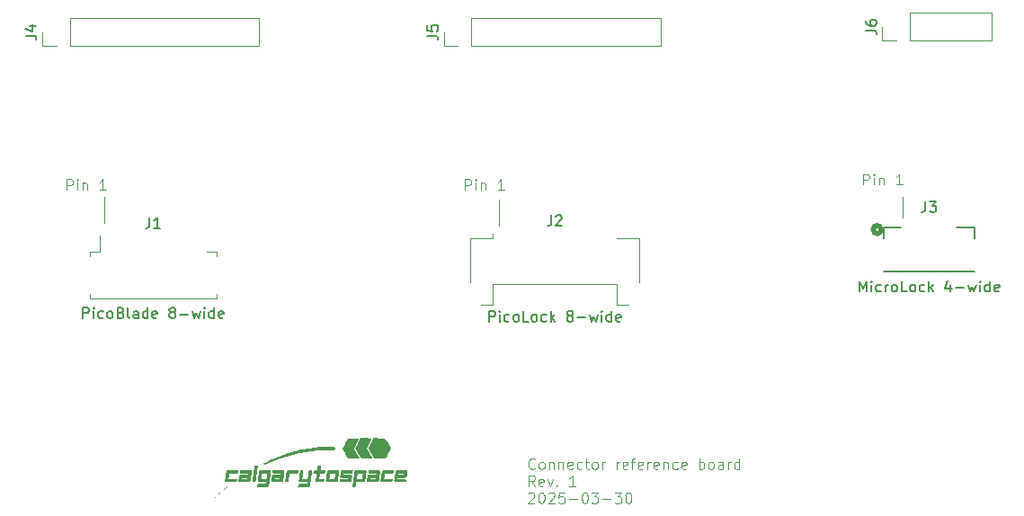
<source format=gbr>
%TF.GenerationSoftware,KiCad,Pcbnew,9.0.0*%
%TF.CreationDate,2025-03-30T13:01:22-06:00*%
%TF.ProjectId,connector_demo,636f6e6e-6563-4746-9f72-5f64656d6f2e,1*%
%TF.SameCoordinates,Original*%
%TF.FileFunction,Legend,Top*%
%TF.FilePolarity,Positive*%
%FSLAX46Y46*%
G04 Gerber Fmt 4.6, Leading zero omitted, Abs format (unit mm)*
G04 Created by KiCad (PCBNEW 9.0.0) date 2025-03-30 13:01:22*
%MOMM*%
%LPD*%
G01*
G04 APERTURE LIST*
%ADD10C,0.100000*%
%ADD11C,0.150000*%
%ADD12C,0.120000*%
%ADD13C,0.508000*%
%ADD14C,0.152400*%
%ADD15C,0.000000*%
G04 APERTURE END LIST*
D10*
X177500000Y-87500000D02*
X177500000Y-85500000D01*
X139500000Y-85750000D02*
X139500000Y-88250000D01*
X102290000Y-88000000D02*
X102290000Y-85500000D01*
X173803884Y-84372419D02*
X173803884Y-83372419D01*
X173803884Y-83372419D02*
X174184836Y-83372419D01*
X174184836Y-83372419D02*
X174280074Y-83420038D01*
X174280074Y-83420038D02*
X174327693Y-83467657D01*
X174327693Y-83467657D02*
X174375312Y-83562895D01*
X174375312Y-83562895D02*
X174375312Y-83705752D01*
X174375312Y-83705752D02*
X174327693Y-83800990D01*
X174327693Y-83800990D02*
X174280074Y-83848609D01*
X174280074Y-83848609D02*
X174184836Y-83896228D01*
X174184836Y-83896228D02*
X173803884Y-83896228D01*
X174803884Y-84372419D02*
X174803884Y-83705752D01*
X174803884Y-83372419D02*
X174756265Y-83420038D01*
X174756265Y-83420038D02*
X174803884Y-83467657D01*
X174803884Y-83467657D02*
X174851503Y-83420038D01*
X174851503Y-83420038D02*
X174803884Y-83372419D01*
X174803884Y-83372419D02*
X174803884Y-83467657D01*
X175280074Y-83705752D02*
X175280074Y-84372419D01*
X175280074Y-83800990D02*
X175327693Y-83753371D01*
X175327693Y-83753371D02*
X175422931Y-83705752D01*
X175422931Y-83705752D02*
X175565788Y-83705752D01*
X175565788Y-83705752D02*
X175661026Y-83753371D01*
X175661026Y-83753371D02*
X175708645Y-83848609D01*
X175708645Y-83848609D02*
X175708645Y-84372419D01*
X177470550Y-84372419D02*
X176899122Y-84372419D01*
X177184836Y-84372419D02*
X177184836Y-83372419D01*
X177184836Y-83372419D02*
X177089598Y-83515276D01*
X177089598Y-83515276D02*
X176994360Y-83610514D01*
X176994360Y-83610514D02*
X176899122Y-83658133D01*
X98803884Y-84872419D02*
X98803884Y-83872419D01*
X98803884Y-83872419D02*
X99184836Y-83872419D01*
X99184836Y-83872419D02*
X99280074Y-83920038D01*
X99280074Y-83920038D02*
X99327693Y-83967657D01*
X99327693Y-83967657D02*
X99375312Y-84062895D01*
X99375312Y-84062895D02*
X99375312Y-84205752D01*
X99375312Y-84205752D02*
X99327693Y-84300990D01*
X99327693Y-84300990D02*
X99280074Y-84348609D01*
X99280074Y-84348609D02*
X99184836Y-84396228D01*
X99184836Y-84396228D02*
X98803884Y-84396228D01*
X99803884Y-84872419D02*
X99803884Y-84205752D01*
X99803884Y-83872419D02*
X99756265Y-83920038D01*
X99756265Y-83920038D02*
X99803884Y-83967657D01*
X99803884Y-83967657D02*
X99851503Y-83920038D01*
X99851503Y-83920038D02*
X99803884Y-83872419D01*
X99803884Y-83872419D02*
X99803884Y-83967657D01*
X100280074Y-84205752D02*
X100280074Y-84872419D01*
X100280074Y-84300990D02*
X100327693Y-84253371D01*
X100327693Y-84253371D02*
X100422931Y-84205752D01*
X100422931Y-84205752D02*
X100565788Y-84205752D01*
X100565788Y-84205752D02*
X100661026Y-84253371D01*
X100661026Y-84253371D02*
X100708645Y-84348609D01*
X100708645Y-84348609D02*
X100708645Y-84872419D01*
X102470550Y-84872419D02*
X101899122Y-84872419D01*
X102184836Y-84872419D02*
X102184836Y-83872419D01*
X102184836Y-83872419D02*
X102089598Y-84015276D01*
X102089598Y-84015276D02*
X101994360Y-84110514D01*
X101994360Y-84110514D02*
X101899122Y-84158133D01*
X136303884Y-84872419D02*
X136303884Y-83872419D01*
X136303884Y-83872419D02*
X136684836Y-83872419D01*
X136684836Y-83872419D02*
X136780074Y-83920038D01*
X136780074Y-83920038D02*
X136827693Y-83967657D01*
X136827693Y-83967657D02*
X136875312Y-84062895D01*
X136875312Y-84062895D02*
X136875312Y-84205752D01*
X136875312Y-84205752D02*
X136827693Y-84300990D01*
X136827693Y-84300990D02*
X136780074Y-84348609D01*
X136780074Y-84348609D02*
X136684836Y-84396228D01*
X136684836Y-84396228D02*
X136303884Y-84396228D01*
X137303884Y-84872419D02*
X137303884Y-84205752D01*
X137303884Y-83872419D02*
X137256265Y-83920038D01*
X137256265Y-83920038D02*
X137303884Y-83967657D01*
X137303884Y-83967657D02*
X137351503Y-83920038D01*
X137351503Y-83920038D02*
X137303884Y-83872419D01*
X137303884Y-83872419D02*
X137303884Y-83967657D01*
X137780074Y-84205752D02*
X137780074Y-84872419D01*
X137780074Y-84300990D02*
X137827693Y-84253371D01*
X137827693Y-84253371D02*
X137922931Y-84205752D01*
X137922931Y-84205752D02*
X138065788Y-84205752D01*
X138065788Y-84205752D02*
X138161026Y-84253371D01*
X138161026Y-84253371D02*
X138208645Y-84348609D01*
X138208645Y-84348609D02*
X138208645Y-84872419D01*
X139970550Y-84872419D02*
X139399122Y-84872419D01*
X139684836Y-84872419D02*
X139684836Y-83872419D01*
X139684836Y-83872419D02*
X139589598Y-84015276D01*
X139589598Y-84015276D02*
X139494360Y-84110514D01*
X139494360Y-84110514D02*
X139399122Y-84158133D01*
X142875312Y-111057292D02*
X142827693Y-111104912D01*
X142827693Y-111104912D02*
X142684836Y-111152531D01*
X142684836Y-111152531D02*
X142589598Y-111152531D01*
X142589598Y-111152531D02*
X142446741Y-111104912D01*
X142446741Y-111104912D02*
X142351503Y-111009673D01*
X142351503Y-111009673D02*
X142303884Y-110914435D01*
X142303884Y-110914435D02*
X142256265Y-110723959D01*
X142256265Y-110723959D02*
X142256265Y-110581102D01*
X142256265Y-110581102D02*
X142303884Y-110390626D01*
X142303884Y-110390626D02*
X142351503Y-110295388D01*
X142351503Y-110295388D02*
X142446741Y-110200150D01*
X142446741Y-110200150D02*
X142589598Y-110152531D01*
X142589598Y-110152531D02*
X142684836Y-110152531D01*
X142684836Y-110152531D02*
X142827693Y-110200150D01*
X142827693Y-110200150D02*
X142875312Y-110247769D01*
X143446741Y-111152531D02*
X143351503Y-111104912D01*
X143351503Y-111104912D02*
X143303884Y-111057292D01*
X143303884Y-111057292D02*
X143256265Y-110962054D01*
X143256265Y-110962054D02*
X143256265Y-110676340D01*
X143256265Y-110676340D02*
X143303884Y-110581102D01*
X143303884Y-110581102D02*
X143351503Y-110533483D01*
X143351503Y-110533483D02*
X143446741Y-110485864D01*
X143446741Y-110485864D02*
X143589598Y-110485864D01*
X143589598Y-110485864D02*
X143684836Y-110533483D01*
X143684836Y-110533483D02*
X143732455Y-110581102D01*
X143732455Y-110581102D02*
X143780074Y-110676340D01*
X143780074Y-110676340D02*
X143780074Y-110962054D01*
X143780074Y-110962054D02*
X143732455Y-111057292D01*
X143732455Y-111057292D02*
X143684836Y-111104912D01*
X143684836Y-111104912D02*
X143589598Y-111152531D01*
X143589598Y-111152531D02*
X143446741Y-111152531D01*
X144208646Y-110485864D02*
X144208646Y-111152531D01*
X144208646Y-110581102D02*
X144256265Y-110533483D01*
X144256265Y-110533483D02*
X144351503Y-110485864D01*
X144351503Y-110485864D02*
X144494360Y-110485864D01*
X144494360Y-110485864D02*
X144589598Y-110533483D01*
X144589598Y-110533483D02*
X144637217Y-110628721D01*
X144637217Y-110628721D02*
X144637217Y-111152531D01*
X145113408Y-110485864D02*
X145113408Y-111152531D01*
X145113408Y-110581102D02*
X145161027Y-110533483D01*
X145161027Y-110533483D02*
X145256265Y-110485864D01*
X145256265Y-110485864D02*
X145399122Y-110485864D01*
X145399122Y-110485864D02*
X145494360Y-110533483D01*
X145494360Y-110533483D02*
X145541979Y-110628721D01*
X145541979Y-110628721D02*
X145541979Y-111152531D01*
X146399122Y-111104912D02*
X146303884Y-111152531D01*
X146303884Y-111152531D02*
X146113408Y-111152531D01*
X146113408Y-111152531D02*
X146018170Y-111104912D01*
X146018170Y-111104912D02*
X145970551Y-111009673D01*
X145970551Y-111009673D02*
X145970551Y-110628721D01*
X145970551Y-110628721D02*
X146018170Y-110533483D01*
X146018170Y-110533483D02*
X146113408Y-110485864D01*
X146113408Y-110485864D02*
X146303884Y-110485864D01*
X146303884Y-110485864D02*
X146399122Y-110533483D01*
X146399122Y-110533483D02*
X146446741Y-110628721D01*
X146446741Y-110628721D02*
X146446741Y-110723959D01*
X146446741Y-110723959D02*
X145970551Y-110819197D01*
X147303884Y-111104912D02*
X147208646Y-111152531D01*
X147208646Y-111152531D02*
X147018170Y-111152531D01*
X147018170Y-111152531D02*
X146922932Y-111104912D01*
X146922932Y-111104912D02*
X146875313Y-111057292D01*
X146875313Y-111057292D02*
X146827694Y-110962054D01*
X146827694Y-110962054D02*
X146827694Y-110676340D01*
X146827694Y-110676340D02*
X146875313Y-110581102D01*
X146875313Y-110581102D02*
X146922932Y-110533483D01*
X146922932Y-110533483D02*
X147018170Y-110485864D01*
X147018170Y-110485864D02*
X147208646Y-110485864D01*
X147208646Y-110485864D02*
X147303884Y-110533483D01*
X147589599Y-110485864D02*
X147970551Y-110485864D01*
X147732456Y-110152531D02*
X147732456Y-111009673D01*
X147732456Y-111009673D02*
X147780075Y-111104912D01*
X147780075Y-111104912D02*
X147875313Y-111152531D01*
X147875313Y-111152531D02*
X147970551Y-111152531D01*
X148446742Y-111152531D02*
X148351504Y-111104912D01*
X148351504Y-111104912D02*
X148303885Y-111057292D01*
X148303885Y-111057292D02*
X148256266Y-110962054D01*
X148256266Y-110962054D02*
X148256266Y-110676340D01*
X148256266Y-110676340D02*
X148303885Y-110581102D01*
X148303885Y-110581102D02*
X148351504Y-110533483D01*
X148351504Y-110533483D02*
X148446742Y-110485864D01*
X148446742Y-110485864D02*
X148589599Y-110485864D01*
X148589599Y-110485864D02*
X148684837Y-110533483D01*
X148684837Y-110533483D02*
X148732456Y-110581102D01*
X148732456Y-110581102D02*
X148780075Y-110676340D01*
X148780075Y-110676340D02*
X148780075Y-110962054D01*
X148780075Y-110962054D02*
X148732456Y-111057292D01*
X148732456Y-111057292D02*
X148684837Y-111104912D01*
X148684837Y-111104912D02*
X148589599Y-111152531D01*
X148589599Y-111152531D02*
X148446742Y-111152531D01*
X149208647Y-111152531D02*
X149208647Y-110485864D01*
X149208647Y-110676340D02*
X149256266Y-110581102D01*
X149256266Y-110581102D02*
X149303885Y-110533483D01*
X149303885Y-110533483D02*
X149399123Y-110485864D01*
X149399123Y-110485864D02*
X149494361Y-110485864D01*
X150589600Y-111152531D02*
X150589600Y-110485864D01*
X150589600Y-110676340D02*
X150637219Y-110581102D01*
X150637219Y-110581102D02*
X150684838Y-110533483D01*
X150684838Y-110533483D02*
X150780076Y-110485864D01*
X150780076Y-110485864D02*
X150875314Y-110485864D01*
X151589600Y-111104912D02*
X151494362Y-111152531D01*
X151494362Y-111152531D02*
X151303886Y-111152531D01*
X151303886Y-111152531D02*
X151208648Y-111104912D01*
X151208648Y-111104912D02*
X151161029Y-111009673D01*
X151161029Y-111009673D02*
X151161029Y-110628721D01*
X151161029Y-110628721D02*
X151208648Y-110533483D01*
X151208648Y-110533483D02*
X151303886Y-110485864D01*
X151303886Y-110485864D02*
X151494362Y-110485864D01*
X151494362Y-110485864D02*
X151589600Y-110533483D01*
X151589600Y-110533483D02*
X151637219Y-110628721D01*
X151637219Y-110628721D02*
X151637219Y-110723959D01*
X151637219Y-110723959D02*
X151161029Y-110819197D01*
X151922934Y-110485864D02*
X152303886Y-110485864D01*
X152065791Y-111152531D02*
X152065791Y-110295388D01*
X152065791Y-110295388D02*
X152113410Y-110200150D01*
X152113410Y-110200150D02*
X152208648Y-110152531D01*
X152208648Y-110152531D02*
X152303886Y-110152531D01*
X153018172Y-111104912D02*
X152922934Y-111152531D01*
X152922934Y-111152531D02*
X152732458Y-111152531D01*
X152732458Y-111152531D02*
X152637220Y-111104912D01*
X152637220Y-111104912D02*
X152589601Y-111009673D01*
X152589601Y-111009673D02*
X152589601Y-110628721D01*
X152589601Y-110628721D02*
X152637220Y-110533483D01*
X152637220Y-110533483D02*
X152732458Y-110485864D01*
X152732458Y-110485864D02*
X152922934Y-110485864D01*
X152922934Y-110485864D02*
X153018172Y-110533483D01*
X153018172Y-110533483D02*
X153065791Y-110628721D01*
X153065791Y-110628721D02*
X153065791Y-110723959D01*
X153065791Y-110723959D02*
X152589601Y-110819197D01*
X153494363Y-111152531D02*
X153494363Y-110485864D01*
X153494363Y-110676340D02*
X153541982Y-110581102D01*
X153541982Y-110581102D02*
X153589601Y-110533483D01*
X153589601Y-110533483D02*
X153684839Y-110485864D01*
X153684839Y-110485864D02*
X153780077Y-110485864D01*
X154494363Y-111104912D02*
X154399125Y-111152531D01*
X154399125Y-111152531D02*
X154208649Y-111152531D01*
X154208649Y-111152531D02*
X154113411Y-111104912D01*
X154113411Y-111104912D02*
X154065792Y-111009673D01*
X154065792Y-111009673D02*
X154065792Y-110628721D01*
X154065792Y-110628721D02*
X154113411Y-110533483D01*
X154113411Y-110533483D02*
X154208649Y-110485864D01*
X154208649Y-110485864D02*
X154399125Y-110485864D01*
X154399125Y-110485864D02*
X154494363Y-110533483D01*
X154494363Y-110533483D02*
X154541982Y-110628721D01*
X154541982Y-110628721D02*
X154541982Y-110723959D01*
X154541982Y-110723959D02*
X154065792Y-110819197D01*
X154970554Y-110485864D02*
X154970554Y-111152531D01*
X154970554Y-110581102D02*
X155018173Y-110533483D01*
X155018173Y-110533483D02*
X155113411Y-110485864D01*
X155113411Y-110485864D02*
X155256268Y-110485864D01*
X155256268Y-110485864D02*
X155351506Y-110533483D01*
X155351506Y-110533483D02*
X155399125Y-110628721D01*
X155399125Y-110628721D02*
X155399125Y-111152531D01*
X156303887Y-111104912D02*
X156208649Y-111152531D01*
X156208649Y-111152531D02*
X156018173Y-111152531D01*
X156018173Y-111152531D02*
X155922935Y-111104912D01*
X155922935Y-111104912D02*
X155875316Y-111057292D01*
X155875316Y-111057292D02*
X155827697Y-110962054D01*
X155827697Y-110962054D02*
X155827697Y-110676340D01*
X155827697Y-110676340D02*
X155875316Y-110581102D01*
X155875316Y-110581102D02*
X155922935Y-110533483D01*
X155922935Y-110533483D02*
X156018173Y-110485864D01*
X156018173Y-110485864D02*
X156208649Y-110485864D01*
X156208649Y-110485864D02*
X156303887Y-110533483D01*
X157113411Y-111104912D02*
X157018173Y-111152531D01*
X157018173Y-111152531D02*
X156827697Y-111152531D01*
X156827697Y-111152531D02*
X156732459Y-111104912D01*
X156732459Y-111104912D02*
X156684840Y-111009673D01*
X156684840Y-111009673D02*
X156684840Y-110628721D01*
X156684840Y-110628721D02*
X156732459Y-110533483D01*
X156732459Y-110533483D02*
X156827697Y-110485864D01*
X156827697Y-110485864D02*
X157018173Y-110485864D01*
X157018173Y-110485864D02*
X157113411Y-110533483D01*
X157113411Y-110533483D02*
X157161030Y-110628721D01*
X157161030Y-110628721D02*
X157161030Y-110723959D01*
X157161030Y-110723959D02*
X156684840Y-110819197D01*
X158351507Y-111152531D02*
X158351507Y-110152531D01*
X158351507Y-110533483D02*
X158446745Y-110485864D01*
X158446745Y-110485864D02*
X158637221Y-110485864D01*
X158637221Y-110485864D02*
X158732459Y-110533483D01*
X158732459Y-110533483D02*
X158780078Y-110581102D01*
X158780078Y-110581102D02*
X158827697Y-110676340D01*
X158827697Y-110676340D02*
X158827697Y-110962054D01*
X158827697Y-110962054D02*
X158780078Y-111057292D01*
X158780078Y-111057292D02*
X158732459Y-111104912D01*
X158732459Y-111104912D02*
X158637221Y-111152531D01*
X158637221Y-111152531D02*
X158446745Y-111152531D01*
X158446745Y-111152531D02*
X158351507Y-111104912D01*
X159399126Y-111152531D02*
X159303888Y-111104912D01*
X159303888Y-111104912D02*
X159256269Y-111057292D01*
X159256269Y-111057292D02*
X159208650Y-110962054D01*
X159208650Y-110962054D02*
X159208650Y-110676340D01*
X159208650Y-110676340D02*
X159256269Y-110581102D01*
X159256269Y-110581102D02*
X159303888Y-110533483D01*
X159303888Y-110533483D02*
X159399126Y-110485864D01*
X159399126Y-110485864D02*
X159541983Y-110485864D01*
X159541983Y-110485864D02*
X159637221Y-110533483D01*
X159637221Y-110533483D02*
X159684840Y-110581102D01*
X159684840Y-110581102D02*
X159732459Y-110676340D01*
X159732459Y-110676340D02*
X159732459Y-110962054D01*
X159732459Y-110962054D02*
X159684840Y-111057292D01*
X159684840Y-111057292D02*
X159637221Y-111104912D01*
X159637221Y-111104912D02*
X159541983Y-111152531D01*
X159541983Y-111152531D02*
X159399126Y-111152531D01*
X160589602Y-111152531D02*
X160589602Y-110628721D01*
X160589602Y-110628721D02*
X160541983Y-110533483D01*
X160541983Y-110533483D02*
X160446745Y-110485864D01*
X160446745Y-110485864D02*
X160256269Y-110485864D01*
X160256269Y-110485864D02*
X160161031Y-110533483D01*
X160589602Y-111104912D02*
X160494364Y-111152531D01*
X160494364Y-111152531D02*
X160256269Y-111152531D01*
X160256269Y-111152531D02*
X160161031Y-111104912D01*
X160161031Y-111104912D02*
X160113412Y-111009673D01*
X160113412Y-111009673D02*
X160113412Y-110914435D01*
X160113412Y-110914435D02*
X160161031Y-110819197D01*
X160161031Y-110819197D02*
X160256269Y-110771578D01*
X160256269Y-110771578D02*
X160494364Y-110771578D01*
X160494364Y-110771578D02*
X160589602Y-110723959D01*
X161065793Y-111152531D02*
X161065793Y-110485864D01*
X161065793Y-110676340D02*
X161113412Y-110581102D01*
X161113412Y-110581102D02*
X161161031Y-110533483D01*
X161161031Y-110533483D02*
X161256269Y-110485864D01*
X161256269Y-110485864D02*
X161351507Y-110485864D01*
X162113412Y-111152531D02*
X162113412Y-110152531D01*
X162113412Y-111104912D02*
X162018174Y-111152531D01*
X162018174Y-111152531D02*
X161827698Y-111152531D01*
X161827698Y-111152531D02*
X161732460Y-111104912D01*
X161732460Y-111104912D02*
X161684841Y-111057292D01*
X161684841Y-111057292D02*
X161637222Y-110962054D01*
X161637222Y-110962054D02*
X161637222Y-110676340D01*
X161637222Y-110676340D02*
X161684841Y-110581102D01*
X161684841Y-110581102D02*
X161732460Y-110533483D01*
X161732460Y-110533483D02*
X161827698Y-110485864D01*
X161827698Y-110485864D02*
X162018174Y-110485864D01*
X162018174Y-110485864D02*
X162113412Y-110533483D01*
X142875312Y-112762475D02*
X142541979Y-112286284D01*
X142303884Y-112762475D02*
X142303884Y-111762475D01*
X142303884Y-111762475D02*
X142684836Y-111762475D01*
X142684836Y-111762475D02*
X142780074Y-111810094D01*
X142780074Y-111810094D02*
X142827693Y-111857713D01*
X142827693Y-111857713D02*
X142875312Y-111952951D01*
X142875312Y-111952951D02*
X142875312Y-112095808D01*
X142875312Y-112095808D02*
X142827693Y-112191046D01*
X142827693Y-112191046D02*
X142780074Y-112238665D01*
X142780074Y-112238665D02*
X142684836Y-112286284D01*
X142684836Y-112286284D02*
X142303884Y-112286284D01*
X143684836Y-112714856D02*
X143589598Y-112762475D01*
X143589598Y-112762475D02*
X143399122Y-112762475D01*
X143399122Y-112762475D02*
X143303884Y-112714856D01*
X143303884Y-112714856D02*
X143256265Y-112619617D01*
X143256265Y-112619617D02*
X143256265Y-112238665D01*
X143256265Y-112238665D02*
X143303884Y-112143427D01*
X143303884Y-112143427D02*
X143399122Y-112095808D01*
X143399122Y-112095808D02*
X143589598Y-112095808D01*
X143589598Y-112095808D02*
X143684836Y-112143427D01*
X143684836Y-112143427D02*
X143732455Y-112238665D01*
X143732455Y-112238665D02*
X143732455Y-112333903D01*
X143732455Y-112333903D02*
X143256265Y-112429141D01*
X144065789Y-112095808D02*
X144303884Y-112762475D01*
X144303884Y-112762475D02*
X144541979Y-112095808D01*
X144922932Y-112667236D02*
X144970551Y-112714856D01*
X144970551Y-112714856D02*
X144922932Y-112762475D01*
X144922932Y-112762475D02*
X144875313Y-112714856D01*
X144875313Y-112714856D02*
X144922932Y-112667236D01*
X144922932Y-112667236D02*
X144922932Y-112762475D01*
X146684836Y-112762475D02*
X146113408Y-112762475D01*
X146399122Y-112762475D02*
X146399122Y-111762475D01*
X146399122Y-111762475D02*
X146303884Y-111905332D01*
X146303884Y-111905332D02*
X146208646Y-112000570D01*
X146208646Y-112000570D02*
X146113408Y-112048189D01*
X142256265Y-113467657D02*
X142303884Y-113420038D01*
X142303884Y-113420038D02*
X142399122Y-113372419D01*
X142399122Y-113372419D02*
X142637217Y-113372419D01*
X142637217Y-113372419D02*
X142732455Y-113420038D01*
X142732455Y-113420038D02*
X142780074Y-113467657D01*
X142780074Y-113467657D02*
X142827693Y-113562895D01*
X142827693Y-113562895D02*
X142827693Y-113658133D01*
X142827693Y-113658133D02*
X142780074Y-113800990D01*
X142780074Y-113800990D02*
X142208646Y-114372419D01*
X142208646Y-114372419D02*
X142827693Y-114372419D01*
X143446741Y-113372419D02*
X143541979Y-113372419D01*
X143541979Y-113372419D02*
X143637217Y-113420038D01*
X143637217Y-113420038D02*
X143684836Y-113467657D01*
X143684836Y-113467657D02*
X143732455Y-113562895D01*
X143732455Y-113562895D02*
X143780074Y-113753371D01*
X143780074Y-113753371D02*
X143780074Y-113991466D01*
X143780074Y-113991466D02*
X143732455Y-114181942D01*
X143732455Y-114181942D02*
X143684836Y-114277180D01*
X143684836Y-114277180D02*
X143637217Y-114324800D01*
X143637217Y-114324800D02*
X143541979Y-114372419D01*
X143541979Y-114372419D02*
X143446741Y-114372419D01*
X143446741Y-114372419D02*
X143351503Y-114324800D01*
X143351503Y-114324800D02*
X143303884Y-114277180D01*
X143303884Y-114277180D02*
X143256265Y-114181942D01*
X143256265Y-114181942D02*
X143208646Y-113991466D01*
X143208646Y-113991466D02*
X143208646Y-113753371D01*
X143208646Y-113753371D02*
X143256265Y-113562895D01*
X143256265Y-113562895D02*
X143303884Y-113467657D01*
X143303884Y-113467657D02*
X143351503Y-113420038D01*
X143351503Y-113420038D02*
X143446741Y-113372419D01*
X144161027Y-113467657D02*
X144208646Y-113420038D01*
X144208646Y-113420038D02*
X144303884Y-113372419D01*
X144303884Y-113372419D02*
X144541979Y-113372419D01*
X144541979Y-113372419D02*
X144637217Y-113420038D01*
X144637217Y-113420038D02*
X144684836Y-113467657D01*
X144684836Y-113467657D02*
X144732455Y-113562895D01*
X144732455Y-113562895D02*
X144732455Y-113658133D01*
X144732455Y-113658133D02*
X144684836Y-113800990D01*
X144684836Y-113800990D02*
X144113408Y-114372419D01*
X144113408Y-114372419D02*
X144732455Y-114372419D01*
X145637217Y-113372419D02*
X145161027Y-113372419D01*
X145161027Y-113372419D02*
X145113408Y-113848609D01*
X145113408Y-113848609D02*
X145161027Y-113800990D01*
X145161027Y-113800990D02*
X145256265Y-113753371D01*
X145256265Y-113753371D02*
X145494360Y-113753371D01*
X145494360Y-113753371D02*
X145589598Y-113800990D01*
X145589598Y-113800990D02*
X145637217Y-113848609D01*
X145637217Y-113848609D02*
X145684836Y-113943847D01*
X145684836Y-113943847D02*
X145684836Y-114181942D01*
X145684836Y-114181942D02*
X145637217Y-114277180D01*
X145637217Y-114277180D02*
X145589598Y-114324800D01*
X145589598Y-114324800D02*
X145494360Y-114372419D01*
X145494360Y-114372419D02*
X145256265Y-114372419D01*
X145256265Y-114372419D02*
X145161027Y-114324800D01*
X145161027Y-114324800D02*
X145113408Y-114277180D01*
X146113408Y-113991466D02*
X146875313Y-113991466D01*
X147541979Y-113372419D02*
X147637217Y-113372419D01*
X147637217Y-113372419D02*
X147732455Y-113420038D01*
X147732455Y-113420038D02*
X147780074Y-113467657D01*
X147780074Y-113467657D02*
X147827693Y-113562895D01*
X147827693Y-113562895D02*
X147875312Y-113753371D01*
X147875312Y-113753371D02*
X147875312Y-113991466D01*
X147875312Y-113991466D02*
X147827693Y-114181942D01*
X147827693Y-114181942D02*
X147780074Y-114277180D01*
X147780074Y-114277180D02*
X147732455Y-114324800D01*
X147732455Y-114324800D02*
X147637217Y-114372419D01*
X147637217Y-114372419D02*
X147541979Y-114372419D01*
X147541979Y-114372419D02*
X147446741Y-114324800D01*
X147446741Y-114324800D02*
X147399122Y-114277180D01*
X147399122Y-114277180D02*
X147351503Y-114181942D01*
X147351503Y-114181942D02*
X147303884Y-113991466D01*
X147303884Y-113991466D02*
X147303884Y-113753371D01*
X147303884Y-113753371D02*
X147351503Y-113562895D01*
X147351503Y-113562895D02*
X147399122Y-113467657D01*
X147399122Y-113467657D02*
X147446741Y-113420038D01*
X147446741Y-113420038D02*
X147541979Y-113372419D01*
X148208646Y-113372419D02*
X148827693Y-113372419D01*
X148827693Y-113372419D02*
X148494360Y-113753371D01*
X148494360Y-113753371D02*
X148637217Y-113753371D01*
X148637217Y-113753371D02*
X148732455Y-113800990D01*
X148732455Y-113800990D02*
X148780074Y-113848609D01*
X148780074Y-113848609D02*
X148827693Y-113943847D01*
X148827693Y-113943847D02*
X148827693Y-114181942D01*
X148827693Y-114181942D02*
X148780074Y-114277180D01*
X148780074Y-114277180D02*
X148732455Y-114324800D01*
X148732455Y-114324800D02*
X148637217Y-114372419D01*
X148637217Y-114372419D02*
X148351503Y-114372419D01*
X148351503Y-114372419D02*
X148256265Y-114324800D01*
X148256265Y-114324800D02*
X148208646Y-114277180D01*
X149256265Y-113991466D02*
X150018170Y-113991466D01*
X150399122Y-113372419D02*
X151018169Y-113372419D01*
X151018169Y-113372419D02*
X150684836Y-113753371D01*
X150684836Y-113753371D02*
X150827693Y-113753371D01*
X150827693Y-113753371D02*
X150922931Y-113800990D01*
X150922931Y-113800990D02*
X150970550Y-113848609D01*
X150970550Y-113848609D02*
X151018169Y-113943847D01*
X151018169Y-113943847D02*
X151018169Y-114181942D01*
X151018169Y-114181942D02*
X150970550Y-114277180D01*
X150970550Y-114277180D02*
X150922931Y-114324800D01*
X150922931Y-114324800D02*
X150827693Y-114372419D01*
X150827693Y-114372419D02*
X150541979Y-114372419D01*
X150541979Y-114372419D02*
X150446741Y-114324800D01*
X150446741Y-114324800D02*
X150399122Y-114277180D01*
X151637217Y-113372419D02*
X151732455Y-113372419D01*
X151732455Y-113372419D02*
X151827693Y-113420038D01*
X151827693Y-113420038D02*
X151875312Y-113467657D01*
X151875312Y-113467657D02*
X151922931Y-113562895D01*
X151922931Y-113562895D02*
X151970550Y-113753371D01*
X151970550Y-113753371D02*
X151970550Y-113991466D01*
X151970550Y-113991466D02*
X151922931Y-114181942D01*
X151922931Y-114181942D02*
X151875312Y-114277180D01*
X151875312Y-114277180D02*
X151827693Y-114324800D01*
X151827693Y-114324800D02*
X151732455Y-114372419D01*
X151732455Y-114372419D02*
X151637217Y-114372419D01*
X151637217Y-114372419D02*
X151541979Y-114324800D01*
X151541979Y-114324800D02*
X151494360Y-114277180D01*
X151494360Y-114277180D02*
X151446741Y-114181942D01*
X151446741Y-114181942D02*
X151399122Y-113991466D01*
X151399122Y-113991466D02*
X151399122Y-113753371D01*
X151399122Y-113753371D02*
X151446741Y-113562895D01*
X151446741Y-113562895D02*
X151494360Y-113467657D01*
X151494360Y-113467657D02*
X151541979Y-113420038D01*
X151541979Y-113420038D02*
X151637217Y-113372419D01*
D11*
X144416666Y-87249819D02*
X144416666Y-87964104D01*
X144416666Y-87964104D02*
X144369047Y-88106961D01*
X144369047Y-88106961D02*
X144273809Y-88202200D01*
X144273809Y-88202200D02*
X144130952Y-88249819D01*
X144130952Y-88249819D02*
X144035714Y-88249819D01*
X144845238Y-87345057D02*
X144892857Y-87297438D01*
X144892857Y-87297438D02*
X144988095Y-87249819D01*
X144988095Y-87249819D02*
X145226190Y-87249819D01*
X145226190Y-87249819D02*
X145321428Y-87297438D01*
X145321428Y-87297438D02*
X145369047Y-87345057D01*
X145369047Y-87345057D02*
X145416666Y-87440295D01*
X145416666Y-87440295D02*
X145416666Y-87535533D01*
X145416666Y-87535533D02*
X145369047Y-87678390D01*
X145369047Y-87678390D02*
X144797619Y-88249819D01*
X144797619Y-88249819D02*
X145416666Y-88249819D01*
X138559524Y-97269819D02*
X138559524Y-96269819D01*
X138559524Y-96269819D02*
X138940476Y-96269819D01*
X138940476Y-96269819D02*
X139035714Y-96317438D01*
X139035714Y-96317438D02*
X139083333Y-96365057D01*
X139083333Y-96365057D02*
X139130952Y-96460295D01*
X139130952Y-96460295D02*
X139130952Y-96603152D01*
X139130952Y-96603152D02*
X139083333Y-96698390D01*
X139083333Y-96698390D02*
X139035714Y-96746009D01*
X139035714Y-96746009D02*
X138940476Y-96793628D01*
X138940476Y-96793628D02*
X138559524Y-96793628D01*
X139559524Y-97269819D02*
X139559524Y-96603152D01*
X139559524Y-96269819D02*
X139511905Y-96317438D01*
X139511905Y-96317438D02*
X139559524Y-96365057D01*
X139559524Y-96365057D02*
X139607143Y-96317438D01*
X139607143Y-96317438D02*
X139559524Y-96269819D01*
X139559524Y-96269819D02*
X139559524Y-96365057D01*
X140464285Y-97222200D02*
X140369047Y-97269819D01*
X140369047Y-97269819D02*
X140178571Y-97269819D01*
X140178571Y-97269819D02*
X140083333Y-97222200D01*
X140083333Y-97222200D02*
X140035714Y-97174580D01*
X140035714Y-97174580D02*
X139988095Y-97079342D01*
X139988095Y-97079342D02*
X139988095Y-96793628D01*
X139988095Y-96793628D02*
X140035714Y-96698390D01*
X140035714Y-96698390D02*
X140083333Y-96650771D01*
X140083333Y-96650771D02*
X140178571Y-96603152D01*
X140178571Y-96603152D02*
X140369047Y-96603152D01*
X140369047Y-96603152D02*
X140464285Y-96650771D01*
X141035714Y-97269819D02*
X140940476Y-97222200D01*
X140940476Y-97222200D02*
X140892857Y-97174580D01*
X140892857Y-97174580D02*
X140845238Y-97079342D01*
X140845238Y-97079342D02*
X140845238Y-96793628D01*
X140845238Y-96793628D02*
X140892857Y-96698390D01*
X140892857Y-96698390D02*
X140940476Y-96650771D01*
X140940476Y-96650771D02*
X141035714Y-96603152D01*
X141035714Y-96603152D02*
X141178571Y-96603152D01*
X141178571Y-96603152D02*
X141273809Y-96650771D01*
X141273809Y-96650771D02*
X141321428Y-96698390D01*
X141321428Y-96698390D02*
X141369047Y-96793628D01*
X141369047Y-96793628D02*
X141369047Y-97079342D01*
X141369047Y-97079342D02*
X141321428Y-97174580D01*
X141321428Y-97174580D02*
X141273809Y-97222200D01*
X141273809Y-97222200D02*
X141178571Y-97269819D01*
X141178571Y-97269819D02*
X141035714Y-97269819D01*
X142273809Y-97269819D02*
X141797619Y-97269819D01*
X141797619Y-97269819D02*
X141797619Y-96269819D01*
X142750000Y-97269819D02*
X142654762Y-97222200D01*
X142654762Y-97222200D02*
X142607143Y-97174580D01*
X142607143Y-97174580D02*
X142559524Y-97079342D01*
X142559524Y-97079342D02*
X142559524Y-96793628D01*
X142559524Y-96793628D02*
X142607143Y-96698390D01*
X142607143Y-96698390D02*
X142654762Y-96650771D01*
X142654762Y-96650771D02*
X142750000Y-96603152D01*
X142750000Y-96603152D02*
X142892857Y-96603152D01*
X142892857Y-96603152D02*
X142988095Y-96650771D01*
X142988095Y-96650771D02*
X143035714Y-96698390D01*
X143035714Y-96698390D02*
X143083333Y-96793628D01*
X143083333Y-96793628D02*
X143083333Y-97079342D01*
X143083333Y-97079342D02*
X143035714Y-97174580D01*
X143035714Y-97174580D02*
X142988095Y-97222200D01*
X142988095Y-97222200D02*
X142892857Y-97269819D01*
X142892857Y-97269819D02*
X142750000Y-97269819D01*
X143940476Y-97222200D02*
X143845238Y-97269819D01*
X143845238Y-97269819D02*
X143654762Y-97269819D01*
X143654762Y-97269819D02*
X143559524Y-97222200D01*
X143559524Y-97222200D02*
X143511905Y-97174580D01*
X143511905Y-97174580D02*
X143464286Y-97079342D01*
X143464286Y-97079342D02*
X143464286Y-96793628D01*
X143464286Y-96793628D02*
X143511905Y-96698390D01*
X143511905Y-96698390D02*
X143559524Y-96650771D01*
X143559524Y-96650771D02*
X143654762Y-96603152D01*
X143654762Y-96603152D02*
X143845238Y-96603152D01*
X143845238Y-96603152D02*
X143940476Y-96650771D01*
X144369048Y-97269819D02*
X144369048Y-96269819D01*
X144464286Y-96888866D02*
X144750000Y-97269819D01*
X144750000Y-96603152D02*
X144369048Y-96984104D01*
X146083334Y-96698390D02*
X145988096Y-96650771D01*
X145988096Y-96650771D02*
X145940477Y-96603152D01*
X145940477Y-96603152D02*
X145892858Y-96507914D01*
X145892858Y-96507914D02*
X145892858Y-96460295D01*
X145892858Y-96460295D02*
X145940477Y-96365057D01*
X145940477Y-96365057D02*
X145988096Y-96317438D01*
X145988096Y-96317438D02*
X146083334Y-96269819D01*
X146083334Y-96269819D02*
X146273810Y-96269819D01*
X146273810Y-96269819D02*
X146369048Y-96317438D01*
X146369048Y-96317438D02*
X146416667Y-96365057D01*
X146416667Y-96365057D02*
X146464286Y-96460295D01*
X146464286Y-96460295D02*
X146464286Y-96507914D01*
X146464286Y-96507914D02*
X146416667Y-96603152D01*
X146416667Y-96603152D02*
X146369048Y-96650771D01*
X146369048Y-96650771D02*
X146273810Y-96698390D01*
X146273810Y-96698390D02*
X146083334Y-96698390D01*
X146083334Y-96698390D02*
X145988096Y-96746009D01*
X145988096Y-96746009D02*
X145940477Y-96793628D01*
X145940477Y-96793628D02*
X145892858Y-96888866D01*
X145892858Y-96888866D02*
X145892858Y-97079342D01*
X145892858Y-97079342D02*
X145940477Y-97174580D01*
X145940477Y-97174580D02*
X145988096Y-97222200D01*
X145988096Y-97222200D02*
X146083334Y-97269819D01*
X146083334Y-97269819D02*
X146273810Y-97269819D01*
X146273810Y-97269819D02*
X146369048Y-97222200D01*
X146369048Y-97222200D02*
X146416667Y-97174580D01*
X146416667Y-97174580D02*
X146464286Y-97079342D01*
X146464286Y-97079342D02*
X146464286Y-96888866D01*
X146464286Y-96888866D02*
X146416667Y-96793628D01*
X146416667Y-96793628D02*
X146369048Y-96746009D01*
X146369048Y-96746009D02*
X146273810Y-96698390D01*
X146892858Y-96888866D02*
X147654763Y-96888866D01*
X148035715Y-96603152D02*
X148226191Y-97269819D01*
X148226191Y-97269819D02*
X148416667Y-96793628D01*
X148416667Y-96793628D02*
X148607143Y-97269819D01*
X148607143Y-97269819D02*
X148797619Y-96603152D01*
X149178572Y-97269819D02*
X149178572Y-96603152D01*
X149178572Y-96269819D02*
X149130953Y-96317438D01*
X149130953Y-96317438D02*
X149178572Y-96365057D01*
X149178572Y-96365057D02*
X149226191Y-96317438D01*
X149226191Y-96317438D02*
X149178572Y-96269819D01*
X149178572Y-96269819D02*
X149178572Y-96365057D01*
X150083333Y-97269819D02*
X150083333Y-96269819D01*
X150083333Y-97222200D02*
X149988095Y-97269819D01*
X149988095Y-97269819D02*
X149797619Y-97269819D01*
X149797619Y-97269819D02*
X149702381Y-97222200D01*
X149702381Y-97222200D02*
X149654762Y-97174580D01*
X149654762Y-97174580D02*
X149607143Y-97079342D01*
X149607143Y-97079342D02*
X149607143Y-96793628D01*
X149607143Y-96793628D02*
X149654762Y-96698390D01*
X149654762Y-96698390D02*
X149702381Y-96650771D01*
X149702381Y-96650771D02*
X149797619Y-96603152D01*
X149797619Y-96603152D02*
X149988095Y-96603152D01*
X149988095Y-96603152D02*
X150083333Y-96650771D01*
X150940476Y-97222200D02*
X150845238Y-97269819D01*
X150845238Y-97269819D02*
X150654762Y-97269819D01*
X150654762Y-97269819D02*
X150559524Y-97222200D01*
X150559524Y-97222200D02*
X150511905Y-97126961D01*
X150511905Y-97126961D02*
X150511905Y-96746009D01*
X150511905Y-96746009D02*
X150559524Y-96650771D01*
X150559524Y-96650771D02*
X150654762Y-96603152D01*
X150654762Y-96603152D02*
X150845238Y-96603152D01*
X150845238Y-96603152D02*
X150940476Y-96650771D01*
X150940476Y-96650771D02*
X150988095Y-96746009D01*
X150988095Y-96746009D02*
X150988095Y-96841247D01*
X150988095Y-96841247D02*
X150511905Y-96936485D01*
X174044819Y-69833333D02*
X174759104Y-69833333D01*
X174759104Y-69833333D02*
X174901961Y-69880952D01*
X174901961Y-69880952D02*
X174997200Y-69976190D01*
X174997200Y-69976190D02*
X175044819Y-70119047D01*
X175044819Y-70119047D02*
X175044819Y-70214285D01*
X174044819Y-68928571D02*
X174044819Y-69119047D01*
X174044819Y-69119047D02*
X174092438Y-69214285D01*
X174092438Y-69214285D02*
X174140057Y-69261904D01*
X174140057Y-69261904D02*
X174282914Y-69357142D01*
X174282914Y-69357142D02*
X174473390Y-69404761D01*
X174473390Y-69404761D02*
X174854342Y-69404761D01*
X174854342Y-69404761D02*
X174949580Y-69357142D01*
X174949580Y-69357142D02*
X174997200Y-69309523D01*
X174997200Y-69309523D02*
X175044819Y-69214285D01*
X175044819Y-69214285D02*
X175044819Y-69023809D01*
X175044819Y-69023809D02*
X174997200Y-68928571D01*
X174997200Y-68928571D02*
X174949580Y-68880952D01*
X174949580Y-68880952D02*
X174854342Y-68833333D01*
X174854342Y-68833333D02*
X174616247Y-68833333D01*
X174616247Y-68833333D02*
X174521009Y-68880952D01*
X174521009Y-68880952D02*
X174473390Y-68928571D01*
X174473390Y-68928571D02*
X174425771Y-69023809D01*
X174425771Y-69023809D02*
X174425771Y-69214285D01*
X174425771Y-69214285D02*
X174473390Y-69309523D01*
X174473390Y-69309523D02*
X174521009Y-69357142D01*
X174521009Y-69357142D02*
X174616247Y-69404761D01*
X179666666Y-85954819D02*
X179666666Y-86669104D01*
X179666666Y-86669104D02*
X179619047Y-86811961D01*
X179619047Y-86811961D02*
X179523809Y-86907200D01*
X179523809Y-86907200D02*
X179380952Y-86954819D01*
X179380952Y-86954819D02*
X179285714Y-86954819D01*
X180047619Y-85954819D02*
X180666666Y-85954819D01*
X180666666Y-85954819D02*
X180333333Y-86335771D01*
X180333333Y-86335771D02*
X180476190Y-86335771D01*
X180476190Y-86335771D02*
X180571428Y-86383390D01*
X180571428Y-86383390D02*
X180619047Y-86431009D01*
X180619047Y-86431009D02*
X180666666Y-86526247D01*
X180666666Y-86526247D02*
X180666666Y-86764342D01*
X180666666Y-86764342D02*
X180619047Y-86859580D01*
X180619047Y-86859580D02*
X180571428Y-86907200D01*
X180571428Y-86907200D02*
X180476190Y-86954819D01*
X180476190Y-86954819D02*
X180190476Y-86954819D01*
X180190476Y-86954819D02*
X180095238Y-86907200D01*
X180095238Y-86907200D02*
X180047619Y-86859580D01*
X173428571Y-94454819D02*
X173428571Y-93454819D01*
X173428571Y-93454819D02*
X173761904Y-94169104D01*
X173761904Y-94169104D02*
X174095237Y-93454819D01*
X174095237Y-93454819D02*
X174095237Y-94454819D01*
X174571428Y-94454819D02*
X174571428Y-93788152D01*
X174571428Y-93454819D02*
X174523809Y-93502438D01*
X174523809Y-93502438D02*
X174571428Y-93550057D01*
X174571428Y-93550057D02*
X174619047Y-93502438D01*
X174619047Y-93502438D02*
X174571428Y-93454819D01*
X174571428Y-93454819D02*
X174571428Y-93550057D01*
X175476189Y-94407200D02*
X175380951Y-94454819D01*
X175380951Y-94454819D02*
X175190475Y-94454819D01*
X175190475Y-94454819D02*
X175095237Y-94407200D01*
X175095237Y-94407200D02*
X175047618Y-94359580D01*
X175047618Y-94359580D02*
X174999999Y-94264342D01*
X174999999Y-94264342D02*
X174999999Y-93978628D01*
X174999999Y-93978628D02*
X175047618Y-93883390D01*
X175047618Y-93883390D02*
X175095237Y-93835771D01*
X175095237Y-93835771D02*
X175190475Y-93788152D01*
X175190475Y-93788152D02*
X175380951Y-93788152D01*
X175380951Y-93788152D02*
X175476189Y-93835771D01*
X175904761Y-94454819D02*
X175904761Y-93788152D01*
X175904761Y-93978628D02*
X175952380Y-93883390D01*
X175952380Y-93883390D02*
X175999999Y-93835771D01*
X175999999Y-93835771D02*
X176095237Y-93788152D01*
X176095237Y-93788152D02*
X176190475Y-93788152D01*
X176666666Y-94454819D02*
X176571428Y-94407200D01*
X176571428Y-94407200D02*
X176523809Y-94359580D01*
X176523809Y-94359580D02*
X176476190Y-94264342D01*
X176476190Y-94264342D02*
X176476190Y-93978628D01*
X176476190Y-93978628D02*
X176523809Y-93883390D01*
X176523809Y-93883390D02*
X176571428Y-93835771D01*
X176571428Y-93835771D02*
X176666666Y-93788152D01*
X176666666Y-93788152D02*
X176809523Y-93788152D01*
X176809523Y-93788152D02*
X176904761Y-93835771D01*
X176904761Y-93835771D02*
X176952380Y-93883390D01*
X176952380Y-93883390D02*
X176999999Y-93978628D01*
X176999999Y-93978628D02*
X176999999Y-94264342D01*
X176999999Y-94264342D02*
X176952380Y-94359580D01*
X176952380Y-94359580D02*
X176904761Y-94407200D01*
X176904761Y-94407200D02*
X176809523Y-94454819D01*
X176809523Y-94454819D02*
X176666666Y-94454819D01*
X177904761Y-94454819D02*
X177428571Y-94454819D01*
X177428571Y-94454819D02*
X177428571Y-93454819D01*
X178380952Y-94454819D02*
X178285714Y-94407200D01*
X178285714Y-94407200D02*
X178238095Y-94359580D01*
X178238095Y-94359580D02*
X178190476Y-94264342D01*
X178190476Y-94264342D02*
X178190476Y-93978628D01*
X178190476Y-93978628D02*
X178238095Y-93883390D01*
X178238095Y-93883390D02*
X178285714Y-93835771D01*
X178285714Y-93835771D02*
X178380952Y-93788152D01*
X178380952Y-93788152D02*
X178523809Y-93788152D01*
X178523809Y-93788152D02*
X178619047Y-93835771D01*
X178619047Y-93835771D02*
X178666666Y-93883390D01*
X178666666Y-93883390D02*
X178714285Y-93978628D01*
X178714285Y-93978628D02*
X178714285Y-94264342D01*
X178714285Y-94264342D02*
X178666666Y-94359580D01*
X178666666Y-94359580D02*
X178619047Y-94407200D01*
X178619047Y-94407200D02*
X178523809Y-94454819D01*
X178523809Y-94454819D02*
X178380952Y-94454819D01*
X179571428Y-94407200D02*
X179476190Y-94454819D01*
X179476190Y-94454819D02*
X179285714Y-94454819D01*
X179285714Y-94454819D02*
X179190476Y-94407200D01*
X179190476Y-94407200D02*
X179142857Y-94359580D01*
X179142857Y-94359580D02*
X179095238Y-94264342D01*
X179095238Y-94264342D02*
X179095238Y-93978628D01*
X179095238Y-93978628D02*
X179142857Y-93883390D01*
X179142857Y-93883390D02*
X179190476Y-93835771D01*
X179190476Y-93835771D02*
X179285714Y-93788152D01*
X179285714Y-93788152D02*
X179476190Y-93788152D01*
X179476190Y-93788152D02*
X179571428Y-93835771D01*
X180000000Y-94454819D02*
X180000000Y-93454819D01*
X180095238Y-94073866D02*
X180380952Y-94454819D01*
X180380952Y-93788152D02*
X180000000Y-94169104D01*
X182000000Y-93788152D02*
X182000000Y-94454819D01*
X181761905Y-93407200D02*
X181523810Y-94121485D01*
X181523810Y-94121485D02*
X182142857Y-94121485D01*
X182523810Y-94073866D02*
X183285715Y-94073866D01*
X183666667Y-93788152D02*
X183857143Y-94454819D01*
X183857143Y-94454819D02*
X184047619Y-93978628D01*
X184047619Y-93978628D02*
X184238095Y-94454819D01*
X184238095Y-94454819D02*
X184428571Y-93788152D01*
X184809524Y-94454819D02*
X184809524Y-93788152D01*
X184809524Y-93454819D02*
X184761905Y-93502438D01*
X184761905Y-93502438D02*
X184809524Y-93550057D01*
X184809524Y-93550057D02*
X184857143Y-93502438D01*
X184857143Y-93502438D02*
X184809524Y-93454819D01*
X184809524Y-93454819D02*
X184809524Y-93550057D01*
X185714285Y-94454819D02*
X185714285Y-93454819D01*
X185714285Y-94407200D02*
X185619047Y-94454819D01*
X185619047Y-94454819D02*
X185428571Y-94454819D01*
X185428571Y-94454819D02*
X185333333Y-94407200D01*
X185333333Y-94407200D02*
X185285714Y-94359580D01*
X185285714Y-94359580D02*
X185238095Y-94264342D01*
X185238095Y-94264342D02*
X185238095Y-93978628D01*
X185238095Y-93978628D02*
X185285714Y-93883390D01*
X185285714Y-93883390D02*
X185333333Y-93835771D01*
X185333333Y-93835771D02*
X185428571Y-93788152D01*
X185428571Y-93788152D02*
X185619047Y-93788152D01*
X185619047Y-93788152D02*
X185714285Y-93835771D01*
X186571428Y-94407200D02*
X186476190Y-94454819D01*
X186476190Y-94454819D02*
X186285714Y-94454819D01*
X186285714Y-94454819D02*
X186190476Y-94407200D01*
X186190476Y-94407200D02*
X186142857Y-94311961D01*
X186142857Y-94311961D02*
X186142857Y-93931009D01*
X186142857Y-93931009D02*
X186190476Y-93835771D01*
X186190476Y-93835771D02*
X186285714Y-93788152D01*
X186285714Y-93788152D02*
X186476190Y-93788152D01*
X186476190Y-93788152D02*
X186571428Y-93835771D01*
X186571428Y-93835771D02*
X186619047Y-93931009D01*
X186619047Y-93931009D02*
X186619047Y-94026247D01*
X186619047Y-94026247D02*
X186142857Y-94121485D01*
X132749819Y-70333333D02*
X133464104Y-70333333D01*
X133464104Y-70333333D02*
X133606961Y-70380952D01*
X133606961Y-70380952D02*
X133702200Y-70476190D01*
X133702200Y-70476190D02*
X133749819Y-70619047D01*
X133749819Y-70619047D02*
X133749819Y-70714285D01*
X132749819Y-69380952D02*
X132749819Y-69857142D01*
X132749819Y-69857142D02*
X133226009Y-69904761D01*
X133226009Y-69904761D02*
X133178390Y-69857142D01*
X133178390Y-69857142D02*
X133130771Y-69761904D01*
X133130771Y-69761904D02*
X133130771Y-69523809D01*
X133130771Y-69523809D02*
X133178390Y-69428571D01*
X133178390Y-69428571D02*
X133226009Y-69380952D01*
X133226009Y-69380952D02*
X133321247Y-69333333D01*
X133321247Y-69333333D02*
X133559342Y-69333333D01*
X133559342Y-69333333D02*
X133654580Y-69380952D01*
X133654580Y-69380952D02*
X133702200Y-69428571D01*
X133702200Y-69428571D02*
X133749819Y-69523809D01*
X133749819Y-69523809D02*
X133749819Y-69761904D01*
X133749819Y-69761904D02*
X133702200Y-69857142D01*
X133702200Y-69857142D02*
X133654580Y-69904761D01*
X94924819Y-70333333D02*
X95639104Y-70333333D01*
X95639104Y-70333333D02*
X95781961Y-70380952D01*
X95781961Y-70380952D02*
X95877200Y-70476190D01*
X95877200Y-70476190D02*
X95924819Y-70619047D01*
X95924819Y-70619047D02*
X95924819Y-70714285D01*
X95258152Y-69428571D02*
X95924819Y-69428571D01*
X94877200Y-69666666D02*
X95591485Y-69904761D01*
X95591485Y-69904761D02*
X95591485Y-69285714D01*
X106581666Y-87454819D02*
X106581666Y-88169104D01*
X106581666Y-88169104D02*
X106534047Y-88311961D01*
X106534047Y-88311961D02*
X106438809Y-88407200D01*
X106438809Y-88407200D02*
X106295952Y-88454819D01*
X106295952Y-88454819D02*
X106200714Y-88454819D01*
X107581666Y-88454819D02*
X107010238Y-88454819D01*
X107295952Y-88454819D02*
X107295952Y-87454819D01*
X107295952Y-87454819D02*
X107200714Y-87597676D01*
X107200714Y-87597676D02*
X107105476Y-87692914D01*
X107105476Y-87692914D02*
X107010238Y-87740533D01*
X100319762Y-96954819D02*
X100319762Y-95954819D01*
X100319762Y-95954819D02*
X100700714Y-95954819D01*
X100700714Y-95954819D02*
X100795952Y-96002438D01*
X100795952Y-96002438D02*
X100843571Y-96050057D01*
X100843571Y-96050057D02*
X100891190Y-96145295D01*
X100891190Y-96145295D02*
X100891190Y-96288152D01*
X100891190Y-96288152D02*
X100843571Y-96383390D01*
X100843571Y-96383390D02*
X100795952Y-96431009D01*
X100795952Y-96431009D02*
X100700714Y-96478628D01*
X100700714Y-96478628D02*
X100319762Y-96478628D01*
X101319762Y-96954819D02*
X101319762Y-96288152D01*
X101319762Y-95954819D02*
X101272143Y-96002438D01*
X101272143Y-96002438D02*
X101319762Y-96050057D01*
X101319762Y-96050057D02*
X101367381Y-96002438D01*
X101367381Y-96002438D02*
X101319762Y-95954819D01*
X101319762Y-95954819D02*
X101319762Y-96050057D01*
X102224523Y-96907200D02*
X102129285Y-96954819D01*
X102129285Y-96954819D02*
X101938809Y-96954819D01*
X101938809Y-96954819D02*
X101843571Y-96907200D01*
X101843571Y-96907200D02*
X101795952Y-96859580D01*
X101795952Y-96859580D02*
X101748333Y-96764342D01*
X101748333Y-96764342D02*
X101748333Y-96478628D01*
X101748333Y-96478628D02*
X101795952Y-96383390D01*
X101795952Y-96383390D02*
X101843571Y-96335771D01*
X101843571Y-96335771D02*
X101938809Y-96288152D01*
X101938809Y-96288152D02*
X102129285Y-96288152D01*
X102129285Y-96288152D02*
X102224523Y-96335771D01*
X102795952Y-96954819D02*
X102700714Y-96907200D01*
X102700714Y-96907200D02*
X102653095Y-96859580D01*
X102653095Y-96859580D02*
X102605476Y-96764342D01*
X102605476Y-96764342D02*
X102605476Y-96478628D01*
X102605476Y-96478628D02*
X102653095Y-96383390D01*
X102653095Y-96383390D02*
X102700714Y-96335771D01*
X102700714Y-96335771D02*
X102795952Y-96288152D01*
X102795952Y-96288152D02*
X102938809Y-96288152D01*
X102938809Y-96288152D02*
X103034047Y-96335771D01*
X103034047Y-96335771D02*
X103081666Y-96383390D01*
X103081666Y-96383390D02*
X103129285Y-96478628D01*
X103129285Y-96478628D02*
X103129285Y-96764342D01*
X103129285Y-96764342D02*
X103081666Y-96859580D01*
X103081666Y-96859580D02*
X103034047Y-96907200D01*
X103034047Y-96907200D02*
X102938809Y-96954819D01*
X102938809Y-96954819D02*
X102795952Y-96954819D01*
X103891190Y-96431009D02*
X104034047Y-96478628D01*
X104034047Y-96478628D02*
X104081666Y-96526247D01*
X104081666Y-96526247D02*
X104129285Y-96621485D01*
X104129285Y-96621485D02*
X104129285Y-96764342D01*
X104129285Y-96764342D02*
X104081666Y-96859580D01*
X104081666Y-96859580D02*
X104034047Y-96907200D01*
X104034047Y-96907200D02*
X103938809Y-96954819D01*
X103938809Y-96954819D02*
X103557857Y-96954819D01*
X103557857Y-96954819D02*
X103557857Y-95954819D01*
X103557857Y-95954819D02*
X103891190Y-95954819D01*
X103891190Y-95954819D02*
X103986428Y-96002438D01*
X103986428Y-96002438D02*
X104034047Y-96050057D01*
X104034047Y-96050057D02*
X104081666Y-96145295D01*
X104081666Y-96145295D02*
X104081666Y-96240533D01*
X104081666Y-96240533D02*
X104034047Y-96335771D01*
X104034047Y-96335771D02*
X103986428Y-96383390D01*
X103986428Y-96383390D02*
X103891190Y-96431009D01*
X103891190Y-96431009D02*
X103557857Y-96431009D01*
X104700714Y-96954819D02*
X104605476Y-96907200D01*
X104605476Y-96907200D02*
X104557857Y-96811961D01*
X104557857Y-96811961D02*
X104557857Y-95954819D01*
X105510238Y-96954819D02*
X105510238Y-96431009D01*
X105510238Y-96431009D02*
X105462619Y-96335771D01*
X105462619Y-96335771D02*
X105367381Y-96288152D01*
X105367381Y-96288152D02*
X105176905Y-96288152D01*
X105176905Y-96288152D02*
X105081667Y-96335771D01*
X105510238Y-96907200D02*
X105415000Y-96954819D01*
X105415000Y-96954819D02*
X105176905Y-96954819D01*
X105176905Y-96954819D02*
X105081667Y-96907200D01*
X105081667Y-96907200D02*
X105034048Y-96811961D01*
X105034048Y-96811961D02*
X105034048Y-96716723D01*
X105034048Y-96716723D02*
X105081667Y-96621485D01*
X105081667Y-96621485D02*
X105176905Y-96573866D01*
X105176905Y-96573866D02*
X105415000Y-96573866D01*
X105415000Y-96573866D02*
X105510238Y-96526247D01*
X106415000Y-96954819D02*
X106415000Y-95954819D01*
X106415000Y-96907200D02*
X106319762Y-96954819D01*
X106319762Y-96954819D02*
X106129286Y-96954819D01*
X106129286Y-96954819D02*
X106034048Y-96907200D01*
X106034048Y-96907200D02*
X105986429Y-96859580D01*
X105986429Y-96859580D02*
X105938810Y-96764342D01*
X105938810Y-96764342D02*
X105938810Y-96478628D01*
X105938810Y-96478628D02*
X105986429Y-96383390D01*
X105986429Y-96383390D02*
X106034048Y-96335771D01*
X106034048Y-96335771D02*
X106129286Y-96288152D01*
X106129286Y-96288152D02*
X106319762Y-96288152D01*
X106319762Y-96288152D02*
X106415000Y-96335771D01*
X107272143Y-96907200D02*
X107176905Y-96954819D01*
X107176905Y-96954819D02*
X106986429Y-96954819D01*
X106986429Y-96954819D02*
X106891191Y-96907200D01*
X106891191Y-96907200D02*
X106843572Y-96811961D01*
X106843572Y-96811961D02*
X106843572Y-96431009D01*
X106843572Y-96431009D02*
X106891191Y-96335771D01*
X106891191Y-96335771D02*
X106986429Y-96288152D01*
X106986429Y-96288152D02*
X107176905Y-96288152D01*
X107176905Y-96288152D02*
X107272143Y-96335771D01*
X107272143Y-96335771D02*
X107319762Y-96431009D01*
X107319762Y-96431009D02*
X107319762Y-96526247D01*
X107319762Y-96526247D02*
X106843572Y-96621485D01*
X108653096Y-96383390D02*
X108557858Y-96335771D01*
X108557858Y-96335771D02*
X108510239Y-96288152D01*
X108510239Y-96288152D02*
X108462620Y-96192914D01*
X108462620Y-96192914D02*
X108462620Y-96145295D01*
X108462620Y-96145295D02*
X108510239Y-96050057D01*
X108510239Y-96050057D02*
X108557858Y-96002438D01*
X108557858Y-96002438D02*
X108653096Y-95954819D01*
X108653096Y-95954819D02*
X108843572Y-95954819D01*
X108843572Y-95954819D02*
X108938810Y-96002438D01*
X108938810Y-96002438D02*
X108986429Y-96050057D01*
X108986429Y-96050057D02*
X109034048Y-96145295D01*
X109034048Y-96145295D02*
X109034048Y-96192914D01*
X109034048Y-96192914D02*
X108986429Y-96288152D01*
X108986429Y-96288152D02*
X108938810Y-96335771D01*
X108938810Y-96335771D02*
X108843572Y-96383390D01*
X108843572Y-96383390D02*
X108653096Y-96383390D01*
X108653096Y-96383390D02*
X108557858Y-96431009D01*
X108557858Y-96431009D02*
X108510239Y-96478628D01*
X108510239Y-96478628D02*
X108462620Y-96573866D01*
X108462620Y-96573866D02*
X108462620Y-96764342D01*
X108462620Y-96764342D02*
X108510239Y-96859580D01*
X108510239Y-96859580D02*
X108557858Y-96907200D01*
X108557858Y-96907200D02*
X108653096Y-96954819D01*
X108653096Y-96954819D02*
X108843572Y-96954819D01*
X108843572Y-96954819D02*
X108938810Y-96907200D01*
X108938810Y-96907200D02*
X108986429Y-96859580D01*
X108986429Y-96859580D02*
X109034048Y-96764342D01*
X109034048Y-96764342D02*
X109034048Y-96573866D01*
X109034048Y-96573866D02*
X108986429Y-96478628D01*
X108986429Y-96478628D02*
X108938810Y-96431009D01*
X108938810Y-96431009D02*
X108843572Y-96383390D01*
X109462620Y-96573866D02*
X110224525Y-96573866D01*
X110605477Y-96288152D02*
X110795953Y-96954819D01*
X110795953Y-96954819D02*
X110986429Y-96478628D01*
X110986429Y-96478628D02*
X111176905Y-96954819D01*
X111176905Y-96954819D02*
X111367381Y-96288152D01*
X111748334Y-96954819D02*
X111748334Y-96288152D01*
X111748334Y-95954819D02*
X111700715Y-96002438D01*
X111700715Y-96002438D02*
X111748334Y-96050057D01*
X111748334Y-96050057D02*
X111795953Y-96002438D01*
X111795953Y-96002438D02*
X111748334Y-95954819D01*
X111748334Y-95954819D02*
X111748334Y-96050057D01*
X112653095Y-96954819D02*
X112653095Y-95954819D01*
X112653095Y-96907200D02*
X112557857Y-96954819D01*
X112557857Y-96954819D02*
X112367381Y-96954819D01*
X112367381Y-96954819D02*
X112272143Y-96907200D01*
X112272143Y-96907200D02*
X112224524Y-96859580D01*
X112224524Y-96859580D02*
X112176905Y-96764342D01*
X112176905Y-96764342D02*
X112176905Y-96478628D01*
X112176905Y-96478628D02*
X112224524Y-96383390D01*
X112224524Y-96383390D02*
X112272143Y-96335771D01*
X112272143Y-96335771D02*
X112367381Y-96288152D01*
X112367381Y-96288152D02*
X112557857Y-96288152D01*
X112557857Y-96288152D02*
X112653095Y-96335771D01*
X113510238Y-96907200D02*
X113415000Y-96954819D01*
X113415000Y-96954819D02*
X113224524Y-96954819D01*
X113224524Y-96954819D02*
X113129286Y-96907200D01*
X113129286Y-96907200D02*
X113081667Y-96811961D01*
X113081667Y-96811961D02*
X113081667Y-96431009D01*
X113081667Y-96431009D02*
X113129286Y-96335771D01*
X113129286Y-96335771D02*
X113224524Y-96288152D01*
X113224524Y-96288152D02*
X113415000Y-96288152D01*
X113415000Y-96288152D02*
X113510238Y-96335771D01*
X113510238Y-96335771D02*
X113557857Y-96431009D01*
X113557857Y-96431009D02*
X113557857Y-96526247D01*
X113557857Y-96526247D02*
X113081667Y-96621485D01*
D12*
%TO.C,J2*%
X152735000Y-93530000D02*
X152735000Y-89400000D01*
X152735000Y-89400000D02*
X150560000Y-89400000D01*
X150565000Y-95720000D02*
X151720000Y-95720000D01*
X150565000Y-93720000D02*
X150565000Y-95720000D01*
X138940000Y-89400000D02*
X138940000Y-89000000D01*
X138935000Y-95720000D02*
X138935000Y-93720000D01*
X138935000Y-93720000D02*
X150565000Y-93720000D01*
X137780000Y-95720000D02*
X138935000Y-95720000D01*
X136765000Y-93530000D02*
X136765000Y-89400000D01*
X136765000Y-89400000D02*
X138940000Y-89400000D01*
%TO.C,J6*%
X175590000Y-70830000D02*
X175590000Y-69500000D01*
X176920000Y-70830000D02*
X175590000Y-70830000D01*
X178190000Y-70830000D02*
X185870000Y-70830000D01*
X178190000Y-70830000D02*
X178190000Y-68170000D01*
X185870000Y-70830000D02*
X185870000Y-68170000D01*
X178190000Y-68170000D02*
X185870000Y-68170000D01*
D13*
%TO.C,J3*%
X175491500Y-88605800D02*
G75*
G02*
X174729500Y-88605800I-381000J0D01*
G01*
X174729500Y-88605800D02*
G75*
G02*
X175491500Y-88605800I381000J0D01*
G01*
D14*
X184254500Y-88417200D02*
X182626840Y-88417200D01*
X175745500Y-88417200D02*
X175745500Y-89437650D01*
X175745500Y-92582800D02*
X184254500Y-92582800D01*
X184254500Y-89437650D02*
X184254500Y-88417200D01*
X177373160Y-88417200D02*
X175745500Y-88417200D01*
D12*
%TO.C,J5*%
X134295000Y-71330000D02*
X134295000Y-70000000D01*
X135625000Y-71330000D02*
X134295000Y-71330000D01*
X136895000Y-71330000D02*
X154735000Y-71330000D01*
X136895000Y-71330000D02*
X136895000Y-68670000D01*
X154735000Y-71330000D02*
X154735000Y-68670000D01*
X136895000Y-68670000D02*
X154735000Y-68670000D01*
%TO.C,J4*%
X96470000Y-71330000D02*
X96470000Y-70000000D01*
X97800000Y-71330000D02*
X96470000Y-71330000D01*
X99070000Y-71330000D02*
X116910000Y-71330000D01*
X99070000Y-71330000D02*
X99070000Y-68670000D01*
X116910000Y-71330000D02*
X116910000Y-68670000D01*
X99070000Y-68670000D02*
X116910000Y-68670000D01*
%TO.C,J1*%
X100930000Y-90690000D02*
X101880000Y-90690000D01*
X100930000Y-91140000D02*
X100930000Y-90690000D01*
X100930000Y-94660000D02*
X100930000Y-95110000D01*
X100930000Y-95110000D02*
X112900000Y-95110000D01*
X101880000Y-90690000D02*
X101880000Y-89200000D01*
X112900000Y-90690000D02*
X111950000Y-90690000D01*
X112900000Y-91140000D02*
X112900000Y-90690000D01*
X112900000Y-95110000D02*
X112900000Y-94660000D01*
D15*
%TO.C,G\u002A\u002A\u002A*%
G36*
X113642207Y-111149166D02*
G01*
X113642647Y-111155991D01*
X113642207Y-111157500D01*
X113640990Y-111157918D01*
X113640526Y-111153333D01*
X113641050Y-111148601D01*
X113642207Y-111149166D01*
G37*
G36*
X113880230Y-112814161D02*
G01*
X113883012Y-112821131D01*
X113886373Y-112831878D01*
X113889920Y-112844791D01*
X113893260Y-112858258D01*
X113895998Y-112870665D01*
X113897741Y-112880400D01*
X113898096Y-112885850D01*
X113897867Y-112886414D01*
X113894590Y-112889024D01*
X113886733Y-112895186D01*
X113874981Y-112904364D01*
X113860022Y-112916024D01*
X113842541Y-112929628D01*
X113823226Y-112944643D01*
X113818333Y-112948445D01*
X113698778Y-113042422D01*
X113576234Y-113140900D01*
X113451613Y-113243093D01*
X113325826Y-113348211D01*
X113199786Y-113455468D01*
X113074404Y-113564074D01*
X112950593Y-113673242D01*
X112829265Y-113782184D01*
X112711331Y-113890112D01*
X112597703Y-113996238D01*
X112519338Y-114070833D01*
X112500200Y-114089077D01*
X112482462Y-114105743D01*
X112466724Y-114120288D01*
X112453583Y-114132166D01*
X112443641Y-114140834D01*
X112437497Y-114145745D01*
X112435838Y-114146666D01*
X112429648Y-114144485D01*
X112427333Y-114142666D01*
X112423795Y-114137159D01*
X112423333Y-114134983D01*
X112425636Y-114132044D01*
X112432279Y-114124830D01*
X112442858Y-114113749D01*
X112456972Y-114099211D01*
X112474217Y-114081627D01*
X112494192Y-114061406D01*
X112516494Y-114038959D01*
X112540721Y-114014695D01*
X112566470Y-113989025D01*
X112570833Y-113984688D01*
X112740080Y-113818691D01*
X112910457Y-113656088D01*
X113083010Y-113495921D01*
X113258789Y-113337234D01*
X113438842Y-113179067D01*
X113624215Y-113020463D01*
X113646573Y-113001604D01*
X113690390Y-112964775D01*
X113729310Y-112932229D01*
X113763461Y-112903865D01*
X113792967Y-112879582D01*
X113817955Y-112859278D01*
X113838550Y-112842853D01*
X113854880Y-112830204D01*
X113867069Y-112821232D01*
X113875244Y-112815835D01*
X113879531Y-112813912D01*
X113880230Y-112814161D01*
G37*
G36*
X126323542Y-108290833D02*
G01*
X126320435Y-108296745D01*
X126314450Y-108308199D01*
X126305784Y-108324819D01*
X126294630Y-108346231D01*
X126281184Y-108372060D01*
X126265641Y-108401931D01*
X126248196Y-108435469D01*
X126229044Y-108472299D01*
X126208380Y-108512045D01*
X126186399Y-108554334D01*
X126163296Y-108598790D01*
X126139266Y-108645038D01*
X126114504Y-108692703D01*
X126108983Y-108703333D01*
X126083609Y-108752179D01*
X126058617Y-108800283D01*
X126034230Y-108847215D01*
X126010671Y-108892545D01*
X125988164Y-108935846D01*
X125966931Y-108976687D01*
X125947196Y-109014639D01*
X125929182Y-109049274D01*
X125913112Y-109080162D01*
X125899209Y-109106874D01*
X125887696Y-109128981D01*
X125878797Y-109146055D01*
X125872734Y-109157665D01*
X125872481Y-109158149D01*
X125837688Y-109224632D01*
X125874967Y-109286482D01*
X125881257Y-109296900D01*
X125890766Y-109312619D01*
X125903251Y-109333240D01*
X125918471Y-109358367D01*
X125936184Y-109387600D01*
X125956150Y-109420542D01*
X125978128Y-109456795D01*
X126001875Y-109495961D01*
X126027150Y-109537641D01*
X126053713Y-109581438D01*
X126081322Y-109626953D01*
X126109735Y-109673789D01*
X126138711Y-109721548D01*
X126149456Y-109739255D01*
X126177809Y-109785993D01*
X126205195Y-109831158D01*
X126231417Y-109874424D01*
X126256276Y-109915464D01*
X126279574Y-109953950D01*
X126301114Y-109989555D01*
X126320698Y-110021951D01*
X126338128Y-110050811D01*
X126353206Y-110075808D01*
X126365734Y-110096613D01*
X126375515Y-110112901D01*
X126382350Y-110124343D01*
X126386042Y-110130612D01*
X126386666Y-110131755D01*
X126383391Y-110131929D01*
X126373801Y-110132098D01*
X126358247Y-110132260D01*
X126337080Y-110132415D01*
X126310652Y-110132561D01*
X126279314Y-110132698D01*
X126243418Y-110132824D01*
X126203314Y-110132939D01*
X126159354Y-110133041D01*
X126111889Y-110133130D01*
X126061271Y-110133204D01*
X126007851Y-110133262D01*
X125951981Y-110133304D01*
X125894011Y-110133327D01*
X125848858Y-110133333D01*
X125311049Y-110133333D01*
X125049847Y-109702500D01*
X125019815Y-109652967D01*
X124990570Y-109604734D01*
X124962313Y-109558134D01*
X124935247Y-109513501D01*
X124909574Y-109471169D01*
X124885497Y-109431470D01*
X124863217Y-109394738D01*
X124842937Y-109361308D01*
X124824859Y-109331511D01*
X124809186Y-109305682D01*
X124796119Y-109284155D01*
X124785862Y-109267262D01*
X124778616Y-109255338D01*
X124774584Y-109248715D01*
X124774186Y-109248064D01*
X124759729Y-109224461D01*
X124899255Y-108956397D01*
X124923126Y-108910531D01*
X124948581Y-108861612D01*
X124975107Y-108810631D01*
X125002186Y-108758579D01*
X125029305Y-108706446D01*
X125055947Y-108655223D01*
X125081598Y-108605901D01*
X125105741Y-108559470D01*
X125127862Y-108516922D01*
X125147446Y-108479246D01*
X125148353Y-108477500D01*
X125257926Y-108266666D01*
X125797158Y-108266666D01*
X126336390Y-108266666D01*
X126323542Y-108290833D01*
G37*
G36*
X116794822Y-110822500D02*
G01*
X116793917Y-110828233D01*
X116792158Y-110840142D01*
X116789605Y-110857801D01*
X116786318Y-110880782D01*
X116782355Y-110908657D01*
X116777778Y-110940999D01*
X116772645Y-110977381D01*
X116767017Y-111017376D01*
X116760952Y-111060556D01*
X116754512Y-111106494D01*
X116747755Y-111154762D01*
X116740741Y-111204934D01*
X116733530Y-111256582D01*
X116726182Y-111309279D01*
X116718757Y-111362596D01*
X116711313Y-111416108D01*
X116703911Y-111469387D01*
X116696611Y-111522005D01*
X116689472Y-111573535D01*
X116682555Y-111623550D01*
X116675917Y-111671622D01*
X116669621Y-111717325D01*
X116663724Y-111760230D01*
X116661470Y-111776666D01*
X116653260Y-111836550D01*
X116645893Y-111890226D01*
X116639310Y-111938091D01*
X116633452Y-111980542D01*
X116628262Y-112017976D01*
X116623680Y-112050790D01*
X116619648Y-112079382D01*
X116616107Y-112104149D01*
X116612998Y-112125489D01*
X116610264Y-112143797D01*
X116607845Y-112159472D01*
X116605683Y-112172910D01*
X116603720Y-112184509D01*
X116601896Y-112194666D01*
X116600153Y-112203778D01*
X116598433Y-112212243D01*
X116596677Y-112220456D01*
X116594826Y-112228817D01*
X116594677Y-112229481D01*
X116586430Y-112262680D01*
X116577685Y-112289966D01*
X116567963Y-112312094D01*
X116556781Y-112329816D01*
X116543658Y-112343888D01*
X116528111Y-112355062D01*
X116509660Y-112364094D01*
X116508334Y-112364630D01*
X116494096Y-112369959D01*
X116480142Y-112374253D01*
X116465466Y-112377645D01*
X116449063Y-112380266D01*
X116429929Y-112382251D01*
X116407058Y-112383732D01*
X116379447Y-112384840D01*
X116349166Y-112385642D01*
X116322500Y-112386220D01*
X116301756Y-112386595D01*
X116286191Y-112386732D01*
X116275064Y-112386594D01*
X116267633Y-112386145D01*
X116263154Y-112385348D01*
X116260885Y-112384168D01*
X116260084Y-112382569D01*
X116260000Y-112381292D01*
X116260457Y-112377058D01*
X116261781Y-112366739D01*
X116263902Y-112350851D01*
X116266747Y-112329911D01*
X116270246Y-112304434D01*
X116274328Y-112274936D01*
X116278920Y-112241933D01*
X116283953Y-112205940D01*
X116289354Y-112167475D01*
X116295053Y-112127052D01*
X116296524Y-112116643D01*
X116302231Y-112076180D01*
X116308716Y-112030007D01*
X116315856Y-111979018D01*
X116323526Y-111924107D01*
X116331602Y-111866168D01*
X116339960Y-111806096D01*
X116348474Y-111744785D01*
X116357021Y-111683130D01*
X116365477Y-111622025D01*
X116373716Y-111562364D01*
X116381615Y-111505042D01*
X116384830Y-111481666D01*
X116394562Y-111411006D01*
X116403473Y-111346629D01*
X116411617Y-111288210D01*
X116419048Y-111235422D01*
X116425820Y-111187940D01*
X116431986Y-111145437D01*
X116437602Y-111107589D01*
X116442720Y-111074070D01*
X116447396Y-111044553D01*
X116451682Y-111018712D01*
X116455634Y-110996223D01*
X116459304Y-110976758D01*
X116462747Y-110959993D01*
X116466018Y-110945602D01*
X116469170Y-110933258D01*
X116472256Y-110922636D01*
X116475332Y-110913410D01*
X116478451Y-110905254D01*
X116481590Y-110898011D01*
X116491292Y-110879377D01*
X116502359Y-110863545D01*
X116515359Y-110850310D01*
X116530861Y-110839470D01*
X116549430Y-110830822D01*
X116571636Y-110824163D01*
X116598046Y-110819289D01*
X116629228Y-110815999D01*
X116665749Y-110814089D01*
X116708178Y-110813356D01*
X116718491Y-110813333D01*
X116796500Y-110813333D01*
X116794822Y-110822500D01*
G37*
G36*
X127962262Y-108256372D02*
G01*
X128013921Y-108256625D01*
X128069551Y-108256917D01*
X128127945Y-108257241D01*
X128187894Y-108257589D01*
X128248189Y-108257954D01*
X128307623Y-108258328D01*
X128364986Y-108258704D01*
X128419070Y-108259074D01*
X128468668Y-108259432D01*
X128504450Y-108259705D01*
X128753901Y-108261666D01*
X129038077Y-108730000D01*
X129322254Y-109198333D01*
X129294794Y-109251666D01*
X129289991Y-109261014D01*
X129282354Y-109275905D01*
X129272082Y-109295948D01*
X129259376Y-109320751D01*
X129244437Y-109349921D01*
X129227466Y-109383068D01*
X129208663Y-109419799D01*
X129188229Y-109459722D01*
X129166364Y-109502445D01*
X129143269Y-109547577D01*
X129119145Y-109594725D01*
X129094192Y-109643498D01*
X129068611Y-109693504D01*
X129051647Y-109726666D01*
X129026233Y-109776339D01*
X129001604Y-109824453D01*
X128977937Y-109870665D01*
X128955406Y-109914635D01*
X128934188Y-109956021D01*
X128914456Y-109994482D01*
X128896387Y-110029676D01*
X128880156Y-110061263D01*
X128865939Y-110088900D01*
X128853910Y-110112246D01*
X128844244Y-110130960D01*
X128837118Y-110144701D01*
X128832706Y-110153128D01*
X128831236Y-110155833D01*
X128826512Y-110163333D01*
X128729089Y-110162752D01*
X128713468Y-110162657D01*
X128691693Y-110162521D01*
X128664277Y-110162348D01*
X128631735Y-110162142D01*
X128594579Y-110161905D01*
X128553323Y-110161641D01*
X128508479Y-110161352D01*
X128460561Y-110161043D01*
X128410082Y-110160717D01*
X128357555Y-110160377D01*
X128303494Y-110160026D01*
X128248411Y-110159667D01*
X128193333Y-110159308D01*
X128139717Y-110158937D01*
X128087884Y-110158539D01*
X128063587Y-110158333D01*
X128823333Y-110158333D01*
X128825000Y-110160000D01*
X128826666Y-110158333D01*
X128825000Y-110156666D01*
X128823333Y-110158333D01*
X128063587Y-110158333D01*
X128038229Y-110158118D01*
X127991151Y-110157680D01*
X127947045Y-110157229D01*
X127906310Y-110156770D01*
X127869342Y-110156309D01*
X127836538Y-110155851D01*
X127808296Y-110155400D01*
X127785012Y-110154962D01*
X127767084Y-110154541D01*
X127754909Y-110154144D01*
X127748883Y-110153773D01*
X127748333Y-110153668D01*
X127746629Y-110151666D01*
X128820000Y-110151666D01*
X128821666Y-110153333D01*
X128823333Y-110151666D01*
X128821666Y-110150000D01*
X128820000Y-110151666D01*
X127746629Y-110151666D01*
X127745539Y-110150386D01*
X127739491Y-110141641D01*
X127730350Y-110127693D01*
X127718279Y-110108803D01*
X127703441Y-110085231D01*
X127685998Y-110057238D01*
X127666112Y-110025085D01*
X127643946Y-109989032D01*
X127619663Y-109949340D01*
X127593425Y-109906269D01*
X127570160Y-109867945D01*
X127542957Y-109823069D01*
X127514514Y-109776155D01*
X127485315Y-109728001D01*
X127455843Y-109679403D01*
X127426583Y-109631159D01*
X127398016Y-109584066D01*
X127370628Y-109538920D01*
X127344901Y-109496519D01*
X127321319Y-109457659D01*
X127300366Y-109423138D01*
X127287351Y-109401704D01*
X127176048Y-109218408D01*
X127199347Y-109173370D01*
X127204180Y-109163993D01*
X127211802Y-109149161D01*
X127221967Y-109129353D01*
X127234429Y-109105049D01*
X127248942Y-109076730D01*
X127265261Y-109044875D01*
X127283139Y-109009965D01*
X127302330Y-108972481D01*
X127322588Y-108932901D01*
X127343668Y-108891706D01*
X127365323Y-108849377D01*
X127375235Y-108830000D01*
X127398407Y-108784698D01*
X127422048Y-108738481D01*
X127445811Y-108692032D01*
X127469344Y-108646033D01*
X127492300Y-108601168D01*
X127514328Y-108558119D01*
X127535079Y-108517569D01*
X127554203Y-108480201D01*
X127571352Y-108446698D01*
X127586176Y-108417742D01*
X127598325Y-108394016D01*
X127598675Y-108393333D01*
X127669525Y-108255000D01*
X127962262Y-108256372D01*
G37*
G36*
X123789492Y-109041946D02*
G01*
X123820555Y-109042071D01*
X123846958Y-109042330D01*
X123869205Y-109042760D01*
X123887796Y-109043395D01*
X123903235Y-109044270D01*
X123916023Y-109045420D01*
X123926662Y-109046878D01*
X123935654Y-109048681D01*
X123943501Y-109050863D01*
X123950704Y-109053458D01*
X123957767Y-109056501D01*
X123965190Y-109060027D01*
X123972114Y-109063408D01*
X123993347Y-109076878D01*
X124013630Y-109095510D01*
X124031801Y-109117800D01*
X124046698Y-109142247D01*
X124057160Y-109167348D01*
X124059735Y-109176759D01*
X124062631Y-109197016D01*
X124063192Y-109220271D01*
X124061514Y-109243585D01*
X124057691Y-109264017D01*
X124056787Y-109267148D01*
X124049652Y-109285688D01*
X124039798Y-109305271D01*
X124028618Y-109323401D01*
X124017508Y-109337584D01*
X124017276Y-109337832D01*
X124004199Y-109349680D01*
X123987807Y-109360588D01*
X123966870Y-109371302D01*
X123950000Y-109378616D01*
X123942517Y-109381713D01*
X123935930Y-109384332D01*
X123929642Y-109386492D01*
X123923055Y-109388218D01*
X123915570Y-109389530D01*
X123906591Y-109390450D01*
X123895518Y-109391001D01*
X123881754Y-109391204D01*
X123864702Y-109391081D01*
X123843764Y-109390655D01*
X123818341Y-109389947D01*
X123787837Y-109388979D01*
X123751652Y-109387773D01*
X123725000Y-109386879D01*
X123668166Y-109385277D01*
X123605650Y-109384058D01*
X123538423Y-109383215D01*
X123467459Y-109382740D01*
X123393730Y-109382627D01*
X123318207Y-109382867D01*
X123241865Y-109383456D01*
X123165675Y-109384384D01*
X123090610Y-109385646D01*
X123017642Y-109387233D01*
X122947744Y-109389139D01*
X122881888Y-109391358D01*
X122831666Y-109393400D01*
X122541960Y-109409367D01*
X122253976Y-109431535D01*
X121967185Y-109459966D01*
X121681055Y-109494721D01*
X121395056Y-109535864D01*
X121108656Y-109583456D01*
X120936666Y-109615082D01*
X120647618Y-109673305D01*
X120357748Y-109737994D01*
X120067399Y-109809053D01*
X119776916Y-109886383D01*
X119486645Y-109969888D01*
X119196929Y-110059471D01*
X118908113Y-110155034D01*
X118620542Y-110256480D01*
X118480000Y-110308378D01*
X118381449Y-110345765D01*
X118279493Y-110385311D01*
X118175230Y-110426561D01*
X118069760Y-110469062D01*
X117964180Y-110512359D01*
X117859590Y-110555999D01*
X117757088Y-110599527D01*
X117657772Y-110642488D01*
X117562741Y-110684430D01*
X117480170Y-110721667D01*
X117460278Y-110730711D01*
X117442478Y-110738749D01*
X117427643Y-110745390D01*
X117416645Y-110750246D01*
X117410356Y-110752927D01*
X117409223Y-110753333D01*
X117406122Y-110751125D01*
X117402654Y-110747500D01*
X117396597Y-110739426D01*
X117388053Y-110726547D01*
X117377674Y-110709936D01*
X117366117Y-110690667D01*
X117354035Y-110669814D01*
X117342083Y-110648451D01*
X117340194Y-110645000D01*
X117316570Y-110601666D01*
X117370785Y-110575533D01*
X117611540Y-110461551D01*
X117851013Y-110352313D01*
X118088828Y-110247978D01*
X118324609Y-110148705D01*
X118557977Y-110054653D01*
X118788556Y-109965982D01*
X118986666Y-109893314D01*
X119139270Y-109839496D01*
X119292853Y-109787037D01*
X119446527Y-109736214D01*
X119599405Y-109687303D01*
X119750599Y-109640581D01*
X119899220Y-109596324D01*
X120044383Y-109554810D01*
X120185198Y-109516314D01*
X120258333Y-109497082D01*
X120304794Y-109485050D01*
X120345493Y-109474531D01*
X120381116Y-109465350D01*
X120412351Y-109457335D01*
X120439886Y-109450311D01*
X120464406Y-109444105D01*
X120486600Y-109438543D01*
X120507155Y-109433451D01*
X120526758Y-109428655D01*
X120546096Y-109423982D01*
X120565856Y-109419258D01*
X120570000Y-109418272D01*
X120849644Y-109354563D01*
X121127009Y-109296906D01*
X121402488Y-109245245D01*
X121676472Y-109199524D01*
X121949353Y-109159686D01*
X122221522Y-109125674D01*
X122493371Y-109097434D01*
X122765293Y-109074907D01*
X123037679Y-109058039D01*
X123096666Y-109055130D01*
X123154719Y-109052474D01*
X123208504Y-109050188D01*
X123259156Y-109048248D01*
X123307807Y-109046627D01*
X123355592Y-109045299D01*
X123403642Y-109044237D01*
X123453093Y-109043416D01*
X123505076Y-109042808D01*
X123560726Y-109042389D01*
X123621175Y-109042132D01*
X123663333Y-109042040D01*
X123711383Y-109041966D01*
X123753269Y-109041923D01*
X123789492Y-109041946D01*
G37*
G36*
X120054386Y-111273767D02*
G01*
X120120944Y-111273874D01*
X120175182Y-111273985D01*
X120635365Y-111275000D01*
X120624395Y-111346666D01*
X120617438Y-111389384D01*
X120610474Y-111425995D01*
X120603267Y-111457058D01*
X120595580Y-111483130D01*
X120587174Y-111504767D01*
X120577814Y-111522526D01*
X120567260Y-111536964D01*
X120555277Y-111548639D01*
X120541626Y-111558108D01*
X120532141Y-111563153D01*
X120525206Y-111566497D01*
X120518782Y-111569468D01*
X120512449Y-111572090D01*
X120505787Y-111574387D01*
X120498377Y-111576386D01*
X120489800Y-111578109D01*
X120479636Y-111579582D01*
X120467466Y-111580829D01*
X120452869Y-111581875D01*
X120435428Y-111582745D01*
X120414721Y-111583462D01*
X120390331Y-111584052D01*
X120361837Y-111584539D01*
X120328819Y-111584948D01*
X120290859Y-111585303D01*
X120247537Y-111585629D01*
X120198433Y-111585951D01*
X120143129Y-111586292D01*
X120136666Y-111586332D01*
X120082463Y-111586674D01*
X120034527Y-111586997D01*
X119992460Y-111587310D01*
X119955863Y-111587623D01*
X119924336Y-111587944D01*
X119897480Y-111588282D01*
X119874897Y-111588647D01*
X119856187Y-111589046D01*
X119840951Y-111589490D01*
X119828791Y-111589987D01*
X119819307Y-111590545D01*
X119812100Y-111591175D01*
X119806771Y-111591884D01*
X119802921Y-111592682D01*
X119800151Y-111593578D01*
X119799425Y-111593888D01*
X119788318Y-111600858D01*
X119779975Y-111611082D01*
X119773329Y-111626020D01*
X119771294Y-111632338D01*
X119770088Y-111638105D01*
X119768061Y-111649943D01*
X119765292Y-111667319D01*
X119761860Y-111689697D01*
X119757843Y-111716545D01*
X119753320Y-111747327D01*
X119748371Y-111781511D01*
X119743074Y-111818560D01*
X119737508Y-111857942D01*
X119731753Y-111899122D01*
X119729781Y-111913333D01*
X119721761Y-111970967D01*
X119714516Y-112022380D01*
X119707981Y-112067964D01*
X119702091Y-112108111D01*
X119696781Y-112143213D01*
X119691984Y-112173663D01*
X119687637Y-112199853D01*
X119683674Y-112222175D01*
X119680029Y-112241021D01*
X119676637Y-112256783D01*
X119673433Y-112269854D01*
X119670352Y-112280626D01*
X119667328Y-112289490D01*
X119667074Y-112290162D01*
X119654197Y-112317258D01*
X119637978Y-112339107D01*
X119617894Y-112356104D01*
X119593422Y-112368643D01*
X119564038Y-112377118D01*
X119548055Y-112379856D01*
X119537360Y-112380958D01*
X119521256Y-112382100D01*
X119501003Y-112383217D01*
X119477857Y-112384246D01*
X119453076Y-112385123D01*
X119434166Y-112385642D01*
X119407761Y-112386251D01*
X119387271Y-112386642D01*
X119371951Y-112386781D01*
X119361052Y-112386634D01*
X119353826Y-112386165D01*
X119349525Y-112385342D01*
X119347403Y-112384131D01*
X119346710Y-112382496D01*
X119346666Y-112381642D01*
X119347130Y-112377109D01*
X119348477Y-112366448D01*
X119350640Y-112350132D01*
X119353552Y-112328630D01*
X119357147Y-112302414D01*
X119361358Y-112271956D01*
X119366118Y-112237726D01*
X119371359Y-112200196D01*
X119377016Y-112159837D01*
X119383021Y-112117121D01*
X119389308Y-112072517D01*
X119395809Y-112026498D01*
X119402459Y-111979535D01*
X119409189Y-111932099D01*
X119415933Y-111884661D01*
X119422625Y-111837692D01*
X119429197Y-111791664D01*
X119435582Y-111747048D01*
X119441715Y-111704315D01*
X119447527Y-111663936D01*
X119452953Y-111626382D01*
X119457925Y-111592125D01*
X119462376Y-111561635D01*
X119466240Y-111535385D01*
X119469449Y-111513845D01*
X119471938Y-111497486D01*
X119473383Y-111488333D01*
X119478403Y-111458089D01*
X119482751Y-111433488D01*
X119486663Y-111413570D01*
X119490380Y-111397375D01*
X119494138Y-111383941D01*
X119498177Y-111372308D01*
X119502736Y-111361516D01*
X119507139Y-111352401D01*
X119522007Y-111328363D01*
X119539967Y-111309742D01*
X119561904Y-111295834D01*
X119588703Y-111285932D01*
X119591468Y-111285191D01*
X119598437Y-111283545D01*
X119606317Y-111282052D01*
X119615434Y-111280706D01*
X119626111Y-111279499D01*
X119638672Y-111278428D01*
X119653441Y-111277484D01*
X119670744Y-111276662D01*
X119690903Y-111275955D01*
X119714243Y-111275358D01*
X119741089Y-111274863D01*
X119771764Y-111274466D01*
X119806593Y-111274159D01*
X119845899Y-111273937D01*
X119890007Y-111273793D01*
X119939242Y-111273721D01*
X119993927Y-111273714D01*
X120054386Y-111273767D01*
G37*
G36*
X126874996Y-108254541D02*
G01*
X126946799Y-108254939D01*
X127015780Y-108255358D01*
X127081678Y-108255793D01*
X127144232Y-108256243D01*
X127203182Y-108256704D01*
X127258267Y-108257174D01*
X127309226Y-108257650D01*
X127355799Y-108258129D01*
X127397726Y-108258608D01*
X127434745Y-108259085D01*
X127466596Y-108259557D01*
X127493018Y-108260021D01*
X127513752Y-108260474D01*
X127528535Y-108260914D01*
X127537108Y-108261337D01*
X127539305Y-108261642D01*
X127537919Y-108264652D01*
X127533649Y-108273280D01*
X127526656Y-108287214D01*
X127517098Y-108306141D01*
X127505135Y-108329747D01*
X127490926Y-108357721D01*
X127474632Y-108389748D01*
X127456410Y-108425515D01*
X127436421Y-108464711D01*
X127414825Y-108507021D01*
X127391780Y-108552133D01*
X127367446Y-108599733D01*
X127341982Y-108649510D01*
X127315549Y-108701149D01*
X127294583Y-108742083D01*
X127267490Y-108794988D01*
X127241235Y-108846300D01*
X127215979Y-108895703D01*
X127191881Y-108942881D01*
X127169102Y-108987520D01*
X127147802Y-109029305D01*
X127128141Y-109067920D01*
X127110280Y-109103050D01*
X127094379Y-109134381D01*
X127080597Y-109161597D01*
X127069096Y-109184382D01*
X127060036Y-109202423D01*
X127053576Y-109215403D01*
X127049877Y-109223007D01*
X127049012Y-109225000D01*
X127050718Y-109228481D01*
X127055538Y-109237032D01*
X127063107Y-109250036D01*
X127073059Y-109266874D01*
X127085029Y-109286931D01*
X127098650Y-109309589D01*
X127113558Y-109334230D01*
X127120100Y-109345000D01*
X127136914Y-109372651D01*
X127155720Y-109403598D01*
X127176288Y-109437460D01*
X127198389Y-109473858D01*
X127221793Y-109512415D01*
X127246271Y-109552751D01*
X127271593Y-109594488D01*
X127297529Y-109637246D01*
X127323851Y-109680647D01*
X127350328Y-109724313D01*
X127376731Y-109767864D01*
X127402830Y-109810921D01*
X127428396Y-109853106D01*
X127453199Y-109894041D01*
X127477010Y-109933345D01*
X127499599Y-109970641D01*
X127520736Y-110005550D01*
X127540192Y-110037693D01*
X127557738Y-110066690D01*
X127573144Y-110092164D01*
X127586180Y-110113736D01*
X127596616Y-110131027D01*
X127604224Y-110143657D01*
X127608773Y-110151249D01*
X127610037Y-110153403D01*
X127610629Y-110154705D01*
X127610598Y-110155821D01*
X127609483Y-110156765D01*
X127606818Y-110157550D01*
X127602141Y-110158189D01*
X127594989Y-110158693D01*
X127584898Y-110159076D01*
X127571404Y-110159351D01*
X127554045Y-110159531D01*
X127532356Y-110159628D01*
X127505875Y-110159654D01*
X127474138Y-110159624D01*
X127436682Y-110159548D01*
X127393044Y-110159441D01*
X127390950Y-110159436D01*
X127352446Y-110159319D01*
X127308283Y-110159149D01*
X127259469Y-110158932D01*
X127207011Y-110158675D01*
X127151918Y-110158382D01*
X127095196Y-110158059D01*
X127037854Y-110157712D01*
X126980900Y-110157346D01*
X126925340Y-110156968D01*
X126872182Y-110156582D01*
X126852111Y-110156429D01*
X126797589Y-110155993D01*
X126749373Y-110155574D01*
X126707103Y-110155164D01*
X126670420Y-110154754D01*
X126638962Y-110154338D01*
X126612370Y-110153908D01*
X126590284Y-110153455D01*
X126572343Y-110152972D01*
X126558187Y-110152451D01*
X126547456Y-110151884D01*
X126539790Y-110151263D01*
X126534829Y-110150582D01*
X126532212Y-110149831D01*
X126531725Y-110149492D01*
X126529494Y-110146114D01*
X126524028Y-110137388D01*
X126515547Y-110123670D01*
X126504266Y-110105315D01*
X126490403Y-110082679D01*
X126474174Y-110056120D01*
X126455798Y-110025991D01*
X126435491Y-109992650D01*
X126413470Y-109956451D01*
X126389953Y-109917752D01*
X126365156Y-109876908D01*
X126339298Y-109834274D01*
X126321555Y-109805000D01*
X126293416Y-109758560D01*
X126265081Y-109711801D01*
X126236878Y-109665260D01*
X126209132Y-109619479D01*
X126182171Y-109574995D01*
X126156321Y-109532347D01*
X126131910Y-109492076D01*
X126109264Y-109454719D01*
X126088709Y-109420817D01*
X126070573Y-109390908D01*
X126055183Y-109365531D01*
X126042864Y-109345226D01*
X126041107Y-109342330D01*
X126025401Y-109316367D01*
X126010823Y-109292110D01*
X125997728Y-109270163D01*
X125986472Y-109251128D01*
X125977410Y-109235608D01*
X125970897Y-109224206D01*
X125967289Y-109217526D01*
X125966666Y-109216031D01*
X125968161Y-109212712D01*
X125972538Y-109203777D01*
X125979638Y-109189541D01*
X125989299Y-109170318D01*
X126001363Y-109146425D01*
X126015668Y-109118176D01*
X126032055Y-109085888D01*
X126050362Y-109049874D01*
X126070431Y-109010451D01*
X126092100Y-108967933D01*
X126115210Y-108922637D01*
X126139600Y-108874876D01*
X126165110Y-108824967D01*
X126191579Y-108773225D01*
X126212496Y-108732368D01*
X126458325Y-108252333D01*
X126874996Y-108254541D01*
G37*
G36*
X114955040Y-111290633D02*
G01*
X114953768Y-111299447D01*
X114951599Y-111313479D01*
X114948746Y-111331375D01*
X114945427Y-111351781D01*
X114941857Y-111373343D01*
X114941580Y-111375000D01*
X114934332Y-111415519D01*
X114926975Y-111449955D01*
X114919129Y-111478887D01*
X114910416Y-111502893D01*
X114900459Y-111522552D01*
X114888877Y-111538441D01*
X114875294Y-111551139D01*
X114859330Y-111561225D01*
X114840606Y-111569277D01*
X114818745Y-111575873D01*
X114808500Y-111578357D01*
X114797111Y-111580158D01*
X114779427Y-111581835D01*
X114755822Y-111583379D01*
X114726665Y-111584781D01*
X114692330Y-111586032D01*
X114653188Y-111587122D01*
X114609610Y-111588042D01*
X114561969Y-111588784D01*
X114510636Y-111589338D01*
X114455982Y-111589694D01*
X114398380Y-111589845D01*
X114345000Y-111589797D01*
X114294265Y-111589722D01*
X114250091Y-111589763D01*
X114212374Y-111589923D01*
X114181009Y-111590203D01*
X114155890Y-111590605D01*
X114136915Y-111591129D01*
X114123977Y-111591778D01*
X114116972Y-111592552D01*
X114115969Y-111592825D01*
X114108435Y-111598262D01*
X114101560Y-111607157D01*
X114100538Y-111609032D01*
X114098838Y-111612668D01*
X114097212Y-111616936D01*
X114095583Y-111622312D01*
X114093872Y-111629271D01*
X114092002Y-111638289D01*
X114089896Y-111649841D01*
X114087478Y-111664404D01*
X114084668Y-111682451D01*
X114081391Y-111704460D01*
X114077568Y-111730905D01*
X114073123Y-111762262D01*
X114067978Y-111799006D01*
X114062055Y-111841613D01*
X114058353Y-111868333D01*
X114053603Y-111902603D01*
X114049077Y-111935192D01*
X114044866Y-111965446D01*
X114041061Y-111992709D01*
X114037754Y-112016325D01*
X114035037Y-112035640D01*
X114033002Y-112049997D01*
X114031740Y-112058741D01*
X114031423Y-112060833D01*
X114029414Y-112073333D01*
X114436804Y-112073333D01*
X114844194Y-112073333D01*
X114841885Y-112093738D01*
X114840531Y-112104405D01*
X114838376Y-112119868D01*
X114835679Y-112138338D01*
X114832696Y-112158029D01*
X114831520Y-112165597D01*
X114824634Y-112207002D01*
X114817712Y-112242314D01*
X114810392Y-112272100D01*
X114802312Y-112296926D01*
X114793112Y-112317357D01*
X114782427Y-112333961D01*
X114769898Y-112347304D01*
X114755161Y-112357951D01*
X114737855Y-112366469D01*
X114717619Y-112373424D01*
X114695000Y-112379179D01*
X114690800Y-112379986D01*
X114685512Y-112380710D01*
X114678770Y-112381358D01*
X114670206Y-112381933D01*
X114659454Y-112382441D01*
X114646148Y-112382887D01*
X114629920Y-112383277D01*
X114610404Y-112383615D01*
X114587234Y-112383908D01*
X114560042Y-112384160D01*
X114528463Y-112384376D01*
X114492129Y-112384562D01*
X114450675Y-112384723D01*
X114403732Y-112384864D01*
X114350936Y-112384991D01*
X114291918Y-112385108D01*
X114278333Y-112385133D01*
X114226510Y-112385201D01*
X114175777Y-112385222D01*
X114126624Y-112385197D01*
X114079537Y-112385128D01*
X114035004Y-112385019D01*
X113993513Y-112384870D01*
X113955552Y-112384684D01*
X113921608Y-112384464D01*
X113892169Y-112384211D01*
X113867724Y-112383928D01*
X113848759Y-112383616D01*
X113835762Y-112383279D01*
X113832120Y-112383126D01*
X113802581Y-112381118D01*
X113778661Y-112378263D01*
X113759338Y-112374292D01*
X113743590Y-112368934D01*
X113730393Y-112361920D01*
X113719129Y-112353337D01*
X113709521Y-112343804D01*
X113702377Y-112333710D01*
X113697373Y-112321911D01*
X113694190Y-112307261D01*
X113692507Y-112288615D01*
X113692003Y-112264830D01*
X113692032Y-112256666D01*
X113694241Y-112207900D01*
X113700203Y-112154520D01*
X113700848Y-112150000D01*
X113714023Y-112058592D01*
X113727681Y-111962976D01*
X113741479Y-111865560D01*
X113755076Y-111768751D01*
X113760020Y-111733333D01*
X113767690Y-111678386D01*
X113774534Y-111629622D01*
X113780625Y-111586616D01*
X113786037Y-111548944D01*
X113790842Y-111516183D01*
X113795114Y-111487910D01*
X113798926Y-111463699D01*
X113802351Y-111443128D01*
X113805463Y-111425773D01*
X113808334Y-111411210D01*
X113811038Y-111399016D01*
X113813648Y-111388766D01*
X113816237Y-111380037D01*
X113818879Y-111372405D01*
X113821646Y-111365447D01*
X113824612Y-111358738D01*
X113824799Y-111358333D01*
X113835979Y-111337134D01*
X113848440Y-111320260D01*
X113863182Y-111307046D01*
X113881207Y-111296830D01*
X113903515Y-111288949D01*
X113931108Y-111282740D01*
X113941666Y-111280924D01*
X113946849Y-111280178D01*
X113952967Y-111279499D01*
X113960351Y-111278883D01*
X113969336Y-111278325D01*
X113980252Y-111277821D01*
X113993433Y-111277367D01*
X114009210Y-111276959D01*
X114027918Y-111276593D01*
X114049887Y-111276263D01*
X114075450Y-111275967D01*
X114104940Y-111275700D01*
X114138690Y-111275457D01*
X114177032Y-111275234D01*
X114220297Y-111275028D01*
X114268820Y-111274833D01*
X114322932Y-111274646D01*
X114382965Y-111274462D01*
X114449253Y-111274277D01*
X114466173Y-111274232D01*
X114957347Y-111272933D01*
X114955040Y-111290633D01*
G37*
G36*
X129615226Y-111284166D02*
G01*
X129608657Y-111324697D01*
X129602945Y-111359183D01*
X129597991Y-111388178D01*
X129593694Y-111412234D01*
X129589952Y-111431905D01*
X129586663Y-111447742D01*
X129583728Y-111460300D01*
X129581498Y-111468591D01*
X129572115Y-111496834D01*
X129561678Y-111519366D01*
X129549441Y-111537134D01*
X129534660Y-111551087D01*
X129516588Y-111562173D01*
X129503333Y-111568051D01*
X129496772Y-111570636D01*
X129490631Y-111572931D01*
X129484490Y-111574956D01*
X129477929Y-111576731D01*
X129470528Y-111578275D01*
X129461865Y-111579608D01*
X129451520Y-111580750D01*
X129439073Y-111581722D01*
X129424104Y-111582541D01*
X129406192Y-111583229D01*
X129384917Y-111583806D01*
X129359858Y-111584290D01*
X129330594Y-111584702D01*
X129296707Y-111585061D01*
X129257774Y-111585387D01*
X129213376Y-111585701D01*
X129163091Y-111586021D01*
X129115000Y-111586316D01*
X129059597Y-111586648D01*
X129010471Y-111586945D01*
X128967232Y-111587231D01*
X128929491Y-111587531D01*
X128896858Y-111587870D01*
X128868943Y-111588272D01*
X128845356Y-111588764D01*
X128825709Y-111589369D01*
X128809611Y-111590112D01*
X128796673Y-111591019D01*
X128786505Y-111592114D01*
X128778718Y-111593422D01*
X128772922Y-111594968D01*
X128768727Y-111596777D01*
X128765743Y-111598873D01*
X128763582Y-111601283D01*
X128761853Y-111604030D01*
X128760167Y-111607139D01*
X128759098Y-111609045D01*
X128755201Y-111618260D01*
X128751628Y-111630911D01*
X128749734Y-111640712D01*
X128747892Y-111653242D01*
X128745371Y-111670673D01*
X128742265Y-111692332D01*
X128738670Y-111717542D01*
X128734680Y-111745630D01*
X128730389Y-111775921D01*
X128725893Y-111807741D01*
X128721287Y-111840414D01*
X128716665Y-111873267D01*
X128712121Y-111905625D01*
X128707752Y-111936812D01*
X128703652Y-111966155D01*
X128699915Y-111992979D01*
X128696636Y-112016610D01*
X128693911Y-112036372D01*
X128691833Y-112051591D01*
X128690498Y-112061593D01*
X128690001Y-112065703D01*
X128690000Y-112065742D01*
X128691108Y-112066395D01*
X128694634Y-112066982D01*
X128700884Y-112067506D01*
X128710161Y-112067969D01*
X128722769Y-112068375D01*
X128739013Y-112068728D01*
X128759197Y-112069029D01*
X128783624Y-112069283D01*
X128812600Y-112069493D01*
X128846428Y-112069662D01*
X128885412Y-112069792D01*
X128929857Y-112069888D01*
X128980067Y-112069953D01*
X129036346Y-112069989D01*
X129096666Y-112070000D01*
X129165427Y-112070027D01*
X129227956Y-112070108D01*
X129284210Y-112070243D01*
X129334146Y-112070431D01*
X129377722Y-112070673D01*
X129414895Y-112070967D01*
X129445623Y-112071313D01*
X129469863Y-112071711D01*
X129487571Y-112072161D01*
X129498706Y-112072663D01*
X129503225Y-112073215D01*
X129503333Y-112073319D01*
X129502868Y-112077481D01*
X129501570Y-112087210D01*
X129499582Y-112101481D01*
X129497048Y-112119268D01*
X129494110Y-112139544D01*
X129493192Y-112145819D01*
X129486823Y-112187057D01*
X129480636Y-112222241D01*
X129474460Y-112251976D01*
X129468126Y-112276867D01*
X129461462Y-112297518D01*
X129454298Y-112314534D01*
X129446464Y-112328519D01*
X129438620Y-112339105D01*
X129428487Y-112347977D01*
X129413441Y-112357209D01*
X129395135Y-112366001D01*
X129375221Y-112373552D01*
X129356666Y-112378771D01*
X129352470Y-112379628D01*
X129347574Y-112380398D01*
X129341610Y-112381086D01*
X129334209Y-112381696D01*
X129325001Y-112382236D01*
X129313619Y-112382709D01*
X129299693Y-112383122D01*
X129282853Y-112383481D01*
X129262732Y-112383790D01*
X129238960Y-112384055D01*
X129211167Y-112384282D01*
X129178986Y-112384477D01*
X129142047Y-112384644D01*
X129099982Y-112384789D01*
X129052420Y-112384918D01*
X128998993Y-112385037D01*
X128939333Y-112385150D01*
X128928333Y-112385170D01*
X128876119Y-112385239D01*
X128825169Y-112385262D01*
X128775946Y-112385243D01*
X128728915Y-112385181D01*
X128684541Y-112385080D01*
X128643289Y-112384942D01*
X128605622Y-112384768D01*
X128572006Y-112384561D01*
X128542906Y-112384322D01*
X128518785Y-112384054D01*
X128500108Y-112383759D01*
X128487341Y-112383438D01*
X128482538Y-112383224D01*
X128453049Y-112380464D01*
X128428811Y-112376012D01*
X128408540Y-112369502D01*
X128390954Y-112360568D01*
X128382202Y-112354667D01*
X128370588Y-112344740D01*
X128362156Y-112333721D01*
X128356403Y-112320322D01*
X128352823Y-112303258D01*
X128350912Y-112281244D01*
X128350614Y-112274220D01*
X128350359Y-112267281D01*
X128350144Y-112260911D01*
X128350015Y-112254751D01*
X128350015Y-112248445D01*
X128350189Y-112241634D01*
X128350581Y-112233962D01*
X128351235Y-112225071D01*
X128352197Y-112214604D01*
X128353509Y-112202204D01*
X128355217Y-112187512D01*
X128357364Y-112170173D01*
X128359996Y-112149828D01*
X128363156Y-112126119D01*
X128366888Y-112098691D01*
X128371238Y-112067185D01*
X128376249Y-112031244D01*
X128381966Y-111990510D01*
X128388433Y-111944627D01*
X128395695Y-111893237D01*
X128403795Y-111835982D01*
X128412778Y-111772505D01*
X128413368Y-111768333D01*
X128421625Y-111710051D01*
X128429030Y-111657976D01*
X128435655Y-111611713D01*
X128441568Y-111570865D01*
X128446841Y-111535036D01*
X128451542Y-111503831D01*
X128455742Y-111476854D01*
X128459510Y-111453709D01*
X128462916Y-111434000D01*
X128466031Y-111417332D01*
X128468923Y-111403309D01*
X128471664Y-111391534D01*
X128474322Y-111381612D01*
X128476967Y-111373148D01*
X128479671Y-111365745D01*
X128482501Y-111359008D01*
X128485529Y-111352540D01*
X128487435Y-111348693D01*
X128501695Y-111327403D01*
X128521108Y-111309072D01*
X128544494Y-111294575D01*
X128570674Y-111284787D01*
X128575000Y-111283726D01*
X128581535Y-111282345D01*
X128588655Y-111281092D01*
X128596695Y-111279961D01*
X128605989Y-111278945D01*
X128616872Y-111278039D01*
X128629678Y-111277236D01*
X128644743Y-111276530D01*
X128662401Y-111275915D01*
X128682987Y-111275385D01*
X128706834Y-111274934D01*
X128734279Y-111274555D01*
X128765654Y-111274242D01*
X128801296Y-111273990D01*
X128841539Y-111273791D01*
X128886717Y-111273640D01*
X128937165Y-111273531D01*
X128993218Y-111273458D01*
X129055210Y-111273413D01*
X129123476Y-111273392D01*
X129135984Y-111273391D01*
X129616968Y-111273333D01*
X129615226Y-111284166D01*
G37*
G36*
X122503644Y-110810308D02*
G01*
X122541140Y-110810894D01*
X122573167Y-110812010D01*
X122600319Y-110813731D01*
X122623190Y-110816132D01*
X122642374Y-110819288D01*
X122658465Y-110823276D01*
X122672056Y-110828169D01*
X122683741Y-110834044D01*
X122692317Y-110839647D01*
X122704319Y-110852304D01*
X122713431Y-110870511D01*
X122719523Y-110893748D01*
X122722463Y-110921496D01*
X122722119Y-110953236D01*
X122721895Y-110956666D01*
X122720499Y-110973854D01*
X122718437Y-110995595D01*
X122715822Y-111020939D01*
X122712768Y-111048940D01*
X122709393Y-111078647D01*
X122705808Y-111109112D01*
X122702131Y-111139386D01*
X122698476Y-111168522D01*
X122694956Y-111195569D01*
X122691688Y-111219580D01*
X122688787Y-111239605D01*
X122686366Y-111254696D01*
X122684871Y-111262500D01*
X122683206Y-111270000D01*
X122931754Y-111270000D01*
X123180302Y-111270000D01*
X123178461Y-111280833D01*
X123177302Y-111288069D01*
X123175412Y-111300335D01*
X123173028Y-111316066D01*
X123170390Y-111333695D01*
X123169702Y-111338333D01*
X123163296Y-111379291D01*
X123157039Y-111414236D01*
X123150723Y-111443813D01*
X123144139Y-111468666D01*
X123137081Y-111489440D01*
X123129338Y-111506780D01*
X123120705Y-111521330D01*
X123110971Y-111533734D01*
X123104441Y-111540488D01*
X123089547Y-111553211D01*
X123074010Y-111562717D01*
X123055652Y-111570151D01*
X123038333Y-111575153D01*
X123032696Y-111576457D01*
X123026363Y-111577570D01*
X123018756Y-111578513D01*
X123009299Y-111579307D01*
X122997416Y-111579970D01*
X122982531Y-111580522D01*
X122964068Y-111580984D01*
X122941450Y-111581376D01*
X122914101Y-111581717D01*
X122881444Y-111582027D01*
X122842905Y-111582327D01*
X122827513Y-111582435D01*
X122640026Y-111583735D01*
X122638547Y-111591034D01*
X122637656Y-111596462D01*
X122635973Y-111607717D01*
X122633590Y-111624145D01*
X122630596Y-111645094D01*
X122627082Y-111669910D01*
X122623138Y-111697942D01*
X122618855Y-111728536D01*
X122614321Y-111761040D01*
X122609629Y-111794801D01*
X122604868Y-111829167D01*
X122600128Y-111863483D01*
X122595500Y-111897099D01*
X122591074Y-111929361D01*
X122586940Y-111959616D01*
X122583189Y-111987211D01*
X122579911Y-112011494D01*
X122577196Y-112031813D01*
X122575134Y-112047514D01*
X122573816Y-112057944D01*
X122573332Y-112062452D01*
X122573332Y-112062500D01*
X122573333Y-112070000D01*
X122820000Y-112070000D01*
X122859892Y-112070032D01*
X122897785Y-112070128D01*
X122933158Y-112070280D01*
X122965494Y-112070484D01*
X122994273Y-112070735D01*
X123018976Y-112071026D01*
X123039085Y-112071354D01*
X123054081Y-112071713D01*
X123063446Y-112072097D01*
X123066660Y-112072500D01*
X123066100Y-112078256D01*
X123064557Y-112089454D01*
X123062217Y-112104975D01*
X123059268Y-112123697D01*
X123055894Y-112144500D01*
X123052283Y-112166264D01*
X123048620Y-112187866D01*
X123045093Y-112208188D01*
X123041886Y-112226108D01*
X123039187Y-112240505D01*
X123037181Y-112250259D01*
X123036935Y-112251324D01*
X123027357Y-112284162D01*
X123015335Y-112311198D01*
X123000331Y-112333016D01*
X122981807Y-112350202D01*
X122959227Y-112363340D01*
X122932053Y-112373017D01*
X122923125Y-112375286D01*
X122918105Y-112376353D01*
X122912417Y-112377286D01*
X122905596Y-112378096D01*
X122897173Y-112378794D01*
X122886683Y-112379389D01*
X122873659Y-112379893D01*
X122857634Y-112380316D01*
X122838140Y-112380668D01*
X122814712Y-112380959D01*
X122786882Y-112381201D01*
X122754184Y-112381404D01*
X122716151Y-112381578D01*
X122672316Y-112381733D01*
X122630000Y-112381859D01*
X122587615Y-112381946D01*
X122546670Y-112381967D01*
X122507725Y-112381927D01*
X122471343Y-112381828D01*
X122438083Y-112381675D01*
X122408507Y-112381470D01*
X122383175Y-112381216D01*
X122362650Y-112380918D01*
X122347492Y-112380579D01*
X122338262Y-112380202D01*
X122336666Y-112380076D01*
X122316689Y-112376917D01*
X122296439Y-112371755D01*
X122277687Y-112365200D01*
X122262204Y-112357864D01*
X122252425Y-112351002D01*
X122242534Y-112339675D01*
X122235465Y-112326301D01*
X122230800Y-112309604D01*
X122228118Y-112288314D01*
X122227368Y-112275000D01*
X122227042Y-112262412D01*
X122227184Y-112250342D01*
X122227912Y-112237635D01*
X122229340Y-112223136D01*
X122231587Y-112205692D01*
X122234768Y-112184149D01*
X122239000Y-112157352D01*
X122239648Y-112153333D01*
X122242003Y-112138323D01*
X122245137Y-112117711D01*
X122248946Y-112092206D01*
X122253330Y-112062517D01*
X122258187Y-112029353D01*
X122263416Y-111993423D01*
X122268915Y-111955435D01*
X122274583Y-111916100D01*
X122280318Y-111876125D01*
X122286019Y-111836220D01*
X122291584Y-111797093D01*
X122296913Y-111759454D01*
X122301903Y-111724012D01*
X122306453Y-111691476D01*
X122310461Y-111662553D01*
X122313827Y-111637955D01*
X122316448Y-111618389D01*
X122318223Y-111604564D01*
X122318474Y-111602500D01*
X122320768Y-111583333D01*
X122162050Y-111583333D01*
X122003333Y-111583333D01*
X122003333Y-111575930D01*
X122003884Y-111569499D01*
X122005412Y-111557658D01*
X122007731Y-111541562D01*
X122010651Y-111522365D01*
X122013987Y-111501222D01*
X122017550Y-111479288D01*
X122021153Y-111457716D01*
X122024609Y-111437662D01*
X122027730Y-111420280D01*
X122030328Y-111406725D01*
X122032170Y-111398333D01*
X122041051Y-111370755D01*
X122052755Y-111345678D01*
X122066609Y-111324152D01*
X122081941Y-111307225D01*
X122097542Y-111296219D01*
X122118274Y-111288058D01*
X122145497Y-111281416D01*
X122179209Y-111276294D01*
X122219410Y-111272691D01*
X122266099Y-111270608D01*
X122310833Y-111270032D01*
X122329283Y-111269857D01*
X122345162Y-111269393D01*
X122357378Y-111268698D01*
X122364842Y-111267829D01*
X122366666Y-111267091D01*
X122367117Y-111263296D01*
X122368410Y-111253562D01*
X122370453Y-111238551D01*
X122373155Y-111218925D01*
X122376424Y-111195345D01*
X122380168Y-111168474D01*
X122384297Y-111138974D01*
X122388426Y-111109591D01*
X122392972Y-111076885D01*
X122397285Y-111045066D01*
X122401259Y-111014979D01*
X122404786Y-110987469D01*
X122407760Y-110963380D01*
X122410074Y-110943558D01*
X122411621Y-110928846D01*
X122412218Y-110921599D01*
X122413018Y-110905640D01*
X122412986Y-110894518D01*
X122411938Y-110886437D01*
X122409691Y-110879597D01*
X122407441Y-110874851D01*
X122398637Y-110862002D01*
X122383983Y-110846406D01*
X122363627Y-110828215D01*
X122354867Y-110821008D01*
X122341666Y-110810350D01*
X122460087Y-110810175D01*
X122503644Y-110810308D01*
G37*
G36*
X130516802Y-111270539D02*
G01*
X130556524Y-111270664D01*
X130593216Y-111270857D01*
X130626341Y-111271120D01*
X130655358Y-111271454D01*
X130679730Y-111271862D01*
X130698919Y-111272347D01*
X130712384Y-111272910D01*
X130713333Y-111272967D01*
X130750165Y-111276009D01*
X130780886Y-111280256D01*
X130805965Y-111285850D01*
X130825873Y-111292935D01*
X130841080Y-111301654D01*
X130852056Y-111312148D01*
X130854747Y-111315899D01*
X130859574Y-111324175D01*
X130863581Y-111333217D01*
X130866747Y-111343462D01*
X130869053Y-111355350D01*
X130870479Y-111369320D01*
X130871005Y-111385810D01*
X130870610Y-111405259D01*
X130869276Y-111428106D01*
X130866982Y-111454790D01*
X130863707Y-111485749D01*
X130859433Y-111521423D01*
X130854139Y-111562251D01*
X130847806Y-111608670D01*
X130840413Y-111661121D01*
X130838429Y-111675000D01*
X130831226Y-111723878D01*
X130824439Y-111766589D01*
X130817904Y-111803607D01*
X130811457Y-111835404D01*
X130804933Y-111862455D01*
X130798168Y-111885233D01*
X130790998Y-111904213D01*
X130783258Y-111919867D01*
X130774784Y-111932670D01*
X130765412Y-111943096D01*
X130754978Y-111951617D01*
X130743317Y-111958709D01*
X130739347Y-111960731D01*
X130730745Y-111964674D01*
X130721665Y-111968202D01*
X130711710Y-111971337D01*
X130700483Y-111974101D01*
X130687585Y-111976516D01*
X130672621Y-111978607D01*
X130655191Y-111980395D01*
X130634900Y-111981903D01*
X130611349Y-111983155D01*
X130584141Y-111984172D01*
X130552879Y-111984977D01*
X130517165Y-111985593D01*
X130476602Y-111986043D01*
X130430793Y-111986349D01*
X130379340Y-111986535D01*
X130321846Y-111986622D01*
X130286019Y-111986637D01*
X129993705Y-111986666D01*
X129985097Y-111994166D01*
X129980884Y-111998678D01*
X129977761Y-112004635D01*
X129975226Y-112013544D01*
X129972776Y-112026910D01*
X129971578Y-112034709D01*
X129969511Y-112048719D01*
X129967873Y-112060020D01*
X129966874Y-112067155D01*
X129966666Y-112068876D01*
X129969915Y-112069054D01*
X129979325Y-112069227D01*
X129994389Y-112069391D01*
X130014601Y-112069543D01*
X130039455Y-112069683D01*
X130068446Y-112069807D01*
X130101067Y-112069912D01*
X130136811Y-112069997D01*
X130175173Y-112070059D01*
X130215647Y-112070095D01*
X130225833Y-112070100D01*
X130288761Y-112070169D01*
X130345393Y-112070336D01*
X130396098Y-112070623D01*
X130441246Y-112071049D01*
X130481208Y-112071635D01*
X130516351Y-112072400D01*
X130547048Y-112073366D01*
X130573666Y-112074551D01*
X130596577Y-112075976D01*
X130616149Y-112077661D01*
X130632753Y-112079626D01*
X130646758Y-112081892D01*
X130658534Y-112084478D01*
X130668451Y-112087406D01*
X130676878Y-112090694D01*
X130684186Y-112094362D01*
X130685519Y-112095127D01*
X130696293Y-112102335D01*
X130705451Y-112110714D01*
X130713139Y-112120851D01*
X130719508Y-112133333D01*
X130724704Y-112148748D01*
X130728876Y-112167680D01*
X130732173Y-112190718D01*
X130734743Y-112218448D01*
X130736734Y-112251456D01*
X130738294Y-112290330D01*
X130738778Y-112305833D01*
X130741054Y-112383333D01*
X130254693Y-112382874D01*
X130197706Y-112382802D01*
X130142191Y-112382695D01*
X130088550Y-112382556D01*
X130037184Y-112382388D01*
X129988495Y-112382192D01*
X129942884Y-112381972D01*
X129900754Y-112381730D01*
X129862505Y-112381469D01*
X129828540Y-112381190D01*
X129799259Y-112380897D01*
X129775065Y-112380592D01*
X129756359Y-112380277D01*
X129743543Y-112379956D01*
X129737244Y-112379651D01*
X129719332Y-112377565D01*
X129705083Y-112374471D01*
X129691494Y-112369584D01*
X129681528Y-112365040D01*
X129663724Y-112355091D01*
X129650278Y-112343950D01*
X129640665Y-112330589D01*
X129634359Y-112313981D01*
X129630835Y-112293098D01*
X129629567Y-112266912D01*
X129629542Y-112263333D01*
X129629595Y-112253820D01*
X129629857Y-112243822D01*
X129630378Y-112232922D01*
X129631208Y-112220701D01*
X129632399Y-112206739D01*
X129634000Y-112190619D01*
X129636063Y-112171921D01*
X129638637Y-112150227D01*
X129641774Y-112125118D01*
X129645524Y-112096175D01*
X129649937Y-112062981D01*
X129655065Y-112025115D01*
X129660957Y-111982159D01*
X129667664Y-111933696D01*
X129675237Y-111879305D01*
X129680262Y-111843333D01*
X129690344Y-111771716D01*
X129699660Y-111706570D01*
X129705840Y-111664166D01*
X130023465Y-111664166D01*
X130023729Y-111665286D01*
X130024877Y-111666254D01*
X130027363Y-111667079D01*
X130031640Y-111667774D01*
X130038161Y-111668350D01*
X130047381Y-111668817D01*
X130059753Y-111669187D01*
X130075730Y-111669472D01*
X130095766Y-111669681D01*
X130120314Y-111669827D01*
X130149828Y-111669921D01*
X130184761Y-111669973D01*
X130225566Y-111669996D01*
X130260329Y-111670000D01*
X130306308Y-111669987D01*
X130346090Y-111669943D01*
X130380144Y-111669857D01*
X130408941Y-111669718D01*
X130432949Y-111669518D01*
X130452638Y-111669246D01*
X130468478Y-111668891D01*
X130480938Y-111668443D01*
X130490488Y-111667893D01*
X130497597Y-111667231D01*
X130502735Y-111666445D01*
X130506371Y-111665527D01*
X130508603Y-111664648D01*
X130515521Y-111660156D01*
X130520590Y-111653495D01*
X130524241Y-111643520D01*
X130526906Y-111629082D01*
X130528862Y-111610833D01*
X130530978Y-111586666D01*
X130295706Y-111586666D01*
X130250768Y-111586711D01*
X130209415Y-111586843D01*
X130172028Y-111587057D01*
X130138987Y-111587348D01*
X130110672Y-111587711D01*
X130087462Y-111588141D01*
X130069739Y-111588634D01*
X130057881Y-111589183D01*
X130052270Y-111589784D01*
X130052057Y-111589851D01*
X130044135Y-111594978D01*
X130037795Y-111602019D01*
X130034511Y-111609503D01*
X130030941Y-111621422D01*
X130027590Y-111635588D01*
X130024962Y-111649817D01*
X130023561Y-111661922D01*
X130023465Y-111664166D01*
X129705840Y-111664166D01*
X129708233Y-111647748D01*
X129716088Y-111595101D01*
X129723247Y-111548482D01*
X129729735Y-111507741D01*
X129735576Y-111472731D01*
X129740792Y-111443303D01*
X129745408Y-111419310D01*
X129749448Y-111400604D01*
X129752934Y-111387035D01*
X129753544Y-111385000D01*
X129763792Y-111357356D01*
X129776295Y-111334620D01*
X129791736Y-111316288D01*
X129810795Y-111301853D01*
X129834156Y-111290810D01*
X129862500Y-111282652D01*
X129896510Y-111276876D01*
X129900000Y-111276440D01*
X129908805Y-111275777D01*
X129923739Y-111275141D01*
X129944261Y-111274536D01*
X129969835Y-111273964D01*
X129999920Y-111273427D01*
X130033979Y-111272926D01*
X130071472Y-111272466D01*
X130111862Y-111272047D01*
X130154608Y-111271672D01*
X130199173Y-111271344D01*
X130245018Y-111271064D01*
X130291604Y-111270836D01*
X130338393Y-111270660D01*
X130384846Y-111270541D01*
X130430424Y-111270479D01*
X130474589Y-111270477D01*
X130516802Y-111270539D01*
G37*
G36*
X120871666Y-111271008D02*
G01*
X120908118Y-111271945D01*
X120938644Y-111273258D01*
X120963980Y-111275101D01*
X120984864Y-111277622D01*
X121002032Y-111280974D01*
X121016221Y-111285307D01*
X121028169Y-111290773D01*
X121038610Y-111297523D01*
X121048283Y-111305707D01*
X121050300Y-111307636D01*
X121058292Y-111316933D01*
X121064123Y-111327729D01*
X121068061Y-111341145D01*
X121070379Y-111358301D01*
X121071346Y-111380318D01*
X121071399Y-111395000D01*
X121071208Y-111405013D01*
X121070721Y-111416251D01*
X121069893Y-111429091D01*
X121068677Y-111443907D01*
X121067026Y-111461077D01*
X121064895Y-111480976D01*
X121062238Y-111503982D01*
X121059009Y-111530469D01*
X121055160Y-111560816D01*
X121050647Y-111595397D01*
X121045422Y-111634589D01*
X121039440Y-111678769D01*
X121032655Y-111728312D01*
X121025020Y-111783596D01*
X121016489Y-111844996D01*
X121013934Y-111863333D01*
X120984889Y-112071666D01*
X121208278Y-112072637D01*
X121246668Y-112072773D01*
X121283393Y-112072845D01*
X121317859Y-112072855D01*
X121349474Y-112072805D01*
X121377647Y-112072698D01*
X121401784Y-112072537D01*
X121421295Y-112072324D01*
X121435587Y-112072062D01*
X121444068Y-112071753D01*
X121445817Y-112071602D01*
X121462364Y-112066235D01*
X121475096Y-112055430D01*
X121483888Y-112039303D01*
X121485122Y-112035583D01*
X121486401Y-112029598D01*
X121488502Y-112017549D01*
X121491346Y-111999978D01*
X121494850Y-111977426D01*
X121498934Y-111950434D01*
X121503518Y-111919543D01*
X121508519Y-111885295D01*
X121513859Y-111848232D01*
X121519454Y-111808894D01*
X121525226Y-111767822D01*
X121526781Y-111756666D01*
X121532980Y-111712184D01*
X121539285Y-111667033D01*
X121545579Y-111622035D01*
X121551748Y-111578013D01*
X121557675Y-111535789D01*
X121563245Y-111496186D01*
X121568344Y-111460027D01*
X121572854Y-111428135D01*
X121576660Y-111401331D01*
X121579232Y-111383333D01*
X121595255Y-111271666D01*
X121676794Y-111272713D01*
X121701231Y-111273153D01*
X121725055Y-111273813D01*
X121746932Y-111274638D01*
X121765526Y-111275574D01*
X121779505Y-111276566D01*
X121784639Y-111277104D01*
X121814980Y-111282936D01*
X121839695Y-111292072D01*
X121859021Y-111304642D01*
X121873194Y-111320774D01*
X121877194Y-111327701D01*
X121882258Y-111342208D01*
X121885726Y-111362162D01*
X121887511Y-111386514D01*
X121887530Y-111414219D01*
X121886197Y-111438333D01*
X121885209Y-111448152D01*
X121883305Y-111464329D01*
X121880519Y-111486626D01*
X121876883Y-111514800D01*
X121872431Y-111548614D01*
X121867196Y-111587825D01*
X121861211Y-111632195D01*
X121854509Y-111681483D01*
X121847124Y-111735450D01*
X121839088Y-111793854D01*
X121830434Y-111856456D01*
X121821196Y-111923016D01*
X121811407Y-111993294D01*
X121801100Y-112067050D01*
X121790308Y-112144043D01*
X121779065Y-112224033D01*
X121767403Y-112306782D01*
X121755355Y-112392047D01*
X121742955Y-112479590D01*
X121730237Y-112569170D01*
X121724904Y-112606666D01*
X121718066Y-112650847D01*
X121710889Y-112688881D01*
X121703132Y-112721288D01*
X121694552Y-112748586D01*
X121684907Y-112771295D01*
X121673957Y-112789935D01*
X121661460Y-112805023D01*
X121647174Y-112817081D01*
X121630857Y-112826625D01*
X121620422Y-112831194D01*
X121614895Y-112833405D01*
X121609845Y-112835412D01*
X121604940Y-112837225D01*
X121599850Y-112838856D01*
X121594242Y-112840315D01*
X121587786Y-112841612D01*
X121580150Y-112842757D01*
X121571003Y-112843762D01*
X121560013Y-112844637D01*
X121546849Y-112845392D01*
X121531180Y-112846039D01*
X121512674Y-112846587D01*
X121491001Y-112847047D01*
X121465828Y-112847430D01*
X121436824Y-112847746D01*
X121403659Y-112848006D01*
X121366000Y-112848220D01*
X121323517Y-112848400D01*
X121275877Y-112848554D01*
X121222750Y-112848695D01*
X121163805Y-112848833D01*
X121098709Y-112848977D01*
X121059512Y-112849065D01*
X120557357Y-112850205D01*
X120568456Y-112797602D01*
X120577096Y-112757472D01*
X120584890Y-112723265D01*
X120592070Y-112694324D01*
X120598865Y-112669993D01*
X120605506Y-112649615D01*
X120612223Y-112632534D01*
X120619247Y-112618093D01*
X120626807Y-112605636D01*
X120635134Y-112594506D01*
X120642727Y-112585877D01*
X120656256Y-112572998D01*
X120670227Y-112563563D01*
X120686982Y-112556199D01*
X120700664Y-112551814D01*
X120708090Y-112549706D01*
X120715283Y-112547843D01*
X120722693Y-112546206D01*
X120730771Y-112544776D01*
X120739966Y-112543534D01*
X120750729Y-112542463D01*
X120763510Y-112541543D01*
X120778759Y-112540755D01*
X120796927Y-112540082D01*
X120818464Y-112539503D01*
X120843820Y-112539002D01*
X120873444Y-112538558D01*
X120907788Y-112538154D01*
X120947302Y-112537770D01*
X120992435Y-112537389D01*
X121043639Y-112536991D01*
X121061666Y-112536854D01*
X121114211Y-112536451D01*
X121160508Y-112536074D01*
X121200973Y-112535712D01*
X121236024Y-112535356D01*
X121266079Y-112534994D01*
X121291555Y-112534616D01*
X121312871Y-112534212D01*
X121330443Y-112533772D01*
X121344689Y-112533284D01*
X121356027Y-112532739D01*
X121364875Y-112532125D01*
X121371649Y-112531433D01*
X121376769Y-112530652D01*
X121380650Y-112529772D01*
X121383686Y-112528791D01*
X121395505Y-112523347D01*
X121404973Y-112516281D01*
X121412556Y-112506698D01*
X121418719Y-112493703D01*
X121423928Y-112476399D01*
X121428647Y-112453893D01*
X121431573Y-112436666D01*
X121433804Y-112421791D01*
X121435537Y-112408463D01*
X121436520Y-112398700D01*
X121436653Y-112395833D01*
X121436666Y-112386666D01*
X121130833Y-112386658D01*
X121071283Y-112386628D01*
X121018006Y-112386533D01*
X120970609Y-112386361D01*
X120928699Y-112386100D01*
X120891882Y-112385737D01*
X120859766Y-112385260D01*
X120831956Y-112384656D01*
X120808060Y-112383914D01*
X120787684Y-112383020D01*
X120770435Y-112381963D01*
X120755920Y-112380731D01*
X120743746Y-112379310D01*
X120733519Y-112377689D01*
X120724846Y-112375856D01*
X120717334Y-112373797D01*
X120716991Y-112373691D01*
X120695224Y-112365742D01*
X120678959Y-112356839D01*
X120667035Y-112346142D01*
X120658289Y-112332813D01*
X120657160Y-112330493D01*
X120653882Y-112323186D01*
X120651540Y-112316595D01*
X120649982Y-112309422D01*
X120649058Y-112300369D01*
X120648614Y-112288138D01*
X120648499Y-112271431D01*
X120648533Y-112256666D01*
X120649076Y-112230816D01*
X120650416Y-112203071D01*
X120652377Y-112176352D01*
X120654605Y-112155000D01*
X120656156Y-112143058D01*
X120658559Y-112125072D01*
X120661737Y-112101600D01*
X120665611Y-112073199D01*
X120670106Y-112040428D01*
X120675142Y-112003844D01*
X120680643Y-111964004D01*
X120686531Y-111921466D01*
X120692729Y-111876789D01*
X120699158Y-111830529D01*
X120705741Y-111783244D01*
X120712401Y-111735493D01*
X120719061Y-111687832D01*
X120725642Y-111640819D01*
X120732067Y-111595013D01*
X120738259Y-111550970D01*
X120744140Y-111509248D01*
X120749632Y-111470406D01*
X120754658Y-111435000D01*
X120757215Y-111417064D01*
X120778333Y-111269129D01*
X120871666Y-111271008D01*
G37*
G36*
X115592500Y-111270945D02*
G01*
X115659306Y-111271141D01*
X115719788Y-111271326D01*
X115774284Y-111271506D01*
X115823138Y-111271686D01*
X115866690Y-111271870D01*
X115905280Y-111272065D01*
X115939251Y-111272276D01*
X115968943Y-111272508D01*
X115994697Y-111272766D01*
X116016855Y-111273055D01*
X116035758Y-111273381D01*
X116051746Y-111273749D01*
X116065162Y-111274164D01*
X116076345Y-111274632D01*
X116085638Y-111275157D01*
X116093381Y-111275745D01*
X116099915Y-111276401D01*
X116105583Y-111277131D01*
X116110724Y-111277939D01*
X116115679Y-111278832D01*
X116116666Y-111279019D01*
X116139321Y-111284089D01*
X116158541Y-111290333D01*
X116174502Y-111298241D01*
X116187380Y-111308305D01*
X116197351Y-111321016D01*
X116204590Y-111336866D01*
X116209272Y-111356346D01*
X116211574Y-111379947D01*
X116211670Y-111408160D01*
X116209737Y-111441477D01*
X116205949Y-111480389D01*
X116201602Y-111516666D01*
X116199379Y-111533800D01*
X116196365Y-111556457D01*
X116192650Y-111583986D01*
X116188327Y-111615733D01*
X116183486Y-111651047D01*
X116178218Y-111689275D01*
X116172616Y-111729764D01*
X116166770Y-111771864D01*
X116160771Y-111814920D01*
X116154711Y-111858282D01*
X116148681Y-111901296D01*
X116142772Y-111943310D01*
X116137076Y-111983673D01*
X116131683Y-112021731D01*
X116126685Y-112056833D01*
X116122173Y-112088326D01*
X116118238Y-112115557D01*
X116114973Y-112137875D01*
X116112467Y-112154628D01*
X116111377Y-112161666D01*
X116103996Y-112204141D01*
X116096223Y-112240412D01*
X116087898Y-112270941D01*
X116078863Y-112296185D01*
X116068960Y-112316606D01*
X116058029Y-112332663D01*
X116049069Y-112342110D01*
X116034392Y-112353519D01*
X116017639Y-112362742D01*
X115997937Y-112370028D01*
X115974416Y-112375627D01*
X115946204Y-112379786D01*
X115912430Y-112382754D01*
X115905000Y-112383223D01*
X115893259Y-112383707D01*
X115875428Y-112384147D01*
X115852085Y-112384541D01*
X115823806Y-112384890D01*
X115791167Y-112385194D01*
X115754746Y-112385454D01*
X115715119Y-112385668D01*
X115672864Y-112385838D01*
X115628557Y-112385963D01*
X115582775Y-112386044D01*
X115536094Y-112386079D01*
X115489093Y-112386071D01*
X115442346Y-112386018D01*
X115396432Y-112385920D01*
X115351927Y-112385778D01*
X115309407Y-112385592D01*
X115269451Y-112385362D01*
X115232634Y-112385087D01*
X115199533Y-112384769D01*
X115170725Y-112384406D01*
X115146788Y-112384000D01*
X115128297Y-112383549D01*
X115117428Y-112383138D01*
X115090919Y-112381558D01*
X115069746Y-112379560D01*
X115052583Y-112376882D01*
X115038101Y-112373260D01*
X115024972Y-112368430D01*
X115012098Y-112362250D01*
X114997145Y-112352770D01*
X114985956Y-112341503D01*
X114978095Y-112327464D01*
X114973126Y-112309667D01*
X114970614Y-112287125D01*
X114970081Y-112267232D01*
X114970541Y-112252007D01*
X114971902Y-112231320D01*
X114974043Y-112206298D01*
X114976841Y-112178067D01*
X114980175Y-112147753D01*
X114983923Y-112116482D01*
X114987962Y-112085381D01*
X114990770Y-112065495D01*
X115308035Y-112065495D01*
X115309041Y-112066412D01*
X115311549Y-112067196D01*
X115316003Y-112067858D01*
X115322846Y-112068407D01*
X115332522Y-112068854D01*
X115345472Y-112069210D01*
X115362142Y-112069484D01*
X115382972Y-112069688D01*
X115408408Y-112069830D01*
X115438892Y-112069922D01*
X115474867Y-112069974D01*
X115516776Y-112069996D01*
X115547527Y-112070000D01*
X115593436Y-112069996D01*
X115633148Y-112069978D01*
X115667130Y-112069931D01*
X115695852Y-112069844D01*
X115719781Y-112069703D01*
X115739387Y-112069496D01*
X115755138Y-112069209D01*
X115767502Y-112068830D01*
X115776949Y-112068347D01*
X115783947Y-112067745D01*
X115788964Y-112067013D01*
X115792470Y-112066138D01*
X115794933Y-112065107D01*
X115796820Y-112063906D01*
X115797803Y-112063154D01*
X115804081Y-112056154D01*
X115808981Y-112045613D01*
X115812845Y-112030514D01*
X115816016Y-112009838D01*
X115816200Y-112008329D01*
X115818808Y-111986666D01*
X115578479Y-111986666D01*
X115532142Y-111986679D01*
X115492016Y-111986724D01*
X115457648Y-111986810D01*
X115428581Y-111986947D01*
X115404361Y-111987145D01*
X115384533Y-111987413D01*
X115368642Y-111987760D01*
X115356233Y-111988196D01*
X115346850Y-111988730D01*
X115340040Y-111989373D01*
X115335347Y-111990133D01*
X115332316Y-111991020D01*
X115330767Y-111991837D01*
X115324755Y-111996898D01*
X115320538Y-112003153D01*
X115317473Y-112012178D01*
X115314919Y-112025548D01*
X115313726Y-112033691D01*
X115311755Y-112046623D01*
X115309796Y-112057435D01*
X115308237Y-112064012D01*
X115308088Y-112064435D01*
X115308035Y-112065495D01*
X114990770Y-112065495D01*
X114992171Y-112055575D01*
X114995060Y-112036666D01*
X114998042Y-112017579D01*
X115001702Y-111993757D01*
X115005757Y-111967062D01*
X115009924Y-111939355D01*
X115013922Y-111912499D01*
X115015029Y-111905000D01*
X115021630Y-111863322D01*
X115028303Y-111827753D01*
X115035214Y-111797732D01*
X115042527Y-111772702D01*
X115050406Y-111752105D01*
X115059015Y-111735380D01*
X115068519Y-111721971D01*
X115069044Y-111721351D01*
X115086605Y-111705613D01*
X115109514Y-111692957D01*
X115137043Y-111683720D01*
X115159821Y-111679303D01*
X115167626Y-111678667D01*
X115181824Y-111678040D01*
X115202143Y-111677425D01*
X115228309Y-111676827D01*
X115260050Y-111676250D01*
X115297092Y-111675699D01*
X115339163Y-111675178D01*
X115385989Y-111674691D01*
X115437297Y-111674242D01*
X115492814Y-111673837D01*
X115513333Y-111673705D01*
X115567422Y-111673366D01*
X115615246Y-111673054D01*
X115657204Y-111672759D01*
X115693698Y-111672470D01*
X115725128Y-111672179D01*
X115751895Y-111671873D01*
X115774399Y-111671545D01*
X115793041Y-111671182D01*
X115808221Y-111670775D01*
X115820341Y-111670315D01*
X115829801Y-111669790D01*
X115837002Y-111669191D01*
X115842344Y-111668507D01*
X115846228Y-111667728D01*
X115849054Y-111666845D01*
X115851224Y-111665846D01*
X115852504Y-111665112D01*
X115860001Y-111659529D01*
X115864506Y-111654222D01*
X115864818Y-111653445D01*
X115867136Y-111643447D01*
X115869554Y-111630010D01*
X115871657Y-111615842D01*
X115873029Y-111603649D01*
X115873333Y-111597898D01*
X115873333Y-111587022D01*
X115542500Y-111585884D01*
X115487234Y-111585700D01*
X115438218Y-111585536D01*
X115395035Y-111585368D01*
X115357266Y-111585174D01*
X115324496Y-111584930D01*
X115296306Y-111584614D01*
X115272279Y-111584202D01*
X115251999Y-111583672D01*
X115235049Y-111583000D01*
X115221010Y-111582163D01*
X115209466Y-111581139D01*
X115200000Y-111579904D01*
X115192195Y-111578436D01*
X115185633Y-111576710D01*
X115179898Y-111574705D01*
X115174572Y-111572397D01*
X115169237Y-111569763D01*
X115163478Y-111566781D01*
X115159503Y-111564743D01*
X115146524Y-111556686D01*
X115135554Y-111546375D01*
X115126455Y-111533289D01*
X115119088Y-111516902D01*
X115113316Y-111496693D01*
X115108999Y-111472138D01*
X115106001Y-111442714D01*
X115104182Y-111407899D01*
X115103404Y-111367168D01*
X115103352Y-111352265D01*
X115103333Y-111269530D01*
X115592500Y-111270945D01*
G37*
G36*
X123907127Y-111270316D02*
G01*
X123953175Y-111270390D01*
X123998233Y-111270515D01*
X124041711Y-111270688D01*
X124083019Y-111270911D01*
X124121570Y-111271183D01*
X124156774Y-111271505D01*
X124188042Y-111271876D01*
X124214786Y-111272296D01*
X124236415Y-111272766D01*
X124251666Y-111273257D01*
X124286985Y-111274922D01*
X124316361Y-111276867D01*
X124340516Y-111279260D01*
X124360172Y-111282269D01*
X124376052Y-111286060D01*
X124388877Y-111290800D01*
X124399371Y-111296656D01*
X124408255Y-111303796D01*
X124415139Y-111311066D01*
X124421771Y-111319552D01*
X124426761Y-111328159D01*
X124430327Y-111337986D01*
X124432685Y-111350131D01*
X124434054Y-111365694D01*
X124434649Y-111385774D01*
X124434697Y-111410000D01*
X124434576Y-111423325D01*
X124434307Y-111435695D01*
X124433811Y-111447823D01*
X124433009Y-111460426D01*
X124431824Y-111474216D01*
X124430178Y-111489909D01*
X124427992Y-111508220D01*
X124425188Y-111529861D01*
X124421688Y-111555549D01*
X124417414Y-111585998D01*
X124412287Y-111621922D01*
X124408970Y-111645000D01*
X124403026Y-111686391D01*
X124396469Y-111732213D01*
X124389537Y-111780782D01*
X124382470Y-111830415D01*
X124375509Y-111879426D01*
X124368892Y-111926133D01*
X124362859Y-111968850D01*
X124359882Y-111990000D01*
X124352894Y-112039376D01*
X124346649Y-112082662D01*
X124341045Y-112120381D01*
X124335981Y-112153056D01*
X124331353Y-112181210D01*
X124327062Y-112205365D01*
X124323003Y-112226045D01*
X124319077Y-112243772D01*
X124315180Y-112259069D01*
X124311211Y-112272460D01*
X124307069Y-112284466D01*
X124302650Y-112295612D01*
X124298509Y-112305000D01*
X124285332Y-112327483D01*
X124268164Y-112345669D01*
X124246418Y-112359992D01*
X124219504Y-112370887D01*
X124203148Y-112375371D01*
X124199149Y-112376244D01*
X124194612Y-112377028D01*
X124189175Y-112377729D01*
X124182475Y-112378353D01*
X124174151Y-112378904D01*
X124163840Y-112379389D01*
X124151181Y-112379812D01*
X124135811Y-112380179D01*
X124117368Y-112380495D01*
X124095490Y-112380766D01*
X124069814Y-112380996D01*
X124039979Y-112381192D01*
X124005623Y-112381358D01*
X123966383Y-112381500D01*
X123921897Y-112381623D01*
X123871804Y-112381733D01*
X123815740Y-112381835D01*
X123758333Y-112381926D01*
X123705355Y-112381983D01*
X123653836Y-112381992D01*
X123604212Y-112381956D01*
X123556918Y-112381877D01*
X123512391Y-112381757D01*
X123471068Y-112381599D01*
X123433384Y-112381404D01*
X123399776Y-112381175D01*
X123370681Y-112380915D01*
X123346534Y-112380624D01*
X123327771Y-112380307D01*
X123314829Y-112379964D01*
X123308368Y-112379621D01*
X123277306Y-112374862D01*
X123251043Y-112367252D01*
X123230007Y-112356974D01*
X123214629Y-112344210D01*
X123209481Y-112337410D01*
X123202453Y-112321998D01*
X123197248Y-112301462D01*
X123194135Y-112277162D01*
X123193333Y-112255918D01*
X123193859Y-112241110D01*
X123195360Y-112220713D01*
X123197720Y-112195714D01*
X123200822Y-112167099D01*
X123204552Y-112135858D01*
X123208793Y-112102975D01*
X123213429Y-112069440D01*
X123213626Y-112068111D01*
X123532815Y-112068111D01*
X123532873Y-112068429D01*
X123536383Y-112068690D01*
X123546023Y-112068937D01*
X123561253Y-112069167D01*
X123581536Y-112069376D01*
X123606334Y-112069561D01*
X123635110Y-112069717D01*
X123667325Y-112069843D01*
X123702442Y-112069932D01*
X123739922Y-112069984D01*
X123768055Y-112069994D01*
X123813412Y-112069984D01*
X123852582Y-112069947D01*
X123886047Y-112069872D01*
X123914286Y-112069749D01*
X123937780Y-112069564D01*
X123957009Y-112069307D01*
X123972454Y-112068967D01*
X123984595Y-112068532D01*
X123993913Y-112067991D01*
X124000887Y-112067332D01*
X124005998Y-112066544D01*
X124009728Y-112065615D01*
X124012555Y-112064534D01*
X124013333Y-112064161D01*
X124020922Y-112059211D01*
X124026218Y-112052169D01*
X124030828Y-112040852D01*
X124031115Y-112040000D01*
X124032756Y-112033194D01*
X124035192Y-112020479D01*
X124038312Y-112002549D01*
X124042004Y-111980100D01*
X124046158Y-111953827D01*
X124050661Y-111924424D01*
X124055404Y-111892587D01*
X124060274Y-111859011D01*
X124062032Y-111846666D01*
X124066998Y-111811629D01*
X124071869Y-111777258D01*
X124076529Y-111744372D01*
X124080862Y-111713794D01*
X124084752Y-111686345D01*
X124088081Y-111662846D01*
X124090734Y-111644119D01*
X124092594Y-111630983D01*
X124092895Y-111628861D01*
X124095363Y-111610319D01*
X124096659Y-111597468D01*
X124096820Y-111589440D01*
X124095887Y-111585372D01*
X124094906Y-111584502D01*
X124090966Y-111584257D01*
X124080914Y-111584059D01*
X124065305Y-111583910D01*
X124044693Y-111583808D01*
X124019634Y-111583757D01*
X123990681Y-111583756D01*
X123958389Y-111583806D01*
X123923314Y-111583907D01*
X123886009Y-111584062D01*
X123864595Y-111584171D01*
X123815394Y-111584475D01*
X123772574Y-111584824D01*
X123735849Y-111585226D01*
X123704934Y-111585685D01*
X123679543Y-111586209D01*
X123659390Y-111586803D01*
X123644190Y-111587473D01*
X123633657Y-111588227D01*
X123627506Y-111589069D01*
X123626419Y-111589358D01*
X123613618Y-111595723D01*
X123604311Y-111605715D01*
X123597597Y-111620500D01*
X123594899Y-111630185D01*
X123593527Y-111637215D01*
X123591412Y-111649793D01*
X123588647Y-111667253D01*
X123585325Y-111688930D01*
X123581543Y-111714161D01*
X123577393Y-111742279D01*
X123572969Y-111772621D01*
X123568366Y-111804521D01*
X123563678Y-111837314D01*
X123558999Y-111870336D01*
X123554423Y-111902921D01*
X123550044Y-111934405D01*
X123545956Y-111964123D01*
X123542254Y-111991410D01*
X123539031Y-112015601D01*
X123536381Y-112036032D01*
X123534400Y-112052037D01*
X123533179Y-112062951D01*
X123532815Y-112068111D01*
X123213626Y-112068111D01*
X123218344Y-112036239D01*
X123221465Y-112016350D01*
X123223623Y-112002387D01*
X123226531Y-111982747D01*
X123230058Y-111958358D01*
X123234073Y-111930151D01*
X123238444Y-111899056D01*
X123243039Y-111866002D01*
X123247727Y-111831920D01*
X123251618Y-111803333D01*
X123259427Y-111745739D01*
X123266417Y-111694336D01*
X123272658Y-111648704D01*
X123278217Y-111608428D01*
X123283163Y-111573088D01*
X123287564Y-111542268D01*
X123291489Y-111515550D01*
X123295005Y-111492516D01*
X123298182Y-111472749D01*
X123301087Y-111455830D01*
X123303788Y-111441344D01*
X123306355Y-111428871D01*
X123308855Y-111417994D01*
X123311357Y-111408297D01*
X123313929Y-111399360D01*
X123316639Y-111390767D01*
X123319555Y-111382100D01*
X123321385Y-111376827D01*
X123330453Y-111353799D01*
X123340187Y-111335605D01*
X123351686Y-111320427D01*
X123361532Y-111310479D01*
X123373609Y-111300520D01*
X123386515Y-111292567D01*
X123401255Y-111286334D01*
X123418835Y-111281533D01*
X123440260Y-111277876D01*
X123466535Y-111275076D01*
X123491666Y-111273264D01*
X123503661Y-111272747D01*
X123521733Y-111272280D01*
X123545293Y-111271862D01*
X123573753Y-111271493D01*
X123606523Y-111271173D01*
X123643014Y-111270903D01*
X123682638Y-111270681D01*
X123724805Y-111270510D01*
X123768927Y-111270387D01*
X123814414Y-111270314D01*
X123860677Y-111270290D01*
X123907127Y-111270316D01*
G37*
G36*
X127682128Y-111270943D02*
G01*
X127748939Y-111271136D01*
X127809424Y-111271319D01*
X127863925Y-111271495D01*
X127912784Y-111271672D01*
X127956341Y-111271854D01*
X127994937Y-111272046D01*
X128028915Y-111272254D01*
X128058615Y-111272483D01*
X128084379Y-111272738D01*
X128106548Y-111273025D01*
X128125462Y-111273348D01*
X128141464Y-111273714D01*
X128154895Y-111274127D01*
X128166096Y-111274594D01*
X128175409Y-111275118D01*
X128183173Y-111275705D01*
X128189732Y-111276361D01*
X128195426Y-111277091D01*
X128200596Y-111277901D01*
X128205584Y-111278795D01*
X128207108Y-111279082D01*
X128234290Y-111285468D01*
X128255720Y-111293471D01*
X128272229Y-111303669D01*
X128284652Y-111316642D01*
X128293820Y-111332968D01*
X128297141Y-111341666D01*
X128299218Y-111352018D01*
X128300541Y-111367767D01*
X128301126Y-111387684D01*
X128300988Y-111410545D01*
X128300142Y-111435123D01*
X128298605Y-111460191D01*
X128296392Y-111484523D01*
X128295202Y-111494729D01*
X128293985Y-111504032D01*
X128291921Y-111519372D01*
X128289086Y-111540183D01*
X128285561Y-111565901D01*
X128281423Y-111595961D01*
X128276751Y-111629797D01*
X128271623Y-111666844D01*
X128266119Y-111706538D01*
X128260316Y-111748313D01*
X128254294Y-111791604D01*
X128248130Y-111835846D01*
X128241903Y-111880474D01*
X128235692Y-111924923D01*
X128229576Y-111968627D01*
X128223633Y-112011022D01*
X128217941Y-112051543D01*
X128212579Y-112089624D01*
X128208055Y-112121666D01*
X128201049Y-112167311D01*
X128193667Y-112207981D01*
X128185988Y-112243348D01*
X128178092Y-112273085D01*
X128170059Y-112296865D01*
X128161968Y-112314359D01*
X128160632Y-112316620D01*
X128144347Y-112336945D01*
X128122880Y-112354009D01*
X128097170Y-112367191D01*
X128072500Y-112374921D01*
X128061965Y-112376776D01*
X128046451Y-112378753D01*
X128027636Y-112380673D01*
X128007200Y-112382359D01*
X127995000Y-112383174D01*
X127983270Y-112383665D01*
X127965450Y-112384111D01*
X127942117Y-112384511D01*
X127913848Y-112384867D01*
X127881218Y-112385176D01*
X127844805Y-112385441D01*
X127805186Y-112385660D01*
X127762937Y-112385835D01*
X127718634Y-112385964D01*
X127672854Y-112386048D01*
X127626174Y-112386087D01*
X127579171Y-112386081D01*
X127532421Y-112386030D01*
X127486501Y-112385934D01*
X127441988Y-112385793D01*
X127399457Y-112385607D01*
X127359486Y-112385376D01*
X127322652Y-112385100D01*
X127289530Y-112384779D01*
X127260698Y-112384414D01*
X127236733Y-112384003D01*
X127218210Y-112383548D01*
X127207428Y-112383138D01*
X127188043Y-112381970D01*
X127169516Y-112380473D01*
X127153571Y-112378811D01*
X127141935Y-112377151D01*
X127139095Y-112376577D01*
X127122644Y-112371453D01*
X127106018Y-112364083D01*
X127091114Y-112355496D01*
X127079828Y-112346720D01*
X127075959Y-112342340D01*
X127068902Y-112328201D01*
X127063738Y-112308848D01*
X127060731Y-112285533D01*
X127060052Y-112267232D01*
X127060541Y-112252255D01*
X127061985Y-112231630D01*
X127064276Y-112206289D01*
X127067309Y-112177166D01*
X127070979Y-112145196D01*
X127075180Y-112111310D01*
X127079806Y-112076443D01*
X127080719Y-112070000D01*
X127397821Y-112070000D01*
X127637087Y-112070000D01*
X127687661Y-112069964D01*
X127731825Y-112069853D01*
X127769835Y-112069664D01*
X127801946Y-112069393D01*
X127828415Y-112069036D01*
X127849497Y-112068589D01*
X127865449Y-112068047D01*
X127876526Y-112067408D01*
X127882984Y-112066667D01*
X127884662Y-112066213D01*
X127892649Y-112059143D01*
X127899155Y-112046321D01*
X127903808Y-112028570D01*
X127904903Y-112021541D01*
X127906575Y-112009696D01*
X127908238Y-111999095D01*
X127908812Y-111995833D01*
X127910529Y-111986666D01*
X127669047Y-111986666D01*
X127623138Y-111986670D01*
X127583427Y-111986690D01*
X127549445Y-111986738D01*
X127520725Y-111986828D01*
X127496798Y-111986971D01*
X127477195Y-111987181D01*
X127461448Y-111987470D01*
X127449088Y-111987851D01*
X127439647Y-111988336D01*
X127432657Y-111988938D01*
X127427648Y-111989670D01*
X127424153Y-111990544D01*
X127421703Y-111991572D01*
X127419830Y-111992768D01*
X127419005Y-111993400D01*
X127412279Y-112001511D01*
X127407973Y-112014061D01*
X127407272Y-112017566D01*
X127404641Y-112032076D01*
X127401837Y-112047620D01*
X127400960Y-112052500D01*
X127397821Y-112070000D01*
X127080719Y-112070000D01*
X127084752Y-112041528D01*
X127088228Y-112018333D01*
X127092248Y-111992086D01*
X127096613Y-111963498D01*
X127100980Y-111934817D01*
X127105007Y-111908289D01*
X127108275Y-111886666D01*
X127113615Y-111853213D01*
X127118774Y-111825349D01*
X127124015Y-111802012D01*
X127129597Y-111782139D01*
X127135781Y-111764668D01*
X127141354Y-111751668D01*
X127155400Y-111728044D01*
X127173667Y-111709115D01*
X127196465Y-111694675D01*
X127224104Y-111684516D01*
X127250000Y-111679321D01*
X127257740Y-111678691D01*
X127271866Y-111678068D01*
X127292094Y-111677456D01*
X127318143Y-111676860D01*
X127349732Y-111676284D01*
X127386578Y-111675733D01*
X127428399Y-111675211D01*
X127474913Y-111674723D01*
X127525840Y-111674273D01*
X127580896Y-111673866D01*
X127603333Y-111673720D01*
X127657655Y-111673374D01*
X127705709Y-111673049D01*
X127747890Y-111672737D01*
X127784596Y-111672429D01*
X127816225Y-111672115D01*
X127843173Y-111671786D01*
X127865838Y-111671433D01*
X127884617Y-111671047D01*
X127899908Y-111670619D01*
X127912107Y-111670138D01*
X127921612Y-111669597D01*
X127928820Y-111668987D01*
X127934129Y-111668297D01*
X127937935Y-111667518D01*
X127940636Y-111666642D01*
X127942222Y-111665891D01*
X127949524Y-111660328D01*
X127954792Y-111652101D01*
X127958535Y-111639966D01*
X127961265Y-111622678D01*
X127961752Y-111618333D01*
X127963154Y-111606594D01*
X127964575Y-111596985D01*
X127965441Y-111592677D01*
X127965383Y-111591748D01*
X127964412Y-111590924D01*
X127962149Y-111590195D01*
X127958212Y-111589555D01*
X127952223Y-111588995D01*
X127943801Y-111588508D01*
X127932565Y-111588085D01*
X127918135Y-111587719D01*
X127900132Y-111587403D01*
X127878175Y-111587128D01*
X127851883Y-111586887D01*
X127820878Y-111586671D01*
X127784778Y-111586474D01*
X127743203Y-111586286D01*
X127695774Y-111586101D01*
X127642109Y-111585911D01*
X127634335Y-111585884D01*
X127579668Y-111585692D01*
X127531262Y-111585505D01*
X127488711Y-111585315D01*
X127451609Y-111585114D01*
X127419551Y-111584894D01*
X127392130Y-111584646D01*
X127368941Y-111584361D01*
X127349578Y-111584032D01*
X127333635Y-111583650D01*
X127320707Y-111583206D01*
X127310387Y-111582693D01*
X127302270Y-111582103D01*
X127295949Y-111581425D01*
X127291020Y-111580654D01*
X127287075Y-111579779D01*
X127283711Y-111578793D01*
X127283333Y-111578669D01*
X127260359Y-111570085D01*
X127242890Y-111561070D01*
X127229780Y-111550759D01*
X127219881Y-111538283D01*
X127213321Y-111525748D01*
X127208656Y-111514177D01*
X127204853Y-111502079D01*
X127201810Y-111488593D01*
X127199424Y-111472858D01*
X127197592Y-111454011D01*
X127196214Y-111431191D01*
X127195186Y-111403536D01*
X127194406Y-111370185D01*
X127194321Y-111365606D01*
X127192590Y-111269546D01*
X127682128Y-111270943D01*
G37*
G36*
X126389424Y-111273857D02*
G01*
X126455759Y-111274011D01*
X126515000Y-111274217D01*
X126573570Y-111274457D01*
X126625867Y-111274693D01*
X126672284Y-111274933D01*
X126713214Y-111275182D01*
X126749049Y-111275448D01*
X126780182Y-111275738D01*
X126807008Y-111276058D01*
X126829919Y-111276415D01*
X126849308Y-111276816D01*
X126865568Y-111277269D01*
X126879092Y-111277779D01*
X126890274Y-111278354D01*
X126899506Y-111279001D01*
X126907182Y-111279726D01*
X126913694Y-111280536D01*
X126918333Y-111281251D01*
X126946079Y-111287235D01*
X126968007Y-111295219D01*
X126984801Y-111305737D01*
X126997147Y-111319322D01*
X127005728Y-111336509D01*
X127010282Y-111352916D01*
X127012163Y-111367917D01*
X127012865Y-111388325D01*
X127012447Y-111412994D01*
X127010965Y-111440779D01*
X127008477Y-111470536D01*
X127005039Y-111501119D01*
X127001705Y-111525000D01*
X126999656Y-111538747D01*
X126996796Y-111558397D01*
X126993223Y-111583246D01*
X126989036Y-111612591D01*
X126984334Y-111645730D01*
X126979214Y-111681961D01*
X126973774Y-111720581D01*
X126968114Y-111760887D01*
X126962332Y-111802176D01*
X126956525Y-111843747D01*
X126950792Y-111884896D01*
X126945232Y-111924921D01*
X126939942Y-111963119D01*
X126935022Y-111998788D01*
X126930568Y-112031225D01*
X126926681Y-112059727D01*
X126923457Y-112083592D01*
X126921714Y-112096666D01*
X126915137Y-112144066D01*
X126908685Y-112185305D01*
X126902172Y-112220883D01*
X126895411Y-112251300D01*
X126888217Y-112277054D01*
X126880403Y-112298645D01*
X126871781Y-112316572D01*
X126862167Y-112331333D01*
X126851374Y-112343429D01*
X126839214Y-112353359D01*
X126825502Y-112361621D01*
X126822141Y-112363322D01*
X126815498Y-112366599D01*
X126809408Y-112369519D01*
X126803464Y-112372102D01*
X126797259Y-112374371D01*
X126790389Y-112376349D01*
X126782446Y-112378057D01*
X126773024Y-112379518D01*
X126761717Y-112380753D01*
X126748119Y-112381786D01*
X126731823Y-112382638D01*
X126712424Y-112383331D01*
X126689514Y-112383888D01*
X126662689Y-112384331D01*
X126631541Y-112384682D01*
X126595664Y-112384962D01*
X126554653Y-112385195D01*
X126508100Y-112385403D01*
X126455600Y-112385607D01*
X126410844Y-112385775D01*
X126066688Y-112387086D01*
X126065073Y-112394376D01*
X126064228Y-112399358D01*
X126062584Y-112410100D01*
X126060262Y-112425759D01*
X126057386Y-112445495D01*
X126054080Y-112468464D01*
X126050465Y-112493824D01*
X126048177Y-112510000D01*
X126041093Y-112559235D01*
X126034550Y-112602337D01*
X126028413Y-112639805D01*
X126022546Y-112672138D01*
X126016812Y-112699834D01*
X126011076Y-112723394D01*
X126005200Y-112743315D01*
X125999050Y-112760097D01*
X125992489Y-112774238D01*
X125985381Y-112786239D01*
X125977589Y-112796597D01*
X125968978Y-112805812D01*
X125966960Y-112807735D01*
X125955797Y-112816682D01*
X125942586Y-112824258D01*
X125926719Y-112830582D01*
X125907586Y-112835776D01*
X125884579Y-112839961D01*
X125857088Y-112843258D01*
X125824505Y-112845789D01*
X125786221Y-112847674D01*
X125762049Y-112848493D01*
X125682433Y-112850844D01*
X125684459Y-112839588D01*
X125685128Y-112835142D01*
X125686668Y-112824433D01*
X125689032Y-112807801D01*
X125692172Y-112785586D01*
X125696042Y-112758129D01*
X125700592Y-112725769D01*
X125705776Y-112688848D01*
X125711545Y-112647704D01*
X125717853Y-112602678D01*
X125724651Y-112554110D01*
X125731892Y-112502340D01*
X125739527Y-112447709D01*
X125747510Y-112390555D01*
X125755793Y-112331221D01*
X125764327Y-112270045D01*
X125768285Y-112241666D01*
X125780596Y-112153342D01*
X125791726Y-112073465D01*
X126109441Y-112073465D01*
X126343887Y-112072565D01*
X126389975Y-112072373D01*
X126429855Y-112072165D01*
X126463984Y-112071932D01*
X126492821Y-112071663D01*
X126516822Y-112071345D01*
X126536446Y-112070969D01*
X126552151Y-112070524D01*
X126564395Y-112069997D01*
X126573636Y-112069379D01*
X126580331Y-112068657D01*
X126584939Y-112067822D01*
X126587918Y-112066861D01*
X126588333Y-112066666D01*
X126592311Y-112064507D01*
X126595850Y-112061950D01*
X126599049Y-112058530D01*
X126602011Y-112053781D01*
X126604836Y-112047239D01*
X126607625Y-112038436D01*
X126610481Y-112026908D01*
X126613503Y-112012188D01*
X126616793Y-111993811D01*
X126620453Y-111971312D01*
X126624584Y-111944225D01*
X126629286Y-111912083D01*
X126634661Y-111874422D01*
X126640811Y-111830776D01*
X126643024Y-111815000D01*
X126648245Y-111777707D01*
X126653181Y-111742321D01*
X126657755Y-111709399D01*
X126661891Y-111679501D01*
X126665512Y-111653187D01*
X126668540Y-111631016D01*
X126670899Y-111613549D01*
X126672512Y-111601343D01*
X126673303Y-111594960D01*
X126673371Y-111594166D01*
X126670139Y-111593420D01*
X126660887Y-111592739D01*
X126646263Y-111592124D01*
X126626914Y-111591577D01*
X126603487Y-111591099D01*
X126576629Y-111590690D01*
X126546988Y-111590353D01*
X126515210Y-111590088D01*
X126481942Y-111589897D01*
X126447832Y-111589781D01*
X126413527Y-111589742D01*
X126379673Y-111589780D01*
X126346919Y-111589896D01*
X126315910Y-111590093D01*
X126287295Y-111590371D01*
X126261719Y-111590732D01*
X126239831Y-111591176D01*
X126222278Y-111591706D01*
X126209706Y-111592322D01*
X126202763Y-111593026D01*
X126201885Y-111593250D01*
X126192300Y-111600205D01*
X126183448Y-111613558D01*
X126175260Y-111633418D01*
X126173346Y-111639295D01*
X126171648Y-111646614D01*
X126169185Y-111659941D01*
X126166047Y-111678671D01*
X126162328Y-111702202D01*
X126158120Y-111729930D01*
X126153514Y-111761250D01*
X126148603Y-111795560D01*
X126143480Y-111832255D01*
X126140007Y-111857628D01*
X126135141Y-111893392D01*
X126130497Y-111927376D01*
X126126160Y-111958972D01*
X126122214Y-111987571D01*
X126118743Y-112012566D01*
X126115833Y-112033348D01*
X126113566Y-112049308D01*
X126112029Y-112059838D01*
X126111326Y-112064232D01*
X126109441Y-112073465D01*
X125791726Y-112073465D01*
X125792017Y-112071373D01*
X125802586Y-111995514D01*
X125812339Y-111925521D01*
X125821315Y-111861145D01*
X125829553Y-111802144D01*
X125837089Y-111748269D01*
X125843962Y-111699276D01*
X125850210Y-111654919D01*
X125855871Y-111614953D01*
X125860982Y-111579131D01*
X125865582Y-111547208D01*
X125869708Y-111518938D01*
X125873399Y-111494075D01*
X125876691Y-111472374D01*
X125879624Y-111453589D01*
X125882236Y-111437475D01*
X125884563Y-111423785D01*
X125886644Y-111412274D01*
X125888517Y-111402696D01*
X125890219Y-111394805D01*
X125891790Y-111388356D01*
X125893266Y-111383104D01*
X125894685Y-111378801D01*
X125896086Y-111375203D01*
X125897506Y-111372064D01*
X125898984Y-111369139D01*
X125900557Y-111366180D01*
X125902262Y-111362944D01*
X125904139Y-111359183D01*
X125904627Y-111358160D01*
X125914725Y-111339106D01*
X125925894Y-111323306D01*
X125938859Y-111310425D01*
X125954345Y-111300128D01*
X125973078Y-111292078D01*
X125995781Y-111285942D01*
X126023179Y-111281382D01*
X126055999Y-111278065D01*
X126081398Y-111276369D01*
X126097462Y-111275695D01*
X126120107Y-111275124D01*
X126149248Y-111274654D01*
X126184801Y-111274288D01*
X126226679Y-111274024D01*
X126274799Y-111273865D01*
X126329076Y-111273809D01*
X126389424Y-111273857D01*
G37*
G36*
X118675497Y-111270862D02*
G01*
X118742546Y-111271039D01*
X118803267Y-111271212D01*
X118858003Y-111271385D01*
X118907092Y-111271564D01*
X118950874Y-111271752D01*
X118989691Y-111271955D01*
X119023881Y-111272177D01*
X119053785Y-111272423D01*
X119079743Y-111272697D01*
X119102095Y-111273003D01*
X119121182Y-111273347D01*
X119137342Y-111273734D01*
X119150917Y-111274167D01*
X119162247Y-111274651D01*
X119171671Y-111275191D01*
X119179529Y-111275792D01*
X119186162Y-111276457D01*
X119191910Y-111277193D01*
X119196666Y-111277928D01*
X119221606Y-111282935D01*
X119242616Y-111289320D01*
X119259918Y-111297591D01*
X119273735Y-111308252D01*
X119284290Y-111321810D01*
X119291804Y-111338768D01*
X119296500Y-111359633D01*
X119298600Y-111384910D01*
X119298327Y-111415105D01*
X119295903Y-111450723D01*
X119291551Y-111492270D01*
X119291426Y-111493333D01*
X119290155Y-111503481D01*
X119288041Y-111519601D01*
X119285168Y-111541063D01*
X119281624Y-111567236D01*
X119277494Y-111597492D01*
X119272865Y-111631199D01*
X119267822Y-111667729D01*
X119262453Y-111706452D01*
X119256843Y-111746738D01*
X119251726Y-111783333D01*
X119245920Y-111824806D01*
X119240227Y-111865521D01*
X119234740Y-111904816D01*
X119229551Y-111942030D01*
X119224751Y-111976503D01*
X119220432Y-112007574D01*
X119216687Y-112034582D01*
X119213608Y-112056866D01*
X119211285Y-112073765D01*
X119209985Y-112083333D01*
X119202325Y-112136693D01*
X119194601Y-112183400D01*
X119186809Y-112223467D01*
X119178946Y-112256907D01*
X119171010Y-112283734D01*
X119162997Y-112303960D01*
X119161754Y-112306493D01*
X119150224Y-112325619D01*
X119136341Y-112341479D01*
X119119457Y-112354363D01*
X119098925Y-112364565D01*
X119074096Y-112372376D01*
X119044325Y-112378088D01*
X119008961Y-112381994D01*
X118991666Y-112383203D01*
X118979887Y-112383692D01*
X118962019Y-112384136D01*
X118938636Y-112384535D01*
X118910316Y-112384889D01*
X118877635Y-112385197D01*
X118841170Y-112385460D01*
X118801496Y-112385678D01*
X118759190Y-112385852D01*
X118714830Y-112385980D01*
X118668990Y-112386064D01*
X118622247Y-112386103D01*
X118575178Y-112386098D01*
X118528359Y-112386048D01*
X118482367Y-112385953D01*
X118437778Y-112385815D01*
X118395168Y-112385632D01*
X118355113Y-112385405D01*
X118318191Y-112385134D01*
X118284977Y-112384819D01*
X118256047Y-112384460D01*
X118231979Y-112384058D01*
X118213349Y-112383612D01*
X118200733Y-112383122D01*
X118200000Y-112383081D01*
X118173378Y-112381211D01*
X118152070Y-112378863D01*
X118134726Y-112375760D01*
X118119997Y-112371624D01*
X118106532Y-112366178D01*
X118098764Y-112362308D01*
X118083874Y-112352845D01*
X118072721Y-112341647D01*
X118064871Y-112327724D01*
X118059888Y-112310087D01*
X118057339Y-112287748D01*
X118056762Y-112266666D01*
X118057217Y-112252597D01*
X118058552Y-112232996D01*
X118060648Y-112208922D01*
X118063386Y-112181434D01*
X118066650Y-112151592D01*
X118070320Y-112120455D01*
X118074278Y-112089082D01*
X118077466Y-112065495D01*
X118394701Y-112065495D01*
X118395707Y-112066412D01*
X118398216Y-112067196D01*
X118402670Y-112067858D01*
X118409513Y-112068407D01*
X118419188Y-112068854D01*
X118432139Y-112069210D01*
X118448808Y-112069484D01*
X118469639Y-112069688D01*
X118495075Y-112069830D01*
X118525558Y-112069922D01*
X118561533Y-112069974D01*
X118603442Y-112069996D01*
X118634193Y-112070000D01*
X118680113Y-112069996D01*
X118719835Y-112069976D01*
X118753827Y-112069927D01*
X118782557Y-112069837D01*
X118806493Y-112069693D01*
X118826105Y-112069483D01*
X118841860Y-112069194D01*
X118854227Y-112068813D01*
X118863673Y-112068328D01*
X118870668Y-112067726D01*
X118875680Y-112066995D01*
X118879177Y-112066122D01*
X118881627Y-112065095D01*
X118883499Y-112063900D01*
X118884309Y-112063281D01*
X118891613Y-112055086D01*
X118896901Y-112043040D01*
X118900621Y-112025979D01*
X118901669Y-112018333D01*
X118903182Y-112006932D01*
X118904683Y-111997211D01*
X118905245Y-111994166D01*
X118906793Y-111986666D01*
X118665805Y-111986666D01*
X118619401Y-111986679D01*
X118579209Y-111986724D01*
X118544776Y-111986810D01*
X118515646Y-111986946D01*
X118491366Y-111987143D01*
X118471480Y-111987410D01*
X118455536Y-111987756D01*
X118443078Y-111988190D01*
X118433652Y-111988722D01*
X118426804Y-111989362D01*
X118422080Y-111990119D01*
X118419025Y-111991003D01*
X118417434Y-111991837D01*
X118411422Y-111996898D01*
X118407204Y-112003153D01*
X118404139Y-112012178D01*
X118401586Y-112025548D01*
X118400392Y-112033691D01*
X118398421Y-112046623D01*
X118396463Y-112057435D01*
X118394904Y-112064012D01*
X118394755Y-112064435D01*
X118394701Y-112065495D01*
X118077466Y-112065495D01*
X118078407Y-112058533D01*
X118082588Y-112029866D01*
X118084645Y-112016666D01*
X118087864Y-111996317D01*
X118091730Y-111971553D01*
X118095906Y-111944551D01*
X118100054Y-111917490D01*
X118103469Y-111895000D01*
X118108621Y-111862099D01*
X118113342Y-111834875D01*
X118117856Y-111812372D01*
X118122390Y-111793630D01*
X118127168Y-111777694D01*
X118132417Y-111763606D01*
X118136665Y-111753957D01*
X118145357Y-111736851D01*
X118153782Y-111724161D01*
X118163506Y-111713893D01*
X118175635Y-111704380D01*
X118196602Y-111692562D01*
X118222299Y-111683754D01*
X118242599Y-111679375D01*
X118249003Y-111678819D01*
X118261719Y-111678256D01*
X118280393Y-111677692D01*
X118304673Y-111677132D01*
X118334203Y-111676582D01*
X118368631Y-111676047D01*
X118407602Y-111675533D01*
X118450761Y-111675046D01*
X118497756Y-111674591D01*
X118548232Y-111674173D01*
X118595000Y-111673842D01*
X118649747Y-111673479D01*
X118698223Y-111673139D01*
X118740821Y-111672814D01*
X118777934Y-111672495D01*
X118809959Y-111672173D01*
X118837287Y-111671838D01*
X118860315Y-111671482D01*
X118879436Y-111671094D01*
X118895045Y-111670667D01*
X118907535Y-111670191D01*
X118917302Y-111669656D01*
X118924738Y-111669054D01*
X118930239Y-111668376D01*
X118934199Y-111667612D01*
X118937012Y-111666753D01*
X118938930Y-111665869D01*
X118946501Y-111660429D01*
X118950988Y-111654801D01*
X118951200Y-111654203D01*
X118953479Y-111644521D01*
X118956080Y-111631063D01*
X118958506Y-111616669D01*
X118960260Y-111604178D01*
X118960692Y-111600000D01*
X118961666Y-111588333D01*
X118630000Y-111586455D01*
X118574948Y-111586144D01*
X118526144Y-111585861D01*
X118483171Y-111585587D01*
X118445609Y-111585301D01*
X118413041Y-111584986D01*
X118385049Y-111584622D01*
X118361215Y-111584190D01*
X118341119Y-111583671D01*
X118324345Y-111583046D01*
X118310474Y-111582296D01*
X118299087Y-111581402D01*
X118289767Y-111580345D01*
X118282095Y-111579105D01*
X118275654Y-111577664D01*
X118270024Y-111576003D01*
X118264789Y-111574103D01*
X118259529Y-111571944D01*
X118253826Y-111569508D01*
X118253333Y-111569298D01*
X118235308Y-111558869D01*
X118220772Y-111544094D01*
X118209312Y-111524379D01*
X118200515Y-111499127D01*
X118198203Y-111489814D01*
X118196377Y-111480290D01*
X118194885Y-111468726D01*
X118193675Y-111454288D01*
X118192699Y-111436144D01*
X118191908Y-111413460D01*
X118191251Y-111385403D01*
X118190928Y-111367307D01*
X118189328Y-111269615D01*
X118675497Y-111270862D01*
G37*
G36*
X125745221Y-111290833D02*
G01*
X125742931Y-111308524D01*
X125739589Y-111330447D01*
X125735491Y-111354973D01*
X125730933Y-111380473D01*
X125726214Y-111405317D01*
X125721631Y-111427876D01*
X125717479Y-111446520D01*
X125715154Y-111455764D01*
X125704230Y-111488894D01*
X125690895Y-111516065D01*
X125674911Y-111537623D01*
X125656037Y-111553912D01*
X125641061Y-111562325D01*
X125629946Y-111566602D01*
X125614832Y-111571310D01*
X125598280Y-111575681D01*
X125591061Y-111577330D01*
X125585441Y-111578502D01*
X125579830Y-111579541D01*
X125573796Y-111580458D01*
X125566908Y-111581262D01*
X125558734Y-111581967D01*
X125548842Y-111582581D01*
X125536800Y-111583117D01*
X125522176Y-111583585D01*
X125504538Y-111583996D01*
X125483455Y-111584361D01*
X125458494Y-111584691D01*
X125429224Y-111584997D01*
X125395213Y-111585290D01*
X125356029Y-111585581D01*
X125311240Y-111585881D01*
X125260413Y-111586201D01*
X125235000Y-111586357D01*
X125176637Y-111586737D01*
X125124698Y-111587129D01*
X125078937Y-111587536D01*
X125039110Y-111587963D01*
X125004973Y-111588413D01*
X124976282Y-111588891D01*
X124952793Y-111589402D01*
X124934261Y-111589950D01*
X124920443Y-111590539D01*
X124911094Y-111591173D01*
X124905970Y-111591857D01*
X124904962Y-111592191D01*
X124895941Y-111598795D01*
X124889534Y-111607435D01*
X124884942Y-111619639D01*
X124881362Y-111636940D01*
X124881283Y-111637426D01*
X124879218Y-111650361D01*
X124877638Y-111660703D01*
X124876802Y-111666742D01*
X124876733Y-111667500D01*
X124879979Y-111667861D01*
X124889429Y-111668208D01*
X124904620Y-111668534D01*
X124925087Y-111668838D01*
X124950370Y-111669114D01*
X124980004Y-111669360D01*
X125013526Y-111669572D01*
X125050473Y-111669745D01*
X125090382Y-111669876D01*
X125132791Y-111669962D01*
X125177236Y-111669998D01*
X125186087Y-111670000D01*
X125243457Y-111670019D01*
X125294588Y-111670086D01*
X125339906Y-111670215D01*
X125379839Y-111670421D01*
X125414813Y-111670718D01*
X125445256Y-111671119D01*
X125471595Y-111671639D01*
X125494257Y-111672293D01*
X125513668Y-111673094D01*
X125530257Y-111674057D01*
X125544449Y-111675196D01*
X125556673Y-111676525D01*
X125567355Y-111678058D01*
X125576922Y-111679810D01*
X125585801Y-111681795D01*
X125592595Y-111683533D01*
X125607971Y-111688221D01*
X125621422Y-111693785D01*
X125632999Y-111700616D01*
X125642751Y-111709106D01*
X125650729Y-111719647D01*
X125656983Y-111732632D01*
X125661564Y-111748450D01*
X125664522Y-111767495D01*
X125665906Y-111790159D01*
X125665768Y-111816832D01*
X125664157Y-111847906D01*
X125661124Y-111883775D01*
X125656719Y-111924828D01*
X125650992Y-111971459D01*
X125643994Y-112024058D01*
X125639992Y-112053020D01*
X125632465Y-112104984D01*
X125625220Y-112150700D01*
X125618148Y-112190574D01*
X125611139Y-112225015D01*
X125604085Y-112254428D01*
X125596875Y-112279221D01*
X125589401Y-112299800D01*
X125581553Y-112316573D01*
X125573223Y-112329947D01*
X125564300Y-112340328D01*
X125562372Y-112342138D01*
X125547053Y-112353405D01*
X125527669Y-112363927D01*
X125506801Y-112372458D01*
X125489532Y-112377273D01*
X125483838Y-112377764D01*
X125471965Y-112378234D01*
X125454401Y-112378684D01*
X125431633Y-112379112D01*
X125404149Y-112379517D01*
X125372437Y-112379896D01*
X125336983Y-112380250D01*
X125298277Y-112380575D01*
X125256804Y-112380872D01*
X125213054Y-112381138D01*
X125167513Y-112381373D01*
X125120670Y-112381574D01*
X125073011Y-112381741D01*
X125025025Y-112381872D01*
X124977198Y-112381966D01*
X124930020Y-112382021D01*
X124883977Y-112382036D01*
X124839557Y-112382009D01*
X124797247Y-112381940D01*
X124757536Y-112381826D01*
X124720910Y-112381667D01*
X124687858Y-112381461D01*
X124658867Y-112381207D01*
X124634425Y-112380903D01*
X124615019Y-112380548D01*
X124601137Y-112380141D01*
X124594683Y-112379803D01*
X124567654Y-112376625D01*
X124545661Y-112371254D01*
X124527292Y-112363197D01*
X124511137Y-112351967D01*
X124508830Y-112349989D01*
X124500917Y-112342522D01*
X124494977Y-112335182D01*
X124490732Y-112326875D01*
X124487906Y-112316506D01*
X124486219Y-112302979D01*
X124485395Y-112285202D01*
X124485156Y-112262077D01*
X124485154Y-112256666D01*
X124485551Y-112236419D01*
X124486640Y-112213066D01*
X124488298Y-112187913D01*
X124490403Y-112162265D01*
X124492832Y-112137428D01*
X124495464Y-112114707D01*
X124498176Y-112095407D01*
X124500845Y-112080833D01*
X124502084Y-112075873D01*
X124502615Y-112075001D01*
X124503910Y-112074220D01*
X124506320Y-112073522D01*
X124510197Y-112072903D01*
X124515892Y-112072356D01*
X124523754Y-112071876D01*
X124534135Y-112071456D01*
X124547387Y-112071091D01*
X124563859Y-112070776D01*
X124583903Y-112070503D01*
X124607869Y-112070268D01*
X124636109Y-112070065D01*
X124668973Y-112069887D01*
X124706813Y-112069729D01*
X124749978Y-112069586D01*
X124798820Y-112069450D01*
X124853690Y-112069317D01*
X124903470Y-112069206D01*
X125303182Y-112068333D01*
X125311913Y-112059601D01*
X125317820Y-112050614D01*
X125323137Y-112037035D01*
X125327261Y-112020940D01*
X125329587Y-112004404D01*
X125329882Y-111997857D01*
X125330000Y-111987382D01*
X124994166Y-111985687D01*
X124935441Y-111985355D01*
X124881195Y-111984977D01*
X124831660Y-111984556D01*
X124787071Y-111984095D01*
X124747660Y-111983598D01*
X124713663Y-111983069D01*
X124685312Y-111982509D01*
X124662841Y-111981924D01*
X124646484Y-111981316D01*
X124636474Y-111980689D01*
X124634441Y-111980455D01*
X124604802Y-111974497D01*
X124581006Y-111966129D01*
X124562580Y-111955078D01*
X124549052Y-111941069D01*
X124540935Y-111926353D01*
X124537528Y-111916895D01*
X124535317Y-111907209D01*
X124534060Y-111895465D01*
X124533516Y-111879838D01*
X124533435Y-111869621D01*
X124533675Y-111852243D01*
X124534403Y-111835494D01*
X124535499Y-111821558D01*
X124536510Y-111814155D01*
X124537668Y-111807279D01*
X124539657Y-111794597D01*
X124542357Y-111776901D01*
X124545650Y-111754982D01*
X124549417Y-111729635D01*
X124553540Y-111701650D01*
X124557900Y-111671820D01*
X124559927Y-111657867D01*
X124567577Y-111605569D01*
X124574493Y-111559425D01*
X124580789Y-111518976D01*
X124586577Y-111483764D01*
X124591973Y-111453331D01*
X124597088Y-111427218D01*
X124602037Y-111404966D01*
X124606933Y-111386117D01*
X124611889Y-111370212D01*
X124617019Y-111356793D01*
X124622437Y-111345401D01*
X124628255Y-111335577D01*
X124634588Y-111326864D01*
X124641548Y-111318802D01*
X124644630Y-111315558D01*
X124655900Y-111304930D01*
X124666975Y-111297093D01*
X124679818Y-111291008D01*
X124696392Y-111285636D01*
X124706027Y-111283062D01*
X124713389Y-111281341D01*
X124721620Y-111279776D01*
X124731047Y-111278359D01*
X124741994Y-111277084D01*
X124754789Y-111275944D01*
X124769756Y-111274930D01*
X124787222Y-111274037D01*
X124807513Y-111273256D01*
X124830953Y-111272581D01*
X124857870Y-111272004D01*
X124888589Y-111271518D01*
X124923435Y-111271116D01*
X124962735Y-111270790D01*
X125006815Y-111270535D01*
X125055999Y-111270341D01*
X125110615Y-111270203D01*
X125170988Y-111270112D01*
X125237443Y-111270062D01*
X125294597Y-111270047D01*
X125747527Y-111270000D01*
X125745221Y-111290833D01*
G37*
G36*
X117526595Y-111273409D02*
G01*
X117583566Y-111273477D01*
X117634620Y-111273603D01*
X117680131Y-111273799D01*
X117720475Y-111274079D01*
X117756026Y-111274456D01*
X117787159Y-111274941D01*
X117814250Y-111275549D01*
X117837672Y-111276292D01*
X117857800Y-111277183D01*
X117875010Y-111278234D01*
X117889675Y-111279460D01*
X117902172Y-111280872D01*
X117912874Y-111282483D01*
X117922156Y-111284307D01*
X117930394Y-111286357D01*
X117937961Y-111288644D01*
X117941488Y-111289838D01*
X117956372Y-111295466D01*
X117967209Y-111300963D01*
X117976424Y-111307805D01*
X117985745Y-111316749D01*
X117992674Y-111324648D01*
X117998054Y-111333070D01*
X118002069Y-111342956D01*
X118004902Y-111355244D01*
X118006736Y-111370875D01*
X118007755Y-111390786D01*
X118008141Y-111415918D01*
X118008152Y-111431666D01*
X118008039Y-111450222D01*
X118007753Y-111467317D01*
X118007217Y-111483676D01*
X118006358Y-111500027D01*
X118005100Y-111517095D01*
X118003369Y-111535607D01*
X118001090Y-111556288D01*
X117998188Y-111579866D01*
X117994588Y-111607066D01*
X117990216Y-111638615D01*
X117984996Y-111675238D01*
X117978854Y-111717663D01*
X117978271Y-111721666D01*
X117973264Y-111756330D01*
X117967771Y-111794816D01*
X117962066Y-111835173D01*
X117956423Y-111875451D01*
X117951117Y-111913698D01*
X117946421Y-111947963D01*
X117945016Y-111958333D01*
X117941648Y-111983060D01*
X117937477Y-112013345D01*
X117932647Y-112048146D01*
X117927305Y-112086422D01*
X117921597Y-112127131D01*
X117915669Y-112169233D01*
X117909666Y-112211686D01*
X117903734Y-112253449D01*
X117899948Y-112280000D01*
X117894416Y-112318840D01*
X117888935Y-112357556D01*
X117883620Y-112395327D01*
X117878582Y-112431333D01*
X117873938Y-112464756D01*
X117869800Y-112494776D01*
X117866282Y-112520573D01*
X117863499Y-112541327D01*
X117861719Y-112555000D01*
X117856412Y-112594548D01*
X117850903Y-112631400D01*
X117845326Y-112664804D01*
X117839816Y-112694012D01*
X117834509Y-112718274D01*
X117829539Y-112736840D01*
X117828274Y-112740775D01*
X117815681Y-112770949D01*
X117800030Y-112795380D01*
X117780932Y-112814431D01*
X117758003Y-112828465D01*
X117730854Y-112837847D01*
X117723328Y-112839516D01*
X117715704Y-112840924D01*
X117707361Y-112842201D01*
X117697962Y-112843355D01*
X117687169Y-112844390D01*
X117674645Y-112845313D01*
X117660053Y-112846131D01*
X117643056Y-112846849D01*
X117623316Y-112847474D01*
X117600496Y-112848011D01*
X117574259Y-112848468D01*
X117544268Y-112848850D01*
X117510186Y-112849164D01*
X117471674Y-112849416D01*
X117428396Y-112849611D01*
X117380015Y-112849757D01*
X117326194Y-112849859D01*
X117266595Y-112849924D01*
X117200881Y-112849957D01*
X117155769Y-112849965D01*
X116686539Y-112850000D01*
X116688249Y-112842500D01*
X116689557Y-112836612D01*
X116691971Y-112825621D01*
X116695179Y-112810941D01*
X116698874Y-112793982D01*
X116700102Y-112788333D01*
X116707128Y-112757150D01*
X116714350Y-112727171D01*
X116721502Y-112699385D01*
X116728317Y-112674780D01*
X116734527Y-112654343D01*
X116739864Y-112639062D01*
X116741736Y-112634522D01*
X116757377Y-112605319D01*
X116775833Y-112582017D01*
X116797021Y-112564702D01*
X116817825Y-112554497D01*
X116824938Y-112551966D01*
X116831640Y-112549725D01*
X116838368Y-112547755D01*
X116845559Y-112546035D01*
X116853653Y-112544544D01*
X116863086Y-112543262D01*
X116874296Y-112542169D01*
X116887722Y-112541243D01*
X116903800Y-112540464D01*
X116922969Y-112539811D01*
X116945667Y-112539264D01*
X116972330Y-112538802D01*
X117003398Y-112538405D01*
X117039308Y-112538053D01*
X117080498Y-112537723D01*
X117127405Y-112537396D01*
X117180468Y-112537052D01*
X117190000Y-112536991D01*
X117242579Y-112536653D01*
X117288910Y-112536344D01*
X117329410Y-112536053D01*
X117364497Y-112535769D01*
X117394588Y-112535479D01*
X117420103Y-112535173D01*
X117441457Y-112534837D01*
X117459071Y-112534462D01*
X117473360Y-112534036D01*
X117484743Y-112533546D01*
X117493639Y-112532981D01*
X117500463Y-112532330D01*
X117505636Y-112531580D01*
X117509574Y-112530722D01*
X117512695Y-112529741D01*
X117515417Y-112528629D01*
X117516973Y-112527920D01*
X117530781Y-112519462D01*
X117540939Y-112507928D01*
X117548565Y-112491866D01*
X117551327Y-112483259D01*
X117553864Y-112472922D01*
X117556806Y-112458550D01*
X117559838Y-112442002D01*
X117562645Y-112425135D01*
X117564915Y-112409810D01*
X117566331Y-112397886D01*
X117566647Y-112392670D01*
X117566330Y-112391758D01*
X117565123Y-112390945D01*
X117562653Y-112390224D01*
X117558543Y-112389589D01*
X117552419Y-112389031D01*
X117543907Y-112388543D01*
X117532633Y-112388119D01*
X117518220Y-112387749D01*
X117500296Y-112387427D01*
X117478484Y-112387146D01*
X117452411Y-112386898D01*
X117421702Y-112386675D01*
X117385982Y-112386471D01*
X117344877Y-112386277D01*
X117298012Y-112386087D01*
X117245012Y-112385892D01*
X117220833Y-112385807D01*
X117164603Y-112385614D01*
X117114631Y-112385437D01*
X117070509Y-112385258D01*
X117031827Y-112385060D01*
X116998177Y-112384825D01*
X116969151Y-112384536D01*
X116944339Y-112384175D01*
X116923333Y-112383725D01*
X116905724Y-112383169D01*
X116891104Y-112382488D01*
X116879064Y-112381665D01*
X116869195Y-112380683D01*
X116861090Y-112379524D01*
X116854338Y-112378171D01*
X116848531Y-112376607D01*
X116843262Y-112374813D01*
X116838120Y-112372772D01*
X116832698Y-112370468D01*
X116829367Y-112369047D01*
X116812826Y-112359299D01*
X116797727Y-112345460D01*
X116785997Y-112329527D01*
X116781061Y-112318910D01*
X116778914Y-112311959D01*
X116777178Y-112304371D01*
X116775886Y-112295776D01*
X116775075Y-112285804D01*
X116774779Y-112274083D01*
X116775035Y-112260244D01*
X116775876Y-112243917D01*
X116777339Y-112224730D01*
X116779459Y-112202314D01*
X116782270Y-112176298D01*
X116785809Y-112146312D01*
X116790110Y-112111986D01*
X116795126Y-112073587D01*
X117112747Y-112073587D01*
X117348873Y-112072627D01*
X117394286Y-112072436D01*
X117433510Y-112072252D01*
X117467024Y-112072058D01*
X117495308Y-112071842D01*
X117518839Y-112071587D01*
X117538096Y-112071279D01*
X117553558Y-112070905D01*
X117565703Y-112070449D01*
X117575010Y-112069897D01*
X117581957Y-112069234D01*
X117587022Y-112068446D01*
X117590686Y-112067517D01*
X117593425Y-112066435D01*
X117595718Y-112065183D01*
X117595831Y-112065115D01*
X117599410Y-112062920D01*
X117602566Y-112060652D01*
X117605395Y-112057855D01*
X117607989Y-112054073D01*
X117610442Y-112048850D01*
X117612849Y-112041729D01*
X117615302Y-112032254D01*
X117617897Y-112019969D01*
X117620726Y-112004417D01*
X117623884Y-111985143D01*
X117627464Y-111961690D01*
X117631561Y-111933602D01*
X117636267Y-111900423D01*
X117641677Y-111861696D01*
X117647885Y-111816965D01*
X117650005Y-111801666D01*
X117654920Y-111766281D01*
X117659607Y-111732677D01*
X117663979Y-111701469D01*
X117667948Y-111673273D01*
X117671427Y-111648703D01*
X117674330Y-111628373D01*
X117676570Y-111612900D01*
X117678059Y-111602897D01*
X117678668Y-111599166D01*
X117680529Y-111590000D01*
X117445157Y-111590000D01*
X117398302Y-111590020D01*
X117357677Y-111590086D01*
X117322843Y-111590207D01*
X117293365Y-111590390D01*
X117268804Y-111590644D01*
X117248723Y-111590977D01*
X117232686Y-111591396D01*
X117220255Y-111591910D01*
X117210993Y-111592528D01*
X117204462Y-111593257D01*
X117200226Y-111594105D01*
X117198800Y-111594589D01*
X117188525Y-111601987D01*
X117180651Y-111614796D01*
X117174971Y-111633413D01*
X117172974Y-111644457D01*
X117169860Y-111665444D01*
X117166029Y-111691854D01*
X117161647Y-111722500D01*
X117156879Y-111756197D01*
X117151892Y-111791758D01*
X117146849Y-111827998D01*
X117141917Y-111863731D01*
X117137261Y-111897770D01*
X117133047Y-111928931D01*
X117129439Y-111956027D01*
X117128264Y-111965000D01*
X117125083Y-111989218D01*
X117122089Y-112011661D01*
X117119414Y-112031362D01*
X117117192Y-112047350D01*
X117115555Y-112058657D01*
X117114641Y-112064293D01*
X117112747Y-112073587D01*
X116795126Y-112073587D01*
X116795209Y-112072948D01*
X116801141Y-112028830D01*
X116807941Y-111979259D01*
X116815645Y-111923867D01*
X116824287Y-111862283D01*
X116825078Y-111856666D01*
X116830652Y-111817091D01*
X116836123Y-111778222D01*
X116841394Y-111740764D01*
X116846365Y-111705424D01*
X116850937Y-111672907D01*
X116855010Y-111643919D01*
X116858486Y-111619166D01*
X116861264Y-111599354D01*
X116863247Y-111585187D01*
X116863738Y-111581666D01*
X116869290Y-111543812D01*
X116875142Y-111507568D01*
X116881128Y-111473776D01*
X116887085Y-111443273D01*
X116892849Y-111416900D01*
X116898258Y-111395495D01*
X116903063Y-111380125D01*
X116913317Y-111354965D01*
X116923938Y-111335337D01*
X116935772Y-111320124D01*
X116949669Y-111308207D01*
X116964166Y-111299617D01*
X116971814Y-111295865D01*
X116979434Y-111292487D01*
X116987399Y-111289465D01*
X116996081Y-111286777D01*
X117005853Y-111284405D01*
X117017089Y-111282330D01*
X117030160Y-111280531D01*
X117045439Y-111278989D01*
X117063300Y-111277684D01*
X117084114Y-111276597D01*
X117108254Y-111275709D01*
X117136094Y-111274999D01*
X117168005Y-111274448D01*
X117204360Y-111274036D01*
X117245533Y-111273745D01*
X117291896Y-111273553D01*
X117343821Y-111273443D01*
X117401681Y-111273393D01*
X117463333Y-111273385D01*
X117526595Y-111273409D01*
G37*
%TD*%
M02*

</source>
